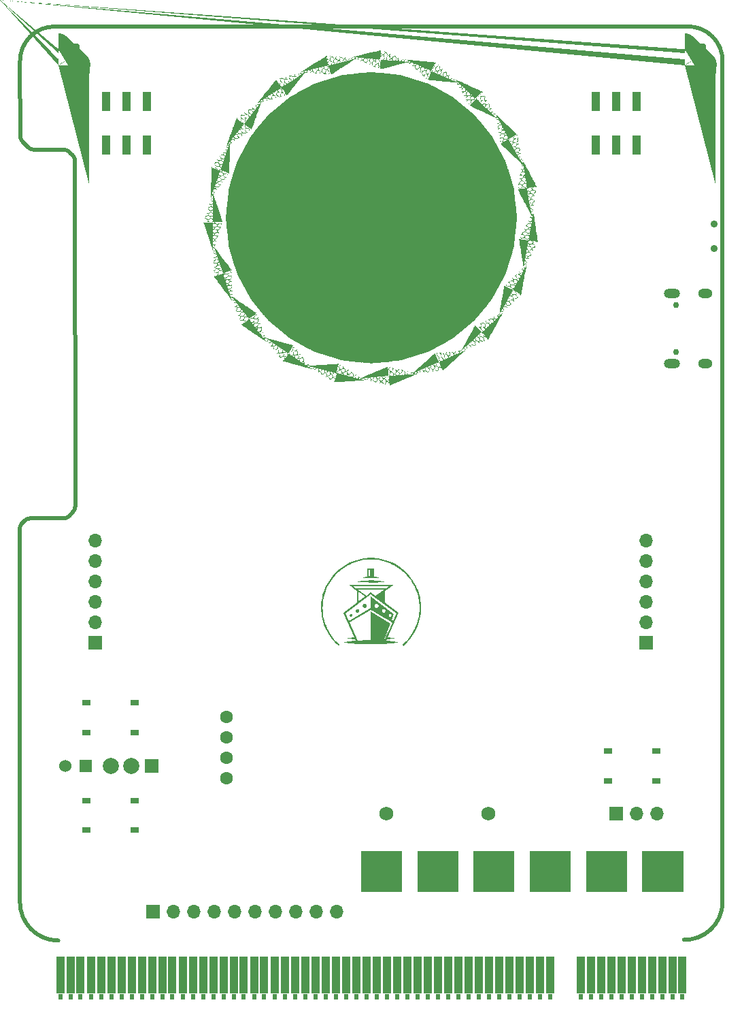
<source format=gbr>
%TF.GenerationSoftware,KiCad,Pcbnew,8.0.8*%
%TF.CreationDate,2025-03-20T15:34:03-03:00*%
%TF.ProjectId,nsec-badge-2025,6e736563-2d62-4616-9467-652d32303235,rev?*%
%TF.SameCoordinates,Original*%
%TF.FileFunction,Soldermask,Top*%
%TF.FilePolarity,Negative*%
%FSLAX46Y46*%
G04 Gerber Fmt 4.6, Leading zero omitted, Abs format (unit mm)*
G04 Created by KiCad (PCBNEW 8.0.8) date 2025-03-20 15:34:03*
%MOMM*%
%LPD*%
G01*
G04 APERTURE LIST*
G04 Aperture macros list*
%AMFreePoly0*
4,1,418,0.000638,4.003128,0.081090,3.995908,0.161213,3.984824,0.240856,3.969872,0.319871,3.951047,0.398110,3.928344,0.475425,3.901760,0.551665,3.871289,0.626684,3.836928,0.700331,3.798672,0.772460,3.756516,0.842920,3.710457,0.911563,3.660488,0.978241,3.606607,1.042804,3.548808,1.957836,2.687106,2.372543,2.710799,2.388076,2.695651,2.388992,2.696586,2.485855,2.602145,
2.583641,2.506812,2.582725,2.505878,2.598266,2.490733,2.585204,2.096303,3.430347,1.300418,3.491911,1.239440,3.549686,1.176122,3.603668,1.110612,3.653852,1.043059,3.700235,0.973610,3.742813,0.902415,3.781581,0.829622,3.816535,0.755378,3.847671,0.679833,3.874985,0.603134,3.898473,0.525430,3.918132,0.446868,3.933956,0.367598,3.945942,0.287767,3.954085,0.207525,
3.958382,0.127018,3.958829,0.046396,3.955421,-0.034194,3.948154,-0.114602,3.937024,-0.194681,3.922028,-0.274283,3.903161,-0.353259,3.880418,-0.431460,3.853797,-0.508739,3.823292,-0.584948,3.788900,-0.659937,3.750617,-0.733559,3.708438,-0.805666,3.662360,-0.876109,3.612378,-0.944739,3.558488,-1.011409,3.500686,-1.075971,2.594105,-2.038657,2.616310,-2.418008,2.601165,-2.433541,
2.601635,-2.433996,2.602104,-2.434453,2.506771,-2.532235,2.412330,-2.629104,2.411861,-2.628646,2.411392,-2.628192,2.396247,-2.643725,2.035551,-2.631779,1.252292,-3.463513,1.191314,-3.525083,1.127997,-3.582875,1.062488,-3.636883,0.994936,-3.687104,0.925490,-3.733532,0.854296,-3.776162,0.781505,-3.814990,0.707263,-3.850010,0.631720,-3.881219,0.555023,-3.908611,0.477321,-3.932181,
0.398762,-3.951924,0.319494,-3.967837,0.239666,-3.979913,0.159426,-3.988149,0.078922,-3.992538,-0.001697,-3.993078,-0.082284,-3.989762,-0.162690,-3.982585,-0.242767,-3.971544,-0.322366,-3.956633,-0.401340,-3.937848,-0.479539,-3.915183,-0.556816,-3.888634,-0.633023,-3.858196,-0.708011,-3.823864,-0.781632,-3.785633,-0.853737,-3.743499,-0.924179,-3.697457,-0.992808,-3.647501,-1.059478,-3.593628,
-1.124039,-3.535832,-2.079460,-2.636094,-2.513401,-2.660889,-2.528023,-2.646634,-2.528480,-2.647101,-2.528708,-2.647335,-2.528935,-2.647569,-2.572545,-2.605051,-1.834639,-2.605051,-0.993473,-3.397191,-0.936005,-3.448661,-0.876702,-3.496644,-0.815695,-3.541145,-0.753113,-3.582166,-0.689084,-3.619711,-0.623737,-3.653785,-0.557203,-3.684392,-0.489609,-3.711534,-0.421086,-3.735217,-0.351761,-3.755444,
-0.281765,-3.772219,-0.211226,-3.785546,-0.140274,-3.795428,-0.069037,-3.801870,0.002355,-3.804875,0.073773,-3.804447,0.145088,-3.800591,0.216171,-3.793309,0.286893,-3.782606,0.357125,-3.768487,0.426738,-3.750953,0.495602,-3.730011,0.563588,-3.705662,0.630568,-3.677912,0.696411,-3.646764,0.760990,-3.612222,0.824175,-3.574290,0.885837,-3.532971,0.945846,-3.488271,1.004074,-3.440191,
1.060391,-3.388737,1.114669,-3.333913,1.783733,-2.623439,1.726276,-2.621537,1.658844,-2.493602,1.500000,-2.598076,1.188239,-2.754648,0.860410,-2.873969,0.520945,-2.954423,0.174434,-2.994924,-0.174434,-2.994924,-0.258403,-2.985109,-0.382624,-2.974006,-0.525697,-2.954284,-0.667904,-2.927673,-0.808977,-2.894167,-0.948646,-2.853756,-1.086645,-2.806434,-1.222706,-2.752191,-1.356559,-2.691020,
-1.487937,-2.622913,-1.616572,-2.547862,-1.742196,-2.465858,-1.759718,-2.453116,-1.834639,-2.605051,-2.572545,-2.605051,-2.626717,-2.552235,-2.723587,-2.457795,-2.722676,-2.456860,-2.738209,-2.441712,-2.736332,-2.382504,-2.730256,-2.190926,-2.725092,-2.028092,-3.511582,-1.287442,-3.573149,-1.226461,-3.630933,-1.163135,-3.684928,-1.097612,-3.735131,-1.030041,-3.781537,-0.960571,-3.824142,-0.889351,
-3.862941,-0.816528,-3.897929,-0.742252,-3.929103,-0.666672,-3.956457,-0.589935,-3.979988,-0.512191,-3.999690,-0.433588,-4.015560,-0.354275,-4.027592,-0.274401,-4.035783,-0.194113,-4.040128,-0.113562,-4.040604,-0.035960,-3.852539,-0.035960,-3.852064,-0.107423,-3.848160,-0.178783,-3.840831,-0.249911,-3.830082,-0.320677,-3.815917,-0.390952,-3.798339,-0.460606,-3.777355,-0.529509,-3.752966,-0.597533,
-3.725179,-0.664548,-3.693997,-0.730424,-3.659424,-0.795033,-3.621464,-0.858243,-3.580123,-0.919927,-3.535403,-0.979954,-3.487310,-1.038195,-3.435848,-1.094520,-3.381020,-1.148801,-2.717037,-1.774083,-2.716935,-1.770848,-2.528130,-1.671712,-2.578991,-1.595449,-2.654856,-1.468392,-2.723945,-1.338449,-2.786251,-1.205887,-2.841765,-1.070975,-2.890480,-0.933980,-2.932387,-0.795171,-2.967479,-0.654816,
-2.995747,-0.513183,-3.017183,-0.370540,-3.031780,-0.227155,-3.039529,-0.083296,-3.040384,0.054586,-3.040423,0.060769,-3.034452,0.204772,-3.021609,0.348444,-3.001887,0.491517,-2.975277,0.633725,-2.941770,0.774797,-2.901360,0.914467,-2.854037,1.052466,-2.799794,1.188526,-2.738623,1.322380,-2.670516,1.453758,-2.595465,1.582394,-2.518840,1.699777,-2.612443,1.746073,2.433842,1.746073,
2.506463,1.648527,2.680898,1.346398,2.819078,1.026060,2.919135,0.691848,2.979715,0.348279,3.000000,0.000000,2.979715,-0.348279,2.919135,-0.691848,2.819078,-1.026060,2.680898,-1.346398,2.506463,-1.648527,2.470946,-1.696234,2.577140,-1.748809,2.578910,-1.779050,3.363060,-0.946370,3.414530,-0.888901,3.462513,-0.829599,3.507013,-0.768592,3.548034,-0.706009,3.585580,-0.641980,
3.619654,-0.576633,3.650260,-0.510099,3.677403,-0.442505,3.701086,-0.373981,3.721313,-0.304657,3.738088,-0.234661,3.751414,-0.164122,3.761297,-0.093169,3.767738,-0.021932,3.770743,0.049460,3.770316,0.120878,3.766459,0.192194,3.759178,0.263277,3.748475,0.333999,3.734355,0.404231,3.716822,0.473844,3.695879,0.542708,3.671531,0.610695,3.643781,0.677674,3.612633,0.743518,
3.578091,0.808097,3.540158,0.871282,3.498840,0.932944,3.454139,0.992953,3.406060,1.051181,3.354606,1.107499,3.299781,1.161777,2.576803,1.842617,2.576080,1.820758,2.433842,1.746073,-2.612443,1.746073,-2.675824,1.777421,-3.445317,0.960307,-3.445309,0.960300,-3.496777,0.902829,-3.544753,0.843519,-3.589240,0.782499,-3.630244,0.719900,-3.667767,0.655849,-3.701814,0.590478,
-3.732391,0.523915,-3.759500,0.456289,-3.783146,0.387730,-3.803333,0.318369,-3.820066,0.248333,-3.833349,0.177753,-3.843186,0.106758,-3.849581,0.035477,-3.852539,-0.035960,-4.040604,-0.035960,-4.040623,-0.032894,-4.037262,0.047740,-4.030042,0.128192,-4.018958,0.208314,-4.004006,0.287957,-3.985181,0.366973,-3.962479,0.445212,-3.935894,0.522527,-3.905424,0.598767,-3.871063,0.673786,
-3.832807,0.747434,-3.790651,0.819562,-3.744592,0.890022,-3.694623,0.958666,-3.640742,1.025344,-3.582943,1.089908,-2.728986,1.996712,-2.742542,2.223270,-2.754298,2.419747,-2.757180,2.467914,-2.742032,2.483451,-2.580520,2.649114,-1.854935,2.649114,-1.759215,2.467342,-1.643052,2.544814,-1.515995,2.620679,-1.386051,2.689768,-1.253490,2.752074,-1.118577,2.807588,-0.981582,2.856303,
-0.842773,2.898210,-0.702418,2.933302,-0.560785,2.961570,-0.418142,2.983006,-0.274757,2.997603,-0.130897,3.005352,0.013167,3.006245,0.157170,3.000275,0.300842,2.987432,0.443916,2.967710,0.504883,2.956300,0.520945,2.954423,0.543568,2.949061,0.586123,2.941099,0.727196,2.907593,0.766397,2.896250,0.860410,2.873969,1.188239,2.754648,1.500000,2.598076,1.625138,2.515771,
1.700246,2.668086,0.912239,3.410167,0.854767,3.461640,0.795457,3.509631,0.734436,3.554144,0.671835,3.595183,0.607783,3.632750,0.542410,3.666850,0.475845,3.697486,0.408217,3.724661,0.339657,3.748379,0.270293,3.768643,0.200254,3.785458,0.129672,3.798826,0.058674,3.808751,-0.012609,3.815237,-0.084048,3.818286,-0.155514,3.817904,-0.226877,3.814092,-0.298008,3.806855,
-0.368776,3.796197,-0.439054,3.782120,-0.508710,3.764628,-0.577616,3.743725,-0.645643,3.719414,-0.712660,3.691699,-0.778538,3.660583,-0.843148,3.626071,-0.906360,3.588164,-0.968045,3.546867,-1.028073,3.502184,-1.086315,3.454118,-1.142642,3.402672,-1.196923,3.347850,-1.854935,2.649114,-2.580520,2.649114,-2.552258,2.678102,-2.537114,2.693635,-2.087252,2.678160,-1.334546,3.477450,
-1.273565,3.539018,-1.210238,3.596801,-1.144715,3.650797,-1.077145,3.701000,-1.007675,3.747406,-0.936454,3.790010,-0.863631,3.828809,-0.789355,3.863797,-0.713775,3.894971,-0.637038,3.922325,-0.559294,3.945855,-0.480691,3.965557,-0.401377,3.981427,-0.321503,3.993459,-0.241215,4.001650,-0.160664,4.005995,-0.079996,4.006489,0.000638,4.003128,0.000638,4.003128,$1*%
G04 Aperture macros list end*
%ADD10C,0.100000*%
%ADD11C,0.500000*%
%ADD12C,0.000000*%
%ADD13C,18.100000*%
%ADD14C,1.600000*%
%ADD15R,1.700000X1.700000*%
%ADD16O,1.700000X1.700000*%
%ADD17FreePoly0,0.000000*%
%ADD18R,1.000000X0.750013*%
%ADD19R,1.020000X4.570000*%
%ADD20R,0.510000X0.760000*%
%ADD21R,1.019990X2.400000*%
%ADD22C,0.900025*%
%ADD23C,1.734000*%
%ADD24R,1.803404X1.803404*%
%ADD25C,2.006604*%
%ADD26R,1.524003X1.524003*%
%ADD27C,1.524003*%
%ADD28C,0.750013*%
%ADD29O,2.000000X1.200000*%
%ADD30O,1.800000X1.200000*%
G04 APERTURE END LIST*
D10*
X143237465Y-123262535D02*
X148237465Y-123262535D01*
X148237465Y-128262535D01*
X143237465Y-128262535D01*
X143237465Y-123262535D01*
G36*
X143237465Y-123262535D02*
G01*
X148237465Y-123262535D01*
X148237465Y-128262535D01*
X143237465Y-128262535D01*
X143237465Y-123262535D01*
G37*
X171237465Y-123262535D02*
X176237465Y-123262535D01*
X176237465Y-128262535D01*
X171237465Y-128262535D01*
X171237465Y-123262535D01*
G36*
X171237465Y-123262535D02*
G01*
X176237465Y-123262535D01*
X176237465Y-128262535D01*
X171237465Y-128262535D01*
X171237465Y-123262535D01*
G37*
X150237465Y-123262535D02*
X155237465Y-123262535D01*
X155237465Y-128262535D01*
X150237465Y-128262535D01*
X150237465Y-123262535D01*
G36*
X150237465Y-123262535D02*
G01*
X155237465Y-123262535D01*
X155237465Y-128262535D01*
X150237465Y-128262535D01*
X150237465Y-123262535D01*
G37*
X178237465Y-123262535D02*
X183237465Y-123262535D01*
X183237465Y-128262535D01*
X178237465Y-128262535D01*
X178237465Y-123262535D01*
G36*
X178237465Y-123262535D02*
G01*
X183237465Y-123262535D01*
X183237465Y-128262535D01*
X178237465Y-128262535D01*
X178237465Y-123262535D01*
G37*
X164237465Y-123262535D02*
X169237465Y-123262535D01*
X169237465Y-128262535D01*
X164237465Y-128262535D01*
X164237465Y-123262535D01*
G36*
X164237465Y-123262535D02*
G01*
X169237465Y-123262535D01*
X169237465Y-128262535D01*
X164237465Y-128262535D01*
X164237465Y-123262535D01*
G37*
X157237465Y-123262535D02*
X162237465Y-123262535D01*
X162237465Y-128262535D01*
X157237465Y-128262535D01*
X157237465Y-123262535D01*
G36*
X157237465Y-123262535D02*
G01*
X162237465Y-123262535D01*
X162237465Y-128262535D01*
X157237465Y-128262535D01*
X157237465Y-123262535D01*
G37*
D11*
%TO.C,REF\u002A\u002A*%
X100725242Y-83179556D02*
X100752288Y-129679606D01*
X100760534Y-25000535D02*
X100774336Y-34301519D01*
X101332107Y-82157893D02*
X101018135Y-82471865D01*
X101782234Y-35721520D02*
X101067479Y-35007272D01*
X101782237Y-35721523D02*
X101067479Y-35007272D01*
X102488884Y-36014166D02*
X106125000Y-36015000D01*
X105060534Y-20700535D02*
X183975000Y-20700535D01*
X106185631Y-81865000D02*
X102039214Y-81865000D01*
X107025000Y-36415000D02*
X107332512Y-36723130D01*
X107371602Y-81051983D02*
X106922182Y-81541382D01*
X107625096Y-37429696D02*
X107635052Y-80375369D01*
X188225000Y-25110874D02*
X188225000Y-129673954D01*
X100723384Y-83179557D02*
G75*
G02*
X100975001Y-82515001I1001841J591D01*
G01*
X100760534Y-25000535D02*
G75*
G02*
X105060534Y-20700535I4300001J-1D01*
G01*
X101067479Y-35007272D02*
G75*
G02*
X100774336Y-34301519I706859J707359D01*
G01*
X101067479Y-35007272D02*
G75*
G02*
X100774336Y-34301519I706859J707359D01*
G01*
X101375001Y-82115001D02*
G75*
G02*
X102039214Y-81863163I664213J-749998D01*
G01*
X102488884Y-36014166D02*
G75*
G02*
X101782237Y-35721523I211J1000003D01*
G01*
X102488888Y-36014163D02*
G75*
G02*
X101782234Y-35721520I200J999995D01*
G01*
X105525000Y-134365000D02*
G75*
G02*
X100752288Y-129571133I10579J4783291D01*
G01*
X106210649Y-36014916D02*
G75*
G02*
X106917862Y-36308118I-204J-1000003D01*
G01*
X106922182Y-81541382D02*
G75*
G02*
X106185631Y-81865000I-736550J676379D01*
G01*
X106922182Y-81541382D02*
G75*
G02*
X106185631Y-81865000I-736550J676379D01*
G01*
X107332512Y-36723130D02*
G75*
G02*
X107625096Y-37429696I-707415J-706797D01*
G01*
X107332512Y-36723130D02*
G75*
G02*
X107625096Y-37429696I-707404J-706792D01*
G01*
X107635052Y-80375369D02*
G75*
G02*
X107371602Y-81051983I-999994J-233D01*
G01*
X107635052Y-80375369D02*
G75*
G02*
X107371602Y-81051983I-999994J-233D01*
G01*
X183775000Y-20700537D02*
G75*
G02*
X188225004Y-25110874I173360J-4275263D01*
G01*
X188225000Y-129673954D02*
G75*
G02*
X183425000Y-134267820I-4696930J103064D01*
G01*
D12*
G36*
X144673644Y-89579962D02*
G01*
X145031343Y-89597318D01*
X145388639Y-89625789D01*
X145507177Y-89638963D01*
X145625668Y-89653911D01*
X145744129Y-89670984D01*
X145862574Y-89690529D01*
X145981019Y-89712896D01*
X146099479Y-89738433D01*
X146217971Y-89767490D01*
X146336509Y-89800414D01*
X146336509Y-89826872D01*
X145646721Y-89834355D01*
X144916440Y-89838117D01*
X143492899Y-89835471D01*
X143018964Y-89833156D01*
X142545029Y-89826872D01*
X142545029Y-89800414D01*
X142719877Y-89755941D01*
X142895380Y-89716892D01*
X143071480Y-89683064D01*
X143248118Y-89654253D01*
X143425238Y-89630255D01*
X143602779Y-89610868D01*
X143780685Y-89595887D01*
X143958897Y-89585109D01*
X144316007Y-89575350D01*
X144673644Y-89579962D01*
G37*
G36*
X141995084Y-93743153D02*
G01*
X142003436Y-93743706D01*
X142011746Y-93744660D01*
X142019996Y-93746012D01*
X142028174Y-93747759D01*
X142036262Y-93749899D01*
X142044246Y-93752429D01*
X142052111Y-93755345D01*
X142059841Y-93758645D01*
X142067421Y-93762325D01*
X142074836Y-93766383D01*
X142082070Y-93770817D01*
X142089109Y-93775622D01*
X142095937Y-93780797D01*
X142102538Y-93786338D01*
X142108898Y-93792242D01*
X142115001Y-93798507D01*
X142120833Y-93805129D01*
X142126376Y-93812106D01*
X142131618Y-93819434D01*
X142136486Y-93827022D01*
X142140923Y-93834769D01*
X142144931Y-93842659D01*
X142148514Y-93850678D01*
X142151672Y-93858808D01*
X142154410Y-93867036D01*
X142156730Y-93875345D01*
X142158635Y-93883719D01*
X142160126Y-93892145D01*
X142161208Y-93900605D01*
X142161882Y-93909084D01*
X142162151Y-93917567D01*
X142162018Y-93926039D01*
X142161486Y-93934484D01*
X142160557Y-93942886D01*
X142159234Y-93951230D01*
X142157520Y-93959500D01*
X142155416Y-93967681D01*
X142152927Y-93975757D01*
X142150054Y-93983713D01*
X142146800Y-93991534D01*
X142143168Y-93999203D01*
X142139161Y-94006706D01*
X142134781Y-94014027D01*
X142130031Y-94021150D01*
X142124913Y-94028060D01*
X142119430Y-94034741D01*
X142113586Y-94041178D01*
X142107382Y-94047355D01*
X142100821Y-94053257D01*
X142093906Y-94058869D01*
X142086639Y-94064174D01*
X142079115Y-94069100D01*
X142071436Y-94073588D01*
X142063616Y-94077640D01*
X142055672Y-94081258D01*
X142047619Y-94084446D01*
X142039471Y-94087207D01*
X142031244Y-94089544D01*
X142022953Y-94091459D01*
X142014614Y-94092956D01*
X142006242Y-94094036D01*
X141997852Y-94094705D01*
X141989459Y-94094963D01*
X141981079Y-94094814D01*
X141972727Y-94094261D01*
X141964418Y-94093307D01*
X141956167Y-94091955D01*
X141947990Y-94090208D01*
X141939901Y-94088068D01*
X141931917Y-94085538D01*
X141924052Y-94082622D01*
X141916322Y-94079323D01*
X141908742Y-94075642D01*
X141901327Y-94071584D01*
X141894093Y-94067150D01*
X141887054Y-94062345D01*
X141880226Y-94057170D01*
X141873625Y-94051629D01*
X141867265Y-94045725D01*
X141861162Y-94039461D01*
X141855331Y-94032838D01*
X141849787Y-94025861D01*
X141844545Y-94018533D01*
X141839677Y-94010945D01*
X141835240Y-94003198D01*
X141831232Y-93995308D01*
X141827649Y-93987290D01*
X141824491Y-93979159D01*
X141821753Y-93970931D01*
X141819433Y-93962623D01*
X141817529Y-93954248D01*
X141816037Y-93945823D01*
X141814955Y-93937363D01*
X141814281Y-93928883D01*
X141814012Y-93920400D01*
X141814145Y-93911928D01*
X141814677Y-93903483D01*
X141815606Y-93895081D01*
X141816929Y-93886738D01*
X141818644Y-93878467D01*
X141820747Y-93870286D01*
X141823236Y-93862210D01*
X141826109Y-93854254D01*
X141829363Y-93846433D01*
X141832995Y-93838764D01*
X141837002Y-93831261D01*
X141841382Y-93823940D01*
X141846132Y-93816817D01*
X141851250Y-93809908D01*
X141856733Y-93803226D01*
X141862577Y-93796789D01*
X141868781Y-93790612D01*
X141875342Y-93784710D01*
X141882257Y-93779099D01*
X141889524Y-93773793D01*
X141897048Y-93768867D01*
X141904727Y-93764379D01*
X141912547Y-93760328D01*
X141920491Y-93756709D01*
X141928545Y-93753521D01*
X141936692Y-93750760D01*
X141944919Y-93748423D01*
X141953210Y-93746508D01*
X141961549Y-93745012D01*
X141969921Y-93743931D01*
X141978311Y-93743263D01*
X141986704Y-93743004D01*
X141995084Y-93743153D01*
G37*
G36*
X142790350Y-93148743D02*
G01*
X142800827Y-93149445D01*
X142811250Y-93150650D01*
X142821602Y-93152354D01*
X142831863Y-93154555D01*
X142842013Y-93157248D01*
X142852034Y-93160431D01*
X142861906Y-93164098D01*
X142871609Y-93168247D01*
X142881126Y-93172874D01*
X142890436Y-93177975D01*
X142899520Y-93183546D01*
X142908358Y-93189585D01*
X142916933Y-93196087D01*
X142925223Y-93203049D01*
X142933211Y-93210467D01*
X142940877Y-93218338D01*
X142948201Y-93226657D01*
X142955165Y-93235422D01*
X142961748Y-93244628D01*
X142967863Y-93254219D01*
X142973434Y-93264004D01*
X142978466Y-93273964D01*
X142982961Y-93284079D01*
X142986924Y-93294330D01*
X142990357Y-93304698D01*
X142993264Y-93315164D01*
X142995648Y-93325708D01*
X142997513Y-93336312D01*
X142998862Y-93346955D01*
X142999698Y-93357618D01*
X143000025Y-93368283D01*
X142999846Y-93378930D01*
X142999165Y-93389540D01*
X142997985Y-93400094D01*
X142996309Y-93410571D01*
X142994141Y-93420954D01*
X142991485Y-93431223D01*
X142988342Y-93441358D01*
X142984718Y-93451340D01*
X142980615Y-93461150D01*
X142976037Y-93470770D01*
X142970987Y-93480178D01*
X142965469Y-93489357D01*
X142959485Y-93498287D01*
X142953040Y-93506948D01*
X142946136Y-93515322D01*
X142938778Y-93523390D01*
X142930968Y-93531131D01*
X142922710Y-93538527D01*
X142914007Y-93545558D01*
X142904863Y-93552206D01*
X142895456Y-93558378D01*
X142885851Y-93564001D01*
X142876067Y-93569076D01*
X142866125Y-93573608D01*
X142856042Y-93577600D01*
X142845839Y-93581056D01*
X142835534Y-93583980D01*
X142825147Y-93586375D01*
X142814697Y-93588244D01*
X142804203Y-93589592D01*
X142793685Y-93590423D01*
X142783161Y-93590739D01*
X142772652Y-93590544D01*
X142762175Y-93589842D01*
X142751752Y-93588638D01*
X142741400Y-93586933D01*
X142731139Y-93584732D01*
X142720989Y-93582039D01*
X142710968Y-93578857D01*
X142701096Y-93575189D01*
X142691393Y-93571040D01*
X142681876Y-93566414D01*
X142672566Y-93561313D01*
X142663482Y-93555741D01*
X142654644Y-93549702D01*
X142646069Y-93543200D01*
X142637778Y-93536238D01*
X142629791Y-93528820D01*
X142622125Y-93520949D01*
X142614801Y-93512630D01*
X142607837Y-93503865D01*
X142601254Y-93494659D01*
X142595139Y-93485068D01*
X142589568Y-93475283D01*
X142584536Y-93465323D01*
X142580041Y-93455208D01*
X142576078Y-93444957D01*
X142572645Y-93434589D01*
X142569738Y-93424123D01*
X142567354Y-93413579D01*
X142565489Y-93402976D01*
X142564140Y-93392333D01*
X142563304Y-93381669D01*
X142562977Y-93371004D01*
X142563156Y-93360357D01*
X142563837Y-93349747D01*
X142565017Y-93339194D01*
X142566693Y-93328716D01*
X142568861Y-93318333D01*
X142571517Y-93308064D01*
X142574660Y-93297929D01*
X142578284Y-93287947D01*
X142582387Y-93278137D01*
X142586965Y-93268517D01*
X142592015Y-93259109D01*
X142597533Y-93249930D01*
X142603517Y-93241000D01*
X142609962Y-93232339D01*
X142616866Y-93223965D01*
X142624224Y-93215897D01*
X142632034Y-93208156D01*
X142640292Y-93200760D01*
X142648995Y-93193729D01*
X142658139Y-93187081D01*
X142667546Y-93180909D01*
X142677151Y-93175287D01*
X142686934Y-93170211D01*
X142696877Y-93165679D01*
X142706960Y-93161687D01*
X142717163Y-93158231D01*
X142727468Y-93155308D01*
X142737855Y-93152913D01*
X142748305Y-93151043D01*
X142758799Y-93149695D01*
X142769317Y-93148864D01*
X142779841Y-93148548D01*
X142790350Y-93148743D01*
G37*
G36*
X143691767Y-92485552D02*
G01*
X143704152Y-92486381D01*
X143716474Y-92487805D01*
X143728710Y-92489821D01*
X143740837Y-92492423D01*
X143752833Y-92495609D01*
X143764676Y-92499374D01*
X143776342Y-92503712D01*
X143787810Y-92508622D01*
X143799057Y-92514097D01*
X143810060Y-92520134D01*
X143820797Y-92526728D01*
X143831245Y-92533875D01*
X143841382Y-92541572D01*
X143851185Y-92549813D01*
X143860632Y-92558595D01*
X143869700Y-92567914D01*
X143878366Y-92577764D01*
X143886609Y-92588142D01*
X143894405Y-92599044D01*
X143901587Y-92610330D01*
X143908130Y-92621849D01*
X143914038Y-92633579D01*
X143919314Y-92645495D01*
X143923963Y-92657575D01*
X143927988Y-92669797D01*
X143931394Y-92682137D01*
X143934185Y-92694573D01*
X143936364Y-92707082D01*
X143937936Y-92719640D01*
X143938905Y-92732225D01*
X143939274Y-92744814D01*
X143939047Y-92757385D01*
X143938230Y-92769913D01*
X143936825Y-92782377D01*
X143934836Y-92794753D01*
X143932268Y-92807019D01*
X143929125Y-92819152D01*
X143925410Y-92831128D01*
X143921128Y-92842925D01*
X143916282Y-92854520D01*
X143910877Y-92865890D01*
X143904916Y-92877012D01*
X143898404Y-92887864D01*
X143891345Y-92898422D01*
X143883742Y-92908664D01*
X143875600Y-92918566D01*
X143866922Y-92928106D01*
X143857712Y-92937261D01*
X143847976Y-92946007D01*
X143837716Y-92954323D01*
X143826936Y-92962185D01*
X143815776Y-92969486D01*
X143804386Y-92976136D01*
X143792789Y-92982139D01*
X143781008Y-92987500D01*
X143769066Y-92992223D01*
X143756984Y-92996312D01*
X143744785Y-92999772D01*
X143732492Y-93002606D01*
X143720127Y-93004819D01*
X143707714Y-93006416D01*
X143695273Y-93007400D01*
X143682829Y-93007775D01*
X143670402Y-93007546D01*
X143658017Y-93006718D01*
X143645695Y-93005294D01*
X143633460Y-93003278D01*
X143621332Y-93000675D01*
X143609336Y-92997490D01*
X143597493Y-92993725D01*
X143585827Y-92989386D01*
X143574359Y-92984477D01*
X143563112Y-92979002D01*
X143552109Y-92972965D01*
X143541372Y-92966371D01*
X143530924Y-92959223D01*
X143520787Y-92951527D01*
X143510984Y-92943285D01*
X143501538Y-92934503D01*
X143492470Y-92925185D01*
X143483803Y-92915335D01*
X143475561Y-92904957D01*
X143467764Y-92894055D01*
X143460582Y-92882769D01*
X143454039Y-92871250D01*
X143448132Y-92859521D01*
X143442855Y-92847604D01*
X143438206Y-92835524D01*
X143434181Y-92823302D01*
X143430775Y-92810962D01*
X143427984Y-92798526D01*
X143425805Y-92786017D01*
X143424233Y-92773459D01*
X143423265Y-92760874D01*
X143422895Y-92748284D01*
X143423122Y-92735714D01*
X143423939Y-92723186D01*
X143425345Y-92710722D01*
X143427333Y-92698346D01*
X143429901Y-92686080D01*
X143433045Y-92673947D01*
X143436759Y-92661971D01*
X143441042Y-92650174D01*
X143445887Y-92638579D01*
X143451292Y-92627209D01*
X143457253Y-92616086D01*
X143463765Y-92605235D01*
X143470825Y-92594677D01*
X143478427Y-92584435D01*
X143486570Y-92574533D01*
X143495248Y-92564993D01*
X143504457Y-92555838D01*
X143514194Y-92547092D01*
X143524454Y-92538776D01*
X143535234Y-92530914D01*
X143546394Y-92523613D01*
X143557784Y-92516963D01*
X143569380Y-92510960D01*
X143581161Y-92505599D01*
X143593104Y-92500876D01*
X143605186Y-92496787D01*
X143617384Y-92493327D01*
X143629677Y-92490493D01*
X143642042Y-92488279D01*
X143654456Y-92486683D01*
X143666896Y-92485699D01*
X143679341Y-92485324D01*
X143691767Y-92485552D01*
G37*
G36*
X144688090Y-88077499D02*
G01*
X144695207Y-88078041D01*
X144702221Y-88078933D01*
X144709124Y-88080167D01*
X144715905Y-88081734D01*
X144722558Y-88083625D01*
X144729072Y-88085831D01*
X144735439Y-88088344D01*
X144741649Y-88091154D01*
X144747695Y-88094252D01*
X144753568Y-88097630D01*
X144759258Y-88101280D01*
X144764756Y-88105191D01*
X144770054Y-88109355D01*
X144775143Y-88113764D01*
X144780015Y-88118409D01*
X144784659Y-88123280D01*
X144789068Y-88128369D01*
X144793233Y-88133668D01*
X144797144Y-88139166D01*
X144800793Y-88144856D01*
X144804172Y-88150728D01*
X144807270Y-88156774D01*
X144810080Y-88162985D01*
X144812592Y-88169352D01*
X144814798Y-88175866D01*
X144816689Y-88182518D01*
X144818256Y-88189300D01*
X144819491Y-88196202D01*
X144820383Y-88203216D01*
X144820925Y-88210334D01*
X144821108Y-88217545D01*
X144821108Y-89083393D01*
X144867637Y-89088613D01*
X144914042Y-89094390D01*
X144960448Y-89100788D01*
X145006977Y-89107867D01*
X145077671Y-89121478D01*
X145148364Y-89136754D01*
X145219057Y-89154062D01*
X145289751Y-89173765D01*
X145360444Y-89196228D01*
X145395791Y-89208607D01*
X145431137Y-89221814D01*
X145466484Y-89235892D01*
X145501831Y-89250888D01*
X145537177Y-89266847D01*
X145572524Y-89283815D01*
X145572524Y-89310273D01*
X145572525Y-89310934D01*
X145161005Y-89318417D01*
X144725114Y-89322179D01*
X144288604Y-89322469D01*
X143875223Y-89319534D01*
X143733836Y-89318934D01*
X143592449Y-89317218D01*
X143451063Y-89314510D01*
X143309676Y-89310934D01*
X143309676Y-89284476D01*
X143389632Y-89249454D01*
X143470224Y-89217742D01*
X143551405Y-89189238D01*
X143633129Y-89163843D01*
X143715349Y-89141455D01*
X143798018Y-89121975D01*
X143881090Y-89105300D01*
X143964519Y-89091331D01*
X143964519Y-89068840D01*
X144149728Y-89068840D01*
X144197859Y-89065244D01*
X144246053Y-89062392D01*
X144294370Y-89060283D01*
X144342873Y-89058919D01*
X144342873Y-88264508D01*
X144211905Y-88264508D01*
X144208700Y-88264589D01*
X144205538Y-88264828D01*
X144202423Y-88265223D01*
X144199358Y-88265769D01*
X144196347Y-88266462D01*
X144193394Y-88267298D01*
X144190504Y-88268274D01*
X144187679Y-88269386D01*
X144184924Y-88270630D01*
X144182243Y-88272001D01*
X144179639Y-88273496D01*
X144177116Y-88275112D01*
X144174679Y-88276844D01*
X144172331Y-88278688D01*
X144170076Y-88280641D01*
X144167918Y-88282698D01*
X144165861Y-88284856D01*
X144163908Y-88287111D01*
X144162064Y-88289459D01*
X144160332Y-88291896D01*
X144158716Y-88294419D01*
X144157221Y-88297023D01*
X144155850Y-88299704D01*
X144154606Y-88302459D01*
X144153494Y-88305284D01*
X144152518Y-88308174D01*
X144151682Y-88311127D01*
X144150989Y-88314138D01*
X144150443Y-88317203D01*
X144150048Y-88320318D01*
X144149809Y-88323480D01*
X144149728Y-88326685D01*
X144149728Y-89068840D01*
X143964519Y-89068840D01*
X143964519Y-88326685D01*
X143964519Y-88217545D01*
X143964702Y-88210334D01*
X143965244Y-88203216D01*
X143966136Y-88196202D01*
X143967371Y-88189300D01*
X143968938Y-88182518D01*
X143970829Y-88175866D01*
X143973035Y-88169352D01*
X143975547Y-88162985D01*
X143978357Y-88156774D01*
X143981455Y-88150728D01*
X143984834Y-88144856D01*
X143988483Y-88139166D01*
X143992394Y-88133668D01*
X143996559Y-88128369D01*
X144000968Y-88123280D01*
X144005612Y-88118409D01*
X144010484Y-88113764D01*
X144015573Y-88109355D01*
X144020871Y-88105191D01*
X144026369Y-88101280D01*
X144032059Y-88097630D01*
X144037931Y-88094252D01*
X144043977Y-88091154D01*
X144050188Y-88088344D01*
X144056555Y-88085831D01*
X144063069Y-88083625D01*
X144069721Y-88081734D01*
X144076503Y-88080167D01*
X144083406Y-88078933D01*
X144090420Y-88078041D01*
X144097537Y-88077499D01*
X144104748Y-88077316D01*
X144680879Y-88077316D01*
X144688090Y-88077499D01*
G37*
G36*
X144786197Y-86771707D02*
G01*
X145101770Y-86795781D01*
X145412808Y-86835422D01*
X145718915Y-86890237D01*
X146019699Y-86959832D01*
X146314765Y-87043812D01*
X146603720Y-87141784D01*
X146886168Y-87253353D01*
X147161717Y-87378126D01*
X147429972Y-87515709D01*
X147690539Y-87665708D01*
X147943025Y-87827728D01*
X148187035Y-88001376D01*
X148422175Y-88186257D01*
X148648051Y-88381978D01*
X148864270Y-88588145D01*
X149070437Y-88804364D01*
X149266158Y-89030240D01*
X149451040Y-89265380D01*
X149624687Y-89509390D01*
X149786708Y-89761876D01*
X149936706Y-90022443D01*
X150074289Y-90290698D01*
X150199062Y-90566247D01*
X150310632Y-90848695D01*
X150408603Y-91137650D01*
X150492584Y-91432716D01*
X150562178Y-91733500D01*
X150616993Y-92039608D01*
X150656635Y-92350645D01*
X150680708Y-92666219D01*
X150688820Y-92985934D01*
X150678879Y-93339731D01*
X150649415Y-93688376D01*
X150600962Y-94031337D01*
X150534060Y-94368083D01*
X150449244Y-94698081D01*
X150347050Y-95020799D01*
X150228017Y-95335706D01*
X150092681Y-95642269D01*
X149941578Y-95939957D01*
X149775246Y-96228237D01*
X149594220Y-96506578D01*
X149399039Y-96774448D01*
X149190238Y-97031314D01*
X148968354Y-97276646D01*
X148733925Y-97509910D01*
X148487487Y-97730575D01*
X148360487Y-97578440D01*
X148599037Y-97364810D01*
X148825940Y-97138998D01*
X149040679Y-96901518D01*
X149242737Y-96652884D01*
X149431599Y-96393612D01*
X149606748Y-96124215D01*
X149767666Y-95845208D01*
X149913839Y-95557106D01*
X150044749Y-95260423D01*
X150159879Y-94955674D01*
X150258715Y-94643372D01*
X150340738Y-94324034D01*
X150405433Y-93998172D01*
X150452283Y-93666302D01*
X150480772Y-93328939D01*
X150490383Y-92986596D01*
X150482530Y-92677052D01*
X150459226Y-92371521D01*
X150420853Y-92070385D01*
X150367791Y-91774024D01*
X150300421Y-91482819D01*
X150219126Y-91197153D01*
X150124286Y-90917405D01*
X150016282Y-90643958D01*
X149895497Y-90377193D01*
X149762310Y-90117491D01*
X149617104Y-89865233D01*
X149460259Y-89620801D01*
X149292158Y-89384576D01*
X149113180Y-89156939D01*
X148923709Y-88938271D01*
X148724123Y-88728954D01*
X148514806Y-88529369D01*
X148296139Y-88339897D01*
X148068501Y-88160919D01*
X147832276Y-87992818D01*
X147587844Y-87835973D01*
X147335586Y-87690767D01*
X147075884Y-87557581D01*
X146809119Y-87436795D01*
X146535672Y-87328791D01*
X146255925Y-87233951D01*
X145970258Y-87152656D01*
X145679054Y-87085287D01*
X145382692Y-87032225D01*
X145081556Y-86993851D01*
X144776025Y-86970547D01*
X144466482Y-86962695D01*
X144156938Y-86970549D01*
X143851408Y-86993858D01*
X143550271Y-87032240D01*
X143253910Y-87085314D01*
X142962705Y-87152697D01*
X142677039Y-87234008D01*
X142397291Y-87328866D01*
X142123844Y-87436888D01*
X141857079Y-87557693D01*
X141597377Y-87690900D01*
X141345119Y-87836127D01*
X141100687Y-87992992D01*
X140864462Y-88161114D01*
X140636825Y-88340111D01*
X140418157Y-88529601D01*
X140208840Y-88729202D01*
X140009255Y-88938534D01*
X139819783Y-89157214D01*
X139640805Y-89384860D01*
X139472704Y-89621092D01*
X139315859Y-89865527D01*
X139170653Y-90117785D01*
X139037466Y-90377482D01*
X138916681Y-90644238D01*
X138808677Y-90917670D01*
X138713837Y-91197398D01*
X138632542Y-91483040D01*
X138565172Y-91774214D01*
X138512110Y-92070538D01*
X138473737Y-92371631D01*
X138450433Y-92677110D01*
X138442580Y-92986596D01*
X138452077Y-93326870D01*
X138480227Y-93662248D01*
X138526523Y-93992222D01*
X138590458Y-94316282D01*
X138671523Y-94633920D01*
X138769212Y-94944627D01*
X138883015Y-95247895D01*
X139012427Y-95543215D01*
X139156938Y-95830078D01*
X139316041Y-96107975D01*
X139489229Y-96376398D01*
X139675993Y-96634838D01*
X139875827Y-96882786D01*
X140088221Y-97119735D01*
X140312669Y-97345174D01*
X140548663Y-97558595D01*
X140421002Y-97710070D01*
X140421002Y-97709407D01*
X140177128Y-97488958D01*
X139945175Y-97256089D01*
X139725668Y-97011325D01*
X139519135Y-96755192D01*
X139326101Y-96488214D01*
X139147092Y-96210918D01*
X138982634Y-95923827D01*
X138833254Y-95627467D01*
X138699478Y-95322364D01*
X138581832Y-95009043D01*
X138480841Y-94688028D01*
X138397033Y-94359845D01*
X138330933Y-94025019D01*
X138283067Y-93684075D01*
X138253962Y-93337538D01*
X138244143Y-92985934D01*
X138252255Y-92666218D01*
X138276329Y-92350645D01*
X138315970Y-92039607D01*
X138370785Y-91733500D01*
X138440380Y-91432716D01*
X138524360Y-91137649D01*
X138622332Y-90848695D01*
X138733901Y-90566247D01*
X138858674Y-90290698D01*
X138996257Y-90022443D01*
X139146256Y-89761875D01*
X139308276Y-89509390D01*
X139481924Y-89265380D01*
X139666805Y-89030240D01*
X139862526Y-88804364D01*
X140068693Y-88588145D01*
X140284912Y-88381978D01*
X140510788Y-88186257D01*
X140745928Y-88001375D01*
X140989938Y-87827728D01*
X141242424Y-87665707D01*
X141502991Y-87515709D01*
X141771246Y-87378126D01*
X142046795Y-87253353D01*
X142329243Y-87141784D01*
X142618198Y-87043812D01*
X142913264Y-86959832D01*
X143214048Y-86890237D01*
X143520156Y-86835422D01*
X143831193Y-86795781D01*
X144146767Y-86771707D01*
X144466482Y-86763595D01*
X144786197Y-86771707D01*
G37*
G36*
X146162543Y-90926214D02*
G01*
X146162543Y-92349011D01*
X147859845Y-93641501D01*
X146533622Y-96645183D01*
X146755252Y-96671291D01*
X146976634Y-96701243D01*
X147197767Y-96735412D01*
X147308241Y-96754193D01*
X147418654Y-96774169D01*
X147293331Y-96796719D01*
X147167899Y-96817773D01*
X147042375Y-96837386D01*
X146916773Y-96855611D01*
X146665398Y-96888115D01*
X146413899Y-96915722D01*
X146345109Y-97071823D01*
X146551445Y-97087814D01*
X146757709Y-97106115D01*
X146963880Y-97126866D01*
X147169943Y-97150205D01*
X147375881Y-97176273D01*
X147581680Y-97205209D01*
X147787324Y-97237153D01*
X147992797Y-97272244D01*
X147550718Y-97343760D01*
X147108035Y-97401487D01*
X146664762Y-97446826D01*
X146220916Y-97481182D01*
X145776512Y-97505957D01*
X145331565Y-97522555D01*
X144886091Y-97532377D01*
X144440105Y-97536828D01*
X143994120Y-97532160D01*
X143548646Y-97522183D01*
X143103699Y-97505493D01*
X142659294Y-97480687D01*
X142215448Y-97446362D01*
X141772175Y-97401115D01*
X141329492Y-97343544D01*
X140887413Y-97272244D01*
X141096827Y-97236717D01*
X141306364Y-97204445D01*
X141516026Y-97175274D01*
X141725812Y-97149048D01*
X141935721Y-97125613D01*
X142145755Y-97104813D01*
X142355913Y-97086494D01*
X142548804Y-97071823D01*
X142566194Y-97070500D01*
X142496080Y-96915058D01*
X142245077Y-96887555D01*
X141994198Y-96855278D01*
X141868844Y-96837174D01*
X141743568Y-96817668D01*
X141618384Y-96796688D01*
X141493309Y-96774167D01*
X141603443Y-96754219D01*
X141713585Y-96735512D01*
X141933923Y-96701571D01*
X142154385Y-96671846D01*
X142375033Y-96645843D01*
X141541524Y-94796407D01*
X141758556Y-94796407D01*
X142777202Y-97056611D01*
X143192184Y-97035475D01*
X143607663Y-97020974D01*
X144023637Y-97012055D01*
X144440108Y-97007663D01*
X144440108Y-93456956D01*
X146866998Y-94918117D01*
X146012394Y-97049997D01*
X146012397Y-97050660D01*
X146042762Y-97052261D01*
X146073251Y-97054049D01*
X146134105Y-97057934D01*
X147115708Y-94834772D01*
X146941745Y-94730261D01*
X146941745Y-94731585D01*
X145589941Y-93917569D01*
X146657874Y-93917569D01*
X146658006Y-93926040D01*
X146658538Y-93934485D01*
X146659467Y-93942887D01*
X146660791Y-93951231D01*
X146662505Y-93959501D01*
X146664608Y-93967682D01*
X146667098Y-93975758D01*
X146669971Y-93983714D01*
X146673224Y-93991535D01*
X146676856Y-93999205D01*
X146680864Y-94006707D01*
X146685244Y-94014028D01*
X146689994Y-94021151D01*
X146695112Y-94028061D01*
X146700594Y-94034742D01*
X146706439Y-94041179D01*
X146712643Y-94047356D01*
X146719204Y-94053258D01*
X146726119Y-94058870D01*
X146733386Y-94064175D01*
X146740910Y-94069101D01*
X146748589Y-94073589D01*
X146756409Y-94077641D01*
X146764353Y-94081259D01*
X146772407Y-94084447D01*
X146780555Y-94087208D01*
X146788781Y-94089545D01*
X146797072Y-94091460D01*
X146805411Y-94092957D01*
X146813783Y-94094037D01*
X146822173Y-94094705D01*
X146830566Y-94094964D01*
X146838946Y-94094815D01*
X146847299Y-94094262D01*
X146855608Y-94093308D01*
X146863859Y-94091956D01*
X146872036Y-94090209D01*
X146880124Y-94088069D01*
X146888108Y-94085539D01*
X146895973Y-94082623D01*
X146903703Y-94079324D01*
X146911283Y-94075643D01*
X146918698Y-94071585D01*
X146925932Y-94067151D01*
X146932971Y-94062346D01*
X146939799Y-94057171D01*
X146946400Y-94051630D01*
X146952760Y-94045726D01*
X146958863Y-94039462D01*
X146964694Y-94032839D01*
X146970238Y-94025862D01*
X146975480Y-94018534D01*
X146980348Y-94010946D01*
X146984785Y-94003199D01*
X146988793Y-93995309D01*
X146992376Y-93987291D01*
X146995534Y-93979160D01*
X146998272Y-93970932D01*
X147000592Y-93962624D01*
X147002497Y-93954249D01*
X147003988Y-93945824D01*
X147005070Y-93937364D01*
X147005744Y-93928884D01*
X147006013Y-93920401D01*
X147005881Y-93911929D01*
X147005348Y-93903485D01*
X147004419Y-93895083D01*
X147003096Y-93886739D01*
X147001382Y-93878469D01*
X146999278Y-93870288D01*
X146996789Y-93862211D01*
X146993916Y-93854255D01*
X146990662Y-93846434D01*
X146987031Y-93838765D01*
X146983023Y-93831262D01*
X146978643Y-93823941D01*
X146973893Y-93816818D01*
X146968775Y-93809909D01*
X146963293Y-93803228D01*
X146957448Y-93796791D01*
X146951244Y-93790613D01*
X146944683Y-93784711D01*
X146937768Y-93779100D01*
X146930501Y-93773794D01*
X146922977Y-93768868D01*
X146915297Y-93764380D01*
X146907478Y-93760329D01*
X146899534Y-93756710D01*
X146891480Y-93753522D01*
X146883332Y-93750761D01*
X146875105Y-93748424D01*
X146866815Y-93746509D01*
X146858476Y-93745013D01*
X146850104Y-93743932D01*
X146841713Y-93743264D01*
X146833321Y-93743006D01*
X146824941Y-93743154D01*
X146816588Y-93743707D01*
X146808279Y-93744661D01*
X146800028Y-93746013D01*
X146791851Y-93747761D01*
X146783763Y-93749901D01*
X146775779Y-93752430D01*
X146767914Y-93755346D01*
X146760184Y-93758646D01*
X146752604Y-93762326D01*
X146745189Y-93766385D01*
X146737955Y-93770818D01*
X146730916Y-93775623D01*
X146724088Y-93780798D01*
X146717487Y-93786339D01*
X146711127Y-93792243D01*
X146705024Y-93798508D01*
X146699192Y-93805130D01*
X146693648Y-93812107D01*
X146688407Y-93819435D01*
X146683539Y-93827023D01*
X146679102Y-93834770D01*
X146675093Y-93842661D01*
X146671511Y-93850679D01*
X146668353Y-93858809D01*
X146665615Y-93867037D01*
X146663295Y-93875346D01*
X146661390Y-93883721D01*
X146659899Y-93892146D01*
X146658817Y-93900606D01*
X146658143Y-93909085D01*
X146657874Y-93917569D01*
X145589941Y-93917569D01*
X144677764Y-93368283D01*
X145820661Y-93368283D01*
X145820840Y-93378930D01*
X145821521Y-93389540D01*
X145822701Y-93400094D01*
X145824377Y-93410571D01*
X145826545Y-93420954D01*
X145829201Y-93431223D01*
X145832344Y-93441358D01*
X145835968Y-93451340D01*
X145840071Y-93461150D01*
X145844649Y-93470770D01*
X145849699Y-93480178D01*
X145855217Y-93489357D01*
X145861201Y-93498287D01*
X145867646Y-93506948D01*
X145874550Y-93515322D01*
X145881908Y-93523390D01*
X145889718Y-93531131D01*
X145897976Y-93538527D01*
X145906679Y-93545558D01*
X145915823Y-93552206D01*
X145925230Y-93558378D01*
X145934835Y-93564001D01*
X145944618Y-93569076D01*
X145954561Y-93573608D01*
X145964644Y-93577600D01*
X145974847Y-93581056D01*
X145985152Y-93583980D01*
X145995539Y-93586375D01*
X146005989Y-93588244D01*
X146016483Y-93589592D01*
X146027001Y-93590423D01*
X146037525Y-93590739D01*
X146048034Y-93590544D01*
X146058511Y-93589842D01*
X146068934Y-93588638D01*
X146079286Y-93586933D01*
X146089547Y-93584732D01*
X146099697Y-93582039D01*
X146109718Y-93578857D01*
X146119590Y-93575189D01*
X146129294Y-93571040D01*
X146138810Y-93566414D01*
X146148120Y-93561313D01*
X146157204Y-93555741D01*
X146166043Y-93549702D01*
X146174617Y-93543200D01*
X146182908Y-93536238D01*
X146190895Y-93528820D01*
X146198561Y-93520949D01*
X146205885Y-93512630D01*
X146212849Y-93503865D01*
X146219432Y-93494659D01*
X146225547Y-93485068D01*
X146231118Y-93475283D01*
X146236150Y-93465323D01*
X146240646Y-93455208D01*
X146244608Y-93444957D01*
X146248041Y-93434589D01*
X146250948Y-93424123D01*
X146253332Y-93413579D01*
X146255197Y-93402976D01*
X146256546Y-93392333D01*
X146257382Y-93381669D01*
X146257709Y-93371004D01*
X146257530Y-93360357D01*
X146256849Y-93349747D01*
X146255669Y-93339194D01*
X146253993Y-93328716D01*
X146251826Y-93318333D01*
X146249169Y-93308064D01*
X146246027Y-93297929D01*
X146242402Y-93287947D01*
X146238300Y-93278137D01*
X146233721Y-93268517D01*
X146228672Y-93259109D01*
X146223153Y-93249930D01*
X146217170Y-93241000D01*
X146210724Y-93232339D01*
X146203821Y-93223965D01*
X146196462Y-93215897D01*
X146188652Y-93208156D01*
X146180394Y-93200760D01*
X146171691Y-93193729D01*
X146162547Y-93187081D01*
X146153140Y-93180909D01*
X146143535Y-93175287D01*
X146133752Y-93170211D01*
X146123809Y-93165679D01*
X146113727Y-93161687D01*
X146103523Y-93158231D01*
X146093218Y-93155308D01*
X146082831Y-93152913D01*
X146072381Y-93151043D01*
X146061887Y-93149695D01*
X146051369Y-93148864D01*
X146040845Y-93148548D01*
X146030336Y-93148743D01*
X146019860Y-93149445D01*
X146009436Y-93150650D01*
X145999084Y-93152354D01*
X145988823Y-93154555D01*
X145978673Y-93157248D01*
X145968652Y-93160431D01*
X145958780Y-93164098D01*
X145949077Y-93168247D01*
X145939560Y-93172874D01*
X145930250Y-93177975D01*
X145921166Y-93183546D01*
X145912328Y-93189585D01*
X145903753Y-93196087D01*
X145895463Y-93203049D01*
X145887475Y-93210467D01*
X145879809Y-93218338D01*
X145872485Y-93226657D01*
X145865521Y-93235422D01*
X145858938Y-93244628D01*
X145852823Y-93254219D01*
X145847252Y-93264004D01*
X145842220Y-93273964D01*
X145837725Y-93284079D01*
X145833762Y-93294330D01*
X145830329Y-93304698D01*
X145827422Y-93315164D01*
X145825038Y-93325708D01*
X145823173Y-93336312D01*
X145821825Y-93346955D01*
X145820988Y-93357618D01*
X145820661Y-93368283D01*
X144677764Y-93368283D01*
X144442754Y-93226767D01*
X141758556Y-94796407D01*
X141541524Y-94796407D01*
X141049349Y-93704341D01*
X141267096Y-93704341D01*
X141677200Y-94614507D01*
X144440773Y-92998564D01*
X144440773Y-92744816D01*
X144881412Y-92744816D01*
X144881639Y-92757386D01*
X144882456Y-92769914D01*
X144883861Y-92782378D01*
X144885850Y-92794754D01*
X144888418Y-92807020D01*
X144891561Y-92819153D01*
X144895276Y-92831129D01*
X144899558Y-92842926D01*
X144904404Y-92854521D01*
X144909809Y-92865891D01*
X144915770Y-92877014D01*
X144922282Y-92887865D01*
X144929341Y-92898423D01*
X144936944Y-92908665D01*
X144945086Y-92918567D01*
X144953764Y-92928107D01*
X144962974Y-92937262D01*
X144972710Y-92946008D01*
X144982970Y-92954324D01*
X144993750Y-92962186D01*
X145004910Y-92969487D01*
X145016300Y-92976136D01*
X145027897Y-92982140D01*
X145039678Y-92987501D01*
X145051620Y-92992224D01*
X145063702Y-92996313D01*
X145075901Y-92999773D01*
X145088194Y-93002607D01*
X145100559Y-93004820D01*
X145112972Y-93006417D01*
X145125413Y-93007401D01*
X145137858Y-93007776D01*
X145150284Y-93007547D01*
X145162669Y-93006719D01*
X145174991Y-93005295D01*
X145187226Y-93003279D01*
X145199354Y-93000676D01*
X145211350Y-92997490D01*
X145223193Y-92993726D01*
X145234859Y-92989387D01*
X145246327Y-92984478D01*
X145257574Y-92979003D01*
X145268577Y-92972966D01*
X145279314Y-92966372D01*
X145289762Y-92959224D01*
X145299899Y-92951528D01*
X145309702Y-92943286D01*
X145319148Y-92934504D01*
X145328216Y-92925186D01*
X145336883Y-92915336D01*
X145345125Y-92904958D01*
X145352922Y-92894056D01*
X145360104Y-92882770D01*
X145366647Y-92871251D01*
X145372555Y-92859521D01*
X145377831Y-92847605D01*
X145382480Y-92835525D01*
X145386505Y-92823303D01*
X145389911Y-92810963D01*
X145392702Y-92798527D01*
X145394881Y-92786018D01*
X145396453Y-92773460D01*
X145397422Y-92760875D01*
X145397791Y-92748285D01*
X145397564Y-92735715D01*
X145396747Y-92723187D01*
X145395341Y-92710723D01*
X145393353Y-92698346D01*
X145390785Y-92686081D01*
X145387642Y-92673948D01*
X145383927Y-92661972D01*
X145379644Y-92650175D01*
X145374799Y-92638580D01*
X145369394Y-92627210D01*
X145363433Y-92616087D01*
X145356921Y-92605236D01*
X145349862Y-92594678D01*
X145342259Y-92584436D01*
X145334116Y-92574534D01*
X145325438Y-92564994D01*
X145316229Y-92555839D01*
X145306492Y-92547093D01*
X145296232Y-92538777D01*
X145285452Y-92530915D01*
X145274292Y-92523614D01*
X145262903Y-92516964D01*
X145251306Y-92510961D01*
X145239525Y-92505600D01*
X145227582Y-92500877D01*
X145215501Y-92496788D01*
X145203302Y-92493328D01*
X145191009Y-92490494D01*
X145178644Y-92488280D01*
X145166230Y-92486684D01*
X145153790Y-92485700D01*
X145141345Y-92485325D01*
X145128919Y-92485553D01*
X145116534Y-92486382D01*
X145104212Y-92487806D01*
X145091976Y-92489822D01*
X145079849Y-92492424D01*
X145067853Y-92495610D01*
X145056010Y-92499375D01*
X145044344Y-92503713D01*
X145032876Y-92508623D01*
X145021629Y-92514098D01*
X145010626Y-92520134D01*
X144999889Y-92526729D01*
X144989441Y-92533876D01*
X144979304Y-92541573D01*
X144969501Y-92549814D01*
X144960054Y-92558596D01*
X144950986Y-92567915D01*
X144942320Y-92577765D01*
X144934077Y-92588143D01*
X144926281Y-92599045D01*
X144919099Y-92610331D01*
X144912556Y-92621850D01*
X144906648Y-92633579D01*
X144901372Y-92645496D01*
X144896723Y-92657576D01*
X144892698Y-92669798D01*
X144889292Y-92682138D01*
X144886501Y-92694574D01*
X144884322Y-92707083D01*
X144882750Y-92719641D01*
X144881781Y-92732226D01*
X144881412Y-92744816D01*
X144440773Y-92744816D01*
X144440773Y-91610163D01*
X147328038Y-93768502D01*
X147017152Y-94543731D01*
X147196406Y-94651549D01*
X147615109Y-93704341D01*
X144449369Y-91293326D01*
X144450033Y-91293987D01*
X141267096Y-93704341D01*
X141049349Y-93704341D01*
X141021028Y-93641501D01*
X142718991Y-92355626D01*
X142718991Y-92204816D01*
X142718991Y-91017498D01*
X142916771Y-91017498D01*
X142916771Y-92204816D01*
X143711182Y-91602889D01*
X142916771Y-91017498D01*
X142718991Y-91017498D01*
X142718991Y-90871975D01*
X142500953Y-90711242D01*
X142836733Y-90711242D01*
X143876545Y-91477872D01*
X144450029Y-91043956D01*
X145026160Y-91483164D01*
X145026821Y-91482503D01*
X146121535Y-90711242D01*
X142836733Y-90711242D01*
X142500953Y-90711242D01*
X141955405Y-90309076D01*
X142291031Y-90309076D01*
X142568182Y-90513466D01*
X146403317Y-90513466D01*
X146693036Y-90309076D01*
X142291031Y-90309076D01*
X141955405Y-90309076D01*
X141687116Y-90111298D01*
X147319433Y-90111298D01*
X146162543Y-90926214D01*
G37*
D13*
X153554688Y-44477799D02*
G75*
G02*
X135454688Y-44477799I-9050000J0D01*
G01*
X135454688Y-44477799D02*
G75*
G02*
X153554688Y-44477799I9050000J0D01*
G01*
D12*
G36*
X157640148Y-29578064D02*
G01*
X157622310Y-29621491D01*
X157620250Y-29670044D01*
X157619775Y-29679936D01*
X157619132Y-29689436D01*
X157618344Y-29698306D01*
X157617437Y-29706309D01*
X157616945Y-29709910D01*
X157616433Y-29713204D01*
X157615902Y-29716163D01*
X157615356Y-29718755D01*
X157614797Y-29720952D01*
X157614230Y-29722723D01*
X157613656Y-29724039D01*
X157613367Y-29724516D01*
X157613078Y-29724869D01*
X157607936Y-29731018D01*
X157562007Y-29688507D01*
X157556880Y-29662430D01*
X157549083Y-29634018D01*
X157586299Y-29590485D01*
X157623531Y-29546967D01*
X157640758Y-29540802D01*
X157657985Y-29534653D01*
X157640148Y-29578064D01*
G37*
G36*
X128555600Y-32675598D02*
G01*
X128600308Y-32689880D01*
X128648915Y-32687820D01*
X128653894Y-32687664D01*
X128658813Y-32687575D01*
X128663642Y-32687550D01*
X128668349Y-32687583D01*
X128677275Y-32687807D01*
X128685343Y-32688211D01*
X128692305Y-32688759D01*
X128695295Y-32689076D01*
X128697915Y-32689415D01*
X128700135Y-32689771D01*
X128701923Y-32690141D01*
X128703250Y-32690520D01*
X128704083Y-32690903D01*
X128710233Y-32696045D01*
X128691060Y-32720779D01*
X128671880Y-32745514D01*
X128646352Y-32752701D01*
X128620213Y-32761734D01*
X128573758Y-32728180D01*
X128527303Y-32694610D01*
X128519101Y-32677963D01*
X128510892Y-32661331D01*
X128555600Y-32675598D01*
G37*
G36*
X152080989Y-26124131D02*
G01*
X152077907Y-26170945D01*
X152091762Y-26217545D01*
X152094446Y-26227079D01*
X152096854Y-26236281D01*
X152098928Y-26244924D01*
X152100612Y-26252783D01*
X152101290Y-26256348D01*
X152101850Y-26259632D01*
X152102284Y-26262606D01*
X152102585Y-26265243D01*
X152102747Y-26267515D01*
X152102761Y-26269392D01*
X152102622Y-26270847D01*
X152102492Y-26271407D01*
X152102321Y-26271851D01*
X152099239Y-26279038D01*
X152070644Y-26266511D01*
X152042034Y-26253876D01*
X152028713Y-26230881D01*
X152013545Y-26207505D01*
X152034664Y-26154221D01*
X152055797Y-26100953D01*
X152069927Y-26089142D01*
X152084072Y-26077332D01*
X152080989Y-26124131D01*
G37*
G36*
X124754682Y-41663543D02*
G01*
X124784620Y-41673995D01*
X124784620Y-41714965D01*
X124785444Y-41755629D01*
X124766675Y-41755629D01*
X124764652Y-41755573D01*
X124762476Y-41755408D01*
X124760166Y-41755136D01*
X124757742Y-41754761D01*
X124755225Y-41754288D01*
X124752635Y-41753720D01*
X124749992Y-41753060D01*
X124747315Y-41752313D01*
X124744625Y-41751481D01*
X124741941Y-41750568D01*
X124739284Y-41749579D01*
X124736674Y-41748516D01*
X124734131Y-41747384D01*
X124731674Y-41746186D01*
X124729325Y-41744925D01*
X124727102Y-41743605D01*
X124706281Y-41731597D01*
X124707311Y-41701003D01*
X124708333Y-41670409D01*
X124716543Y-41661177D01*
X124724744Y-41651931D01*
X124754682Y-41663543D01*
G37*
G36*
X124896200Y-48244780D02*
G01*
X124927877Y-48244948D01*
X124941213Y-48283660D01*
X124954961Y-48321959D01*
X124937223Y-48328109D01*
X124935282Y-48328665D01*
X124933164Y-48329169D01*
X124930889Y-48329619D01*
X124928475Y-48330011D01*
X124925943Y-48330343D01*
X124923312Y-48330611D01*
X124920602Y-48330813D01*
X124917833Y-48330945D01*
X124915024Y-48331005D01*
X124912195Y-48330989D01*
X124909366Y-48330895D01*
X124906556Y-48330720D01*
X124903785Y-48330461D01*
X124901072Y-48330114D01*
X124898438Y-48329677D01*
X124895902Y-48329146D01*
X124872312Y-48325042D01*
X124863080Y-48295775D01*
X124853849Y-48266524D01*
X124858976Y-48255141D01*
X124864095Y-48243743D01*
X124896200Y-48244780D01*
G37*
G36*
X126755071Y-35392654D02*
G01*
X126779988Y-35412262D01*
X126766660Y-35450973D01*
X126754369Y-35490051D01*
X126736623Y-35483887D01*
X126734731Y-35483172D01*
X126732722Y-35482307D01*
X126730614Y-35481299D01*
X126728428Y-35480158D01*
X126726182Y-35478895D01*
X126723897Y-35477519D01*
X126721590Y-35476040D01*
X126719282Y-35474466D01*
X126716992Y-35472808D01*
X126714740Y-35471076D01*
X126712544Y-35469279D01*
X126710424Y-35467426D01*
X126708400Y-35465528D01*
X126706490Y-35463594D01*
X126704714Y-35461633D01*
X126703092Y-35459656D01*
X126687299Y-35441498D01*
X126698163Y-35412857D01*
X126709035Y-35384231D01*
X126719792Y-35378067D01*
X126730558Y-35371918D01*
X126755071Y-35392654D01*
G37*
G36*
X127219556Y-54445571D02*
G01*
X127245023Y-54477370D01*
X127230260Y-54488860D01*
X127228641Y-54490117D01*
X127226831Y-54491376D01*
X127224848Y-54492627D01*
X127222711Y-54493861D01*
X127220438Y-54495067D01*
X127218047Y-54496236D01*
X127215558Y-54497358D01*
X127212987Y-54498423D01*
X127210354Y-54499423D01*
X127207676Y-54500347D01*
X127204973Y-54501185D01*
X127202262Y-54501928D01*
X127199562Y-54502566D01*
X127196891Y-54503089D01*
X127194267Y-54503488D01*
X127191709Y-54503753D01*
X127167920Y-54506835D01*
X127149976Y-54482100D01*
X127132024Y-54457366D01*
X127132840Y-54445052D01*
X127133634Y-54432738D01*
X127164395Y-54423507D01*
X127194440Y-54413237D01*
X127219556Y-54445571D01*
G37*
G36*
X130681165Y-30112122D02*
G01*
X130698392Y-30138810D01*
X130673268Y-30171143D01*
X130649075Y-30203293D01*
X130634313Y-30191788D01*
X130632748Y-30190500D01*
X130631139Y-30189033D01*
X130629498Y-30187401D01*
X130627837Y-30185619D01*
X130626165Y-30183703D01*
X130624496Y-30181667D01*
X130622840Y-30179526D01*
X130621209Y-30177296D01*
X130619614Y-30174991D01*
X130618066Y-30172626D01*
X130616578Y-30170216D01*
X130615159Y-30167777D01*
X130613823Y-30165323D01*
X130612579Y-30162868D01*
X130611440Y-30160429D01*
X130610417Y-30158020D01*
X130601186Y-30135743D01*
X130620770Y-30112229D01*
X130640355Y-30088730D01*
X130652455Y-30086670D01*
X130664655Y-30084626D01*
X130681165Y-30112122D01*
G37*
G36*
X131373097Y-59532956D02*
G01*
X131407239Y-59554517D01*
X131396985Y-59570233D01*
X131395835Y-59571882D01*
X131394509Y-59573593D01*
X131393022Y-59575354D01*
X131391386Y-59577150D01*
X131389616Y-59578970D01*
X131387727Y-59580800D01*
X131385731Y-59582627D01*
X131383643Y-59584439D01*
X131381477Y-59586222D01*
X131379247Y-59587964D01*
X131376966Y-59589651D01*
X131374650Y-59591270D01*
X131372311Y-59592809D01*
X131369964Y-59594255D01*
X131367622Y-59595594D01*
X131365300Y-59596814D01*
X131343877Y-59607694D01*
X131318852Y-59590131D01*
X131293836Y-59572583D01*
X131290761Y-59560666D01*
X131287686Y-59548764D01*
X131313733Y-59529981D01*
X131338849Y-59510587D01*
X131373097Y-59532956D01*
G37*
G36*
X136088231Y-26360642D02*
G01*
X136100438Y-26362702D01*
X136107617Y-26394105D01*
X136114796Y-26424897D01*
X136080548Y-26447281D01*
X136046605Y-26469880D01*
X136036351Y-26454178D01*
X136035327Y-26452460D01*
X136034302Y-26450552D01*
X136033285Y-26448471D01*
X136032284Y-26446238D01*
X136031308Y-26443872D01*
X136030366Y-26441390D01*
X136029467Y-26438813D01*
X136028619Y-26436160D01*
X136027832Y-26433448D01*
X136027115Y-26430698D01*
X136026476Y-26427928D01*
X136025923Y-26425157D01*
X136025467Y-26422404D01*
X136025115Y-26419689D01*
X136024877Y-26417029D01*
X136024762Y-26414445D01*
X136023739Y-26390427D01*
X136049885Y-26374512D01*
X136076023Y-26358597D01*
X136088231Y-26360642D01*
G37*
G36*
X136951657Y-62994473D02*
G01*
X136991047Y-63002988D01*
X136986950Y-63021146D01*
X136986401Y-63023102D01*
X136985719Y-63025180D01*
X136984909Y-63027363D01*
X136983979Y-63029630D01*
X136982934Y-63031963D01*
X136981780Y-63034343D01*
X136980524Y-63036751D01*
X136979171Y-63039168D01*
X136977728Y-63041576D01*
X136976202Y-63043954D01*
X136974597Y-63046285D01*
X136972920Y-63048549D01*
X136971178Y-63050728D01*
X136969376Y-63052802D01*
X136967521Y-63054753D01*
X136965618Y-63056561D01*
X136948910Y-63073819D01*
X136919583Y-63065610D01*
X136890255Y-63057401D01*
X136883068Y-63047147D01*
X136875889Y-63036877D01*
X136894444Y-63010709D01*
X136911976Y-62984219D01*
X136951657Y-62994473D01*
G37*
G36*
X142438587Y-24602860D02*
G01*
X142449558Y-24609010D01*
X142445461Y-24640931D01*
X142442386Y-24672562D01*
X142402706Y-24682816D01*
X142363849Y-24691651D01*
X142359744Y-24673493D01*
X142359386Y-24671513D01*
X142359078Y-24669359D01*
X142358823Y-24667049D01*
X142358626Y-24664605D01*
X142358489Y-24662046D01*
X142358415Y-24659393D01*
X142358407Y-24656665D01*
X142358467Y-24653884D01*
X142358600Y-24651068D01*
X142358808Y-24648240D01*
X142359093Y-24645417D01*
X142359460Y-24642622D01*
X142359911Y-24639873D01*
X142360448Y-24637192D01*
X142361076Y-24634598D01*
X142361797Y-24632111D01*
X142367946Y-24609010D01*
X142397785Y-24602860D01*
X142427623Y-24596696D01*
X142438587Y-24602860D01*
G37*
G36*
X143392360Y-64469708D02*
G01*
X143392504Y-64471720D01*
X143392553Y-64473897D01*
X143392509Y-64476219D01*
X143392373Y-64478664D01*
X143392148Y-64481212D01*
X143391833Y-64483842D01*
X143391432Y-64486535D01*
X143390945Y-64489268D01*
X143390374Y-64492022D01*
X143389720Y-64494776D01*
X143388986Y-64497510D01*
X143388172Y-64500202D01*
X143387280Y-64502832D01*
X143386311Y-64505379D01*
X143385268Y-64507824D01*
X143384151Y-64510144D01*
X143373897Y-64531903D01*
X143343334Y-64532941D01*
X143312778Y-64533978D01*
X143302524Y-64526776D01*
X143292270Y-64519589D01*
X143301502Y-64488797D01*
X143309703Y-64458096D01*
X143350520Y-64455014D01*
X143390300Y-64451016D01*
X143392360Y-64469708D01*
G37*
G36*
X148975505Y-24992631D02*
G01*
X149005870Y-24995728D01*
X149014064Y-25004960D01*
X149022258Y-25014207D01*
X149008220Y-25043153D01*
X148995296Y-25072205D01*
X148954479Y-25069123D01*
X148914287Y-25066560D01*
X148916332Y-25047868D01*
X148916548Y-25045845D01*
X148916885Y-25043680D01*
X148917337Y-25041394D01*
X148917899Y-25039005D01*
X148918568Y-25036532D01*
X148919337Y-25033995D01*
X148920202Y-25031414D01*
X148921159Y-25028807D01*
X148922202Y-25026195D01*
X148923327Y-25023596D01*
X148924528Y-25021030D01*
X148925801Y-25018516D01*
X148927141Y-25016073D01*
X148928543Y-25013722D01*
X148930002Y-25011481D01*
X148931514Y-25009370D01*
X148945155Y-24989548D01*
X148975505Y-24992631D01*
G37*
G36*
X149920558Y-63757001D02*
G01*
X149921360Y-63758887D01*
X149922120Y-63760956D01*
X149922834Y-63763188D01*
X149923497Y-63765564D01*
X149924103Y-63768064D01*
X149924648Y-63770669D01*
X149925128Y-63773359D01*
X149925537Y-63776114D01*
X149925870Y-63778916D01*
X149926123Y-63781743D01*
X149926291Y-63784578D01*
X149926369Y-63787400D01*
X149926352Y-63790189D01*
X149926236Y-63792927D01*
X149926015Y-63795594D01*
X149925685Y-63798169D01*
X149922603Y-63822080D01*
X149894206Y-63833478D01*
X149865810Y-63844861D01*
X149854015Y-63840756D01*
X149842220Y-63836652D01*
X149841182Y-63804532D01*
X149839137Y-63772900D01*
X149876552Y-63756467D01*
X149913371Y-63739758D01*
X149920558Y-63757001D01*
G37*
G36*
X155069881Y-27499085D02*
G01*
X155097469Y-27512314D01*
X155102596Y-27523499D01*
X155107738Y-27534684D01*
X155085079Y-27557480D01*
X155063442Y-27580674D01*
X155026012Y-27564240D01*
X154988872Y-27548874D01*
X154996044Y-27531632D01*
X154996899Y-27529783D01*
X154997919Y-27527830D01*
X154999090Y-27525793D01*
X155000403Y-27523690D01*
X155001845Y-27521539D01*
X155003404Y-27519360D01*
X155005070Y-27517171D01*
X155006830Y-27514990D01*
X155008672Y-27512838D01*
X155010586Y-27510732D01*
X155012559Y-27508691D01*
X155014581Y-27506735D01*
X155016639Y-27504881D01*
X155018721Y-27503148D01*
X155020817Y-27501556D01*
X155022914Y-27500123D01*
X155042293Y-27485856D01*
X155069881Y-27499085D01*
G37*
G36*
X155864528Y-60959897D02*
G01*
X155865856Y-60961421D01*
X155867217Y-60963133D01*
X155868597Y-60965015D01*
X155869984Y-60967049D01*
X155871365Y-60969220D01*
X155872727Y-60971510D01*
X155874057Y-60973901D01*
X155875343Y-60976376D01*
X155876571Y-60978919D01*
X155877728Y-60981512D01*
X155878802Y-60984138D01*
X155879780Y-60986779D01*
X155880649Y-60989419D01*
X155881396Y-60992040D01*
X155882008Y-60994626D01*
X155882472Y-60997159D01*
X155887599Y-61020673D01*
X155864421Y-61040692D01*
X155841258Y-61060712D01*
X155828960Y-61060925D01*
X155816661Y-61061154D01*
X155804866Y-61031278D01*
X155792247Y-61002133D01*
X155822399Y-60974423D01*
X155851802Y-60946042D01*
X155864528Y-60959897D01*
G37*
G36*
X160022365Y-31850296D02*
G01*
X160044216Y-31871765D01*
X160045238Y-31884064D01*
X160046275Y-31896377D01*
X160017452Y-31910538D01*
X159989467Y-31925537D01*
X159959316Y-31897827D01*
X159929256Y-31870926D01*
X159941982Y-31857071D01*
X159943406Y-31855612D01*
X159945014Y-31854127D01*
X159946788Y-31852625D01*
X159948713Y-31851116D01*
X159950772Y-31849609D01*
X159952950Y-31848116D01*
X159955230Y-31846644D01*
X159957595Y-31845205D01*
X159960031Y-31843808D01*
X159962520Y-31842463D01*
X159965046Y-31841179D01*
X159967594Y-31839967D01*
X159970146Y-31838836D01*
X159972688Y-31837796D01*
X159975202Y-31836857D01*
X159977672Y-31836029D01*
X160000636Y-31828842D01*
X160022365Y-31850296D01*
G37*
G36*
X160578822Y-56383405D02*
G01*
X160580574Y-56384420D01*
X160582399Y-56385606D01*
X160584283Y-56386948D01*
X160586213Y-56388433D01*
X160588174Y-56390050D01*
X160590153Y-56391786D01*
X160592137Y-56393627D01*
X160594112Y-56395562D01*
X160596064Y-56397577D01*
X160597979Y-56399660D01*
X160599844Y-56401798D01*
X160601645Y-56403978D01*
X160603368Y-56406188D01*
X160605000Y-56408415D01*
X160606528Y-56410646D01*
X160607936Y-56412869D01*
X160620555Y-56433301D01*
X160605068Y-56459668D01*
X160589565Y-56486050D01*
X160577983Y-56490155D01*
X160566387Y-56494260D01*
X160545574Y-56469830D01*
X160524242Y-56446317D01*
X160543727Y-56410291D01*
X160562312Y-56374173D01*
X160578822Y-56383405D01*
G37*
G36*
X162194850Y-53542815D02*
G01*
X162246120Y-53568282D01*
X162256801Y-53583358D01*
X162267360Y-53598449D01*
X162220897Y-53591262D01*
X162174556Y-53584060D01*
X162126979Y-53594329D01*
X162117281Y-53596259D01*
X162107942Y-53597903D01*
X162099185Y-53599238D01*
X162091236Y-53600242D01*
X162087634Y-53600612D01*
X162084319Y-53600890D01*
X162081319Y-53601074D01*
X162078661Y-53601161D01*
X162076374Y-53601147D01*
X162074485Y-53601031D01*
X162073024Y-53600809D01*
X162072462Y-53600657D01*
X162072017Y-53600478D01*
X162068424Y-53598431D01*
X162064830Y-53596373D01*
X162079692Y-53568877D01*
X162094554Y-53541365D01*
X162118556Y-53529982D01*
X162143581Y-53517363D01*
X162194850Y-53542815D01*
G37*
G36*
X163257259Y-37547577D02*
G01*
X163281261Y-37548218D01*
X163294902Y-37575622D01*
X163308544Y-37603042D01*
X163305461Y-37615051D01*
X163302379Y-37627075D01*
X163270595Y-37631180D01*
X163239314Y-37636307D01*
X163219829Y-37600281D01*
X163200252Y-37565033D01*
X163216747Y-37555786D01*
X163218559Y-37554840D01*
X163220557Y-37553927D01*
X163222720Y-37553053D01*
X163225029Y-37552222D01*
X163227467Y-37551441D01*
X163230013Y-37550714D01*
X163232649Y-37550047D01*
X163235355Y-37549444D01*
X163238112Y-37548911D01*
X163240903Y-37548454D01*
X163243706Y-37548076D01*
X163246504Y-37547784D01*
X163249277Y-37547583D01*
X163252007Y-37547478D01*
X163254674Y-37547474D01*
X163257259Y-37547577D01*
G37*
G36*
X163552303Y-50520903D02*
G01*
X163554278Y-50521295D01*
X163556386Y-50521814D01*
X163558608Y-50522454D01*
X163560926Y-50523210D01*
X163563319Y-50524076D01*
X163565771Y-50525047D01*
X163568261Y-50526118D01*
X163570772Y-50527282D01*
X163573283Y-50528533D01*
X163575777Y-50529868D01*
X163578235Y-50531279D01*
X163580638Y-50532761D01*
X163582966Y-50534309D01*
X163585202Y-50535917D01*
X163587327Y-50537579D01*
X163589321Y-50539290D01*
X163607875Y-50554580D01*
X163601726Y-50584548D01*
X163595577Y-50614531D01*
X163586345Y-50622741D01*
X163577114Y-50630950D01*
X163549526Y-50614516D01*
X163521739Y-50599227D01*
X163528926Y-50558791D01*
X163533840Y-50517821D01*
X163552303Y-50520903D01*
G37*
G36*
X164160198Y-47308333D02*
G01*
X164217006Y-47315535D01*
X164231990Y-47326308D01*
X164246959Y-47337081D01*
X164200908Y-47346328D01*
X164154872Y-47355574D01*
X164113140Y-47380416D01*
X164104594Y-47385287D01*
X164096262Y-47389825D01*
X164088364Y-47393922D01*
X164081125Y-47397471D01*
X164077821Y-47399006D01*
X164074766Y-47400364D01*
X164071986Y-47401530D01*
X164069510Y-47402491D01*
X164067365Y-47403235D01*
X164065579Y-47403747D01*
X164064181Y-47404013D01*
X164063636Y-47404050D01*
X164063197Y-47404021D01*
X164059093Y-47403497D01*
X164054988Y-47402984D01*
X164060130Y-47372069D01*
X164065257Y-47341170D01*
X164084224Y-47322600D01*
X164103389Y-47301146D01*
X164160198Y-47308333D01*
G37*
G36*
X164476472Y-44009809D02*
G01*
X164479119Y-44009931D01*
X164481833Y-44010139D01*
X164484594Y-44010434D01*
X164487381Y-44010813D01*
X164490175Y-44011274D01*
X164492955Y-44011817D01*
X164495701Y-44012440D01*
X164498394Y-44013141D01*
X164501012Y-44013919D01*
X164503537Y-44014773D01*
X164505947Y-44015700D01*
X164528514Y-44023909D01*
X164532604Y-44054290D01*
X164536708Y-44084685D01*
X164530559Y-44095137D01*
X164524410Y-44105605D01*
X164492931Y-44099456D01*
X164461650Y-44094313D01*
X164454479Y-44053862D01*
X164446391Y-44013640D01*
X164464946Y-44010558D01*
X164466956Y-44010222D01*
X164469134Y-44009981D01*
X164471460Y-44009833D01*
X164473912Y-44009776D01*
X164476472Y-44009809D01*
G37*
G36*
X134074940Y-61300015D02*
G01*
X134101086Y-61317151D01*
X134110318Y-61342007D01*
X134121914Y-61368588D01*
X134092282Y-61417661D01*
X134062748Y-61466733D01*
X134046849Y-61475980D01*
X134030957Y-61485211D01*
X134041417Y-61439435D01*
X134051876Y-61393643D01*
X134045727Y-61345395D01*
X134045186Y-61340427D01*
X134044716Y-61335513D01*
X134044315Y-61330684D01*
X134043982Y-61325972D01*
X134043511Y-61317025D01*
X134043292Y-61308926D01*
X134043274Y-61305274D01*
X134043314Y-61301929D01*
X134043411Y-61298923D01*
X134043563Y-61296287D01*
X134043769Y-61294053D01*
X134044028Y-61292253D01*
X134044338Y-61290919D01*
X134044511Y-61290436D01*
X134044697Y-61290082D01*
X134048802Y-61282880D01*
X134074940Y-61300015D01*
G37*
G36*
X124784665Y-44977034D02*
G01*
X124768979Y-44998488D01*
X124753385Y-45022063D01*
X124696164Y-45024108D01*
X124638952Y-45026168D01*
X124622442Y-45017958D01*
X124605939Y-45009749D01*
X124649923Y-44993544D01*
X124693914Y-44977324D01*
X124731038Y-44945922D01*
X124734865Y-44942726D01*
X124738679Y-44939617D01*
X124742454Y-44936610D01*
X124746166Y-44933722D01*
X124749787Y-44930970D01*
X124753294Y-44928370D01*
X124756660Y-44925939D01*
X124759861Y-44923694D01*
X124762871Y-44921650D01*
X124765665Y-44919825D01*
X124768216Y-44918236D01*
X124770500Y-44916898D01*
X124772492Y-44915829D01*
X124774165Y-44915044D01*
X124775495Y-44914562D01*
X124776023Y-44914439D01*
X124776456Y-44914397D01*
X124784665Y-44914397D01*
X124784665Y-44977034D01*
G37*
G36*
X125720960Y-38473999D02*
G01*
X125729169Y-38477081D01*
X125718907Y-38506744D01*
X125708654Y-38536301D01*
X125686917Y-38551498D01*
X125664052Y-38568344D01*
X125609304Y-38551712D01*
X125554548Y-38535080D01*
X125541623Y-38521942D01*
X125528699Y-38508804D01*
X125575559Y-38507767D01*
X125622419Y-38506729D01*
X125667737Y-38489075D01*
X125672396Y-38487254D01*
X125677010Y-38485528D01*
X125681551Y-38483900D01*
X125685989Y-38482376D01*
X125690297Y-38480961D01*
X125694447Y-38479659D01*
X125698409Y-38478476D01*
X125702156Y-38477417D01*
X125705659Y-38476486D01*
X125708889Y-38475690D01*
X125711819Y-38475032D01*
X125714419Y-38474518D01*
X125716662Y-38474152D01*
X125718519Y-38473941D01*
X125719961Y-38473888D01*
X125720960Y-38473999D01*
G37*
G36*
X145701976Y-24665009D02*
G01*
X145714488Y-24710191D01*
X145742671Y-24749818D01*
X145745537Y-24753899D01*
X145748317Y-24757961D01*
X145750997Y-24761976D01*
X145753563Y-24765918D01*
X145756000Y-24769759D01*
X145758295Y-24773474D01*
X145760433Y-24777035D01*
X145762399Y-24780415D01*
X145764180Y-24783589D01*
X145765761Y-24786529D01*
X145767129Y-24789208D01*
X145768268Y-24791600D01*
X145769165Y-24793678D01*
X145769805Y-24795415D01*
X145770175Y-24796785D01*
X145770254Y-24797324D01*
X145770259Y-24797761D01*
X145769573Y-24805970D01*
X145707225Y-24799805D01*
X145687129Y-24782349D01*
X145664852Y-24765916D01*
X145667934Y-24708634D01*
X145671001Y-24651353D01*
X145680232Y-24635545D01*
X145689464Y-24619752D01*
X145701976Y-24665009D01*
G37*
G36*
X146620464Y-64199490D02*
G01*
X146645244Y-64214169D01*
X146652431Y-64271039D01*
X146659618Y-64327924D01*
X146652431Y-64345059D01*
X146645244Y-64362195D01*
X146605663Y-64277203D01*
X146571315Y-64242703D01*
X146567813Y-64239156D01*
X146564398Y-64235614D01*
X146561089Y-64232100D01*
X146557904Y-64228640D01*
X146554861Y-64225257D01*
X146551980Y-64221975D01*
X146549279Y-64218819D01*
X146546777Y-64215812D01*
X146544492Y-64212978D01*
X146542443Y-64210341D01*
X146540648Y-64207925D01*
X146539127Y-64205755D01*
X146537897Y-64203855D01*
X146536977Y-64202247D01*
X146536387Y-64200958D01*
X146536221Y-64200439D01*
X146536144Y-64200009D01*
X146535457Y-64191800D01*
X146566631Y-64188718D01*
X146597804Y-64185620D01*
X146620464Y-64199490D01*
G37*
G36*
X129201772Y-56995038D02*
G01*
X129220944Y-57019757D01*
X129221730Y-57046338D01*
X129224027Y-57073697D01*
X129180142Y-57110547D01*
X129136250Y-57147290D01*
X129118207Y-57151395D01*
X129100156Y-57155499D01*
X129124867Y-57115674D01*
X129149686Y-57075833D01*
X129159940Y-57028211D01*
X129161004Y-57023323D01*
X129162113Y-57018505D01*
X129163257Y-57013787D01*
X129164424Y-57009200D01*
X129166787Y-57000540D01*
X129167962Y-56996528D01*
X129169119Y-56992768D01*
X129170247Y-56989291D01*
X129171335Y-56986128D01*
X129172374Y-56983308D01*
X129173352Y-56980862D01*
X129174259Y-56978821D01*
X129175085Y-56977215D01*
X129175818Y-56976075D01*
X129176148Y-56975689D01*
X129176450Y-56975430D01*
X129179521Y-56972861D01*
X129182599Y-56970303D01*
X129201772Y-56995038D01*
G37*
G36*
X133265614Y-28126847D02*
G01*
X133303242Y-28154862D01*
X133349797Y-28168824D01*
X133354556Y-28170291D01*
X133359241Y-28171800D01*
X133363822Y-28173337D01*
X133368273Y-28174889D01*
X133372563Y-28176441D01*
X133376664Y-28177981D01*
X133380547Y-28179493D01*
X133384184Y-28180966D01*
X133387546Y-28182384D01*
X133390604Y-28183735D01*
X133393329Y-28185004D01*
X133395692Y-28186179D01*
X133397666Y-28187244D01*
X133399221Y-28188187D01*
X133400328Y-28188994D01*
X133400705Y-28189343D01*
X133400959Y-28189652D01*
X133405064Y-28196839D01*
X133378918Y-28213974D01*
X133352772Y-28231110D01*
X133326214Y-28230072D01*
X133298130Y-28229172D01*
X133265103Y-28182373D01*
X133232083Y-28135559D01*
X133230038Y-28117188D01*
X133227986Y-28098816D01*
X133265614Y-28126847D01*
G37*
G36*
X139194882Y-25357941D02*
G01*
X139221440Y-25396653D01*
X139261013Y-25424988D01*
X139265037Y-25427906D01*
X139268976Y-25430832D01*
X139272807Y-25433746D01*
X139276509Y-25436628D01*
X139280059Y-25439458D01*
X139283435Y-25442214D01*
X139286613Y-25444878D01*
X139289572Y-25447428D01*
X139292289Y-25449845D01*
X139294742Y-25452108D01*
X139296907Y-25454197D01*
X139298764Y-25456091D01*
X139300289Y-25457771D01*
X139301459Y-25459216D01*
X139301904Y-25459844D01*
X139302253Y-25460406D01*
X139302501Y-25460898D01*
X139302647Y-25461320D01*
X139304699Y-25469529D01*
X139274350Y-25476716D01*
X139243992Y-25483918D01*
X139219380Y-25473649D01*
X139192219Y-25465409D01*
X139160221Y-25355363D01*
X139164326Y-25337296D01*
X139168423Y-25319245D01*
X139194882Y-25357941D01*
G37*
G36*
X140080005Y-63788007D02*
G01*
X140110362Y-63795194D01*
X140127284Y-63815732D01*
X140146762Y-63838010D01*
X140134654Y-63894055D01*
X140122554Y-63950101D01*
X140110553Y-63964063D01*
X140098552Y-63978024D01*
X140093433Y-63931317D01*
X140088306Y-63884595D01*
X140066982Y-63840863D01*
X140064743Y-63836368D01*
X140062605Y-63831908D01*
X140060578Y-63827511D01*
X140058667Y-63823207D01*
X140056880Y-63819022D01*
X140055226Y-63814985D01*
X140053711Y-63811126D01*
X140052343Y-63807471D01*
X140051130Y-63804050D01*
X140050079Y-63800890D01*
X140049198Y-63798021D01*
X140048494Y-63795469D01*
X140047975Y-63793265D01*
X140047648Y-63791435D01*
X140047522Y-63790009D01*
X140047536Y-63789455D01*
X140047603Y-63789014D01*
X140049655Y-63780820D01*
X140080005Y-63788007D01*
G37*
G36*
X164071361Y-40769851D02*
G01*
X164089000Y-40774993D01*
X164048290Y-40798186D01*
X164007579Y-40821395D01*
X163976085Y-40858458D01*
X163972847Y-40862249D01*
X163969607Y-40865951D01*
X163966387Y-40869543D01*
X163963210Y-40873007D01*
X163960098Y-40876320D01*
X163957073Y-40879463D01*
X163954157Y-40882416D01*
X163951373Y-40885157D01*
X163948743Y-40887668D01*
X163946289Y-40889926D01*
X163944033Y-40891912D01*
X163941997Y-40893606D01*
X163940204Y-40894987D01*
X163938676Y-40896034D01*
X163937435Y-40896728D01*
X163936930Y-40896936D01*
X163936504Y-40897048D01*
X163928310Y-40898085D01*
X163923183Y-40867171D01*
X163918041Y-40836272D01*
X163930049Y-40812560D01*
X163941539Y-40787719D01*
X163997630Y-40776214D01*
X164053722Y-40764724D01*
X164071361Y-40769851D01*
G37*
G36*
X125989194Y-51339339D02*
G01*
X125999448Y-51369002D01*
X125991239Y-51394362D01*
X125983853Y-51421447D01*
X125930432Y-51441985D01*
X125877004Y-51462523D01*
X125858754Y-51460463D01*
X125840505Y-51458419D01*
X125876805Y-51428756D01*
X125913106Y-51399077D01*
X125938016Y-51357314D01*
X125940586Y-51353053D01*
X125943170Y-51348871D01*
X125945749Y-51344792D01*
X125948306Y-51340842D01*
X125950822Y-51337047D01*
X125953280Y-51333432D01*
X125955662Y-51330022D01*
X125957950Y-51326842D01*
X125960126Y-51323919D01*
X125962173Y-51321277D01*
X125964072Y-51318942D01*
X125965806Y-51316939D01*
X125967357Y-51315294D01*
X125968706Y-51314032D01*
X125969300Y-51313552D01*
X125969837Y-51313178D01*
X125970315Y-51312912D01*
X125970731Y-51312758D01*
X125978933Y-51309676D01*
X125989194Y-51339339D01*
G37*
G36*
X152886440Y-62451810D02*
G01*
X152914241Y-62455838D01*
X152939067Y-62507459D01*
X152963878Y-62559094D01*
X152963008Y-62577466D01*
X152962123Y-62595944D01*
X152929622Y-62562177D01*
X152897136Y-62528409D01*
X152853450Y-62506940D01*
X152848991Y-62504731D01*
X152844625Y-62502504D01*
X152840375Y-62500274D01*
X152836265Y-62498057D01*
X152832318Y-62495867D01*
X152828558Y-62493720D01*
X152825008Y-62491632D01*
X152821691Y-62489617D01*
X152818631Y-62487692D01*
X152815852Y-62485870D01*
X152813376Y-62484169D01*
X152811228Y-62482602D01*
X152809430Y-62481186D01*
X152808007Y-62479936D01*
X152806981Y-62478867D01*
X152806625Y-62478405D01*
X152806377Y-62477994D01*
X152804841Y-62474400D01*
X152803295Y-62470807D01*
X152831905Y-62458279D01*
X152860500Y-62445645D01*
X152886440Y-62451810D01*
G37*
G36*
X158313915Y-58798612D02*
G01*
X158354213Y-58839368D01*
X158359355Y-58857129D01*
X158364482Y-58874905D01*
X158322749Y-58853436D01*
X158281032Y-58831982D01*
X158232829Y-58825818D01*
X158227897Y-58825246D01*
X158223042Y-58824605D01*
X158218292Y-58823906D01*
X158213675Y-58823157D01*
X158209219Y-58822368D01*
X158204953Y-58821548D01*
X158200904Y-58820707D01*
X158197101Y-58819854D01*
X158193572Y-58818998D01*
X158190345Y-58818148D01*
X158187448Y-58817315D01*
X158184910Y-58816507D01*
X158182759Y-58815734D01*
X158181022Y-58815006D01*
X158179728Y-58814330D01*
X158179256Y-58814016D01*
X158178905Y-58813718D01*
X158176336Y-58810635D01*
X158173778Y-58807553D01*
X158196742Y-58786420D01*
X158219707Y-58765164D01*
X158246059Y-58762067D01*
X158273616Y-58757855D01*
X158313915Y-58798612D01*
G37*
G36*
X161778957Y-34652466D02*
G01*
X161747997Y-34687668D01*
X161730251Y-34732941D01*
X161728412Y-34737581D01*
X161726553Y-34742136D01*
X161724688Y-34746579D01*
X161722828Y-34750885D01*
X161720984Y-34755026D01*
X161719171Y-34758978D01*
X161717399Y-34762713D01*
X161715680Y-34766207D01*
X161714028Y-34769432D01*
X161712454Y-34772363D01*
X161710970Y-34774975D01*
X161709589Y-34777240D01*
X161708323Y-34779133D01*
X161707183Y-34780627D01*
X161706182Y-34781698D01*
X161705738Y-34782066D01*
X161705333Y-34782318D01*
X161701740Y-34784365D01*
X161698146Y-34786423D01*
X161683284Y-34758911D01*
X161668422Y-34731415D01*
X161672527Y-34705032D01*
X161674373Y-34676651D01*
X161723689Y-34647598D01*
X161773006Y-34618530D01*
X161791469Y-34617889D01*
X161809932Y-34617248D01*
X161778957Y-34652466D01*
G37*
G36*
X124667516Y-38157471D02*
G01*
X124672307Y-38163494D01*
X124678068Y-38170234D01*
X124684578Y-38177467D01*
X124691617Y-38184971D01*
X124698964Y-38192522D01*
X124706397Y-38199897D01*
X124713696Y-38206873D01*
X124720640Y-38213226D01*
X124753042Y-38241958D01*
X124740117Y-38246063D01*
X124727796Y-38248749D01*
X124676633Y-38230987D01*
X124625471Y-38213226D01*
X124603940Y-38186310D01*
X124609067Y-38171020D01*
X124609681Y-38169382D01*
X124610438Y-38167667D01*
X124611329Y-38165889D01*
X124612345Y-38164062D01*
X124613474Y-38162197D01*
X124614709Y-38160310D01*
X124616037Y-38158411D01*
X124617450Y-38156515D01*
X124618938Y-38154635D01*
X124620490Y-38152783D01*
X124622097Y-38150973D01*
X124623749Y-38149217D01*
X124625435Y-38147530D01*
X124627147Y-38145923D01*
X124628873Y-38144411D01*
X124630605Y-38143005D01*
X124646909Y-38130371D01*
X124667516Y-38157471D01*
G37*
G36*
X128448468Y-57672803D02*
G01*
X128444066Y-57683469D01*
X128358342Y-57749783D01*
X128341214Y-57751843D01*
X128324094Y-57753888D01*
X128313832Y-57741071D01*
X128312816Y-57739651D01*
X128311809Y-57738059D01*
X128310817Y-57736312D01*
X128309847Y-57734429D01*
X128308905Y-57732428D01*
X128307998Y-57730325D01*
X128307132Y-57728140D01*
X128306313Y-57725890D01*
X128305549Y-57723593D01*
X128304845Y-57721267D01*
X128304208Y-57718929D01*
X128303644Y-57716598D01*
X128303160Y-57714292D01*
X128302762Y-57712028D01*
X128302457Y-57709825D01*
X128302251Y-57707700D01*
X128300198Y-57687161D01*
X128334134Y-57685117D01*
X128341797Y-57684418D01*
X128350587Y-57683285D01*
X128360196Y-57681784D01*
X128370318Y-57679984D01*
X128380647Y-57677953D01*
X128390877Y-57675759D01*
X128400700Y-57673470D01*
X128409810Y-57671155D01*
X128451543Y-57659665D01*
X128448468Y-57672803D01*
G37*
G36*
X123677000Y-44957000D02*
G01*
X123683474Y-44961152D01*
X123691100Y-44965666D01*
X123699596Y-44970401D01*
X123708682Y-44975219D01*
X123718075Y-44979979D01*
X123727495Y-44984543D01*
X123736660Y-44988770D01*
X123745290Y-44992522D01*
X123785276Y-45009154D01*
X123774412Y-45017363D01*
X123763540Y-45023818D01*
X123709394Y-45023665D01*
X123655248Y-45023497D01*
X123640691Y-45014266D01*
X123626134Y-45005019D01*
X123626134Y-44988814D01*
X123626194Y-44987066D01*
X123626367Y-44985188D01*
X123626649Y-44983198D01*
X123627033Y-44981114D01*
X123627513Y-44978953D01*
X123628083Y-44976735D01*
X123628738Y-44974477D01*
X123629470Y-44972197D01*
X123630275Y-44969914D01*
X123631146Y-44967645D01*
X123632076Y-44965409D01*
X123633061Y-44963224D01*
X123634093Y-44961107D01*
X123635168Y-44959078D01*
X123636278Y-44957153D01*
X123637418Y-44955352D01*
X123648695Y-44938109D01*
X123677000Y-44957000D01*
G37*
G36*
X124944517Y-51709746D02*
G01*
X124951989Y-51711654D01*
X124960661Y-51713445D01*
X124970225Y-51715109D01*
X124980372Y-51716634D01*
X124990792Y-51718009D01*
X125001177Y-51719224D01*
X125011217Y-51720268D01*
X125020604Y-51721129D01*
X125063878Y-51724212D01*
X125056692Y-51735503D01*
X125047872Y-51745452D01*
X124996595Y-51762908D01*
X124945325Y-51780349D01*
X124928502Y-51776244D01*
X124911794Y-51772139D01*
X124906675Y-51756865D01*
X124906101Y-51755199D01*
X124905603Y-51753372D01*
X124905181Y-51751402D01*
X124904835Y-51749310D01*
X124904564Y-51747114D01*
X124904369Y-51744832D01*
X124904248Y-51742486D01*
X124904202Y-51740092D01*
X124904230Y-51737671D01*
X124904332Y-51735242D01*
X124904508Y-51732823D01*
X124904758Y-51730434D01*
X124905080Y-51728094D01*
X124905476Y-51725821D01*
X124905944Y-51723636D01*
X124906484Y-51721557D01*
X124911611Y-51701537D01*
X124944517Y-51709746D01*
G37*
G36*
X127810132Y-32048553D02*
G01*
X127812712Y-32055807D01*
X127815972Y-32064056D01*
X127819777Y-32073018D01*
X127823992Y-32082409D01*
X127828480Y-32091944D01*
X127833106Y-32101339D01*
X127837734Y-32110311D01*
X127842229Y-32118576D01*
X127863553Y-32156250D01*
X127849919Y-32156036D01*
X127837819Y-32155090D01*
X127795155Y-32121628D01*
X127752499Y-32088165D01*
X127746350Y-32071960D01*
X127740201Y-32055740D01*
X127750455Y-32042908D01*
X127751566Y-32041556D01*
X127752848Y-32040164D01*
X127754286Y-32038744D01*
X127755863Y-32037309D01*
X127757564Y-32035871D01*
X127759372Y-32034443D01*
X127761273Y-32033036D01*
X127763249Y-32031664D01*
X127765286Y-32030338D01*
X127767367Y-32029071D01*
X127769476Y-32027876D01*
X127771597Y-32026765D01*
X127773715Y-32025750D01*
X127775814Y-32024844D01*
X127777877Y-32024059D01*
X127779889Y-32023407D01*
X127799367Y-32016220D01*
X127810132Y-32048553D01*
G37*
G36*
X133582135Y-62185864D02*
G01*
X133581517Y-62198804D01*
X133551785Y-62244077D01*
X133522045Y-62289349D01*
X133506359Y-62296536D01*
X133490673Y-62303723D01*
X133477139Y-62294476D01*
X133475705Y-62293483D01*
X133474220Y-62292323D01*
X133472696Y-62291009D01*
X133471146Y-62289557D01*
X133469583Y-62287981D01*
X133468021Y-62286297D01*
X133466473Y-62284520D01*
X133464951Y-62282664D01*
X133463469Y-62280744D01*
X133462039Y-62278775D01*
X133460676Y-62276773D01*
X133459391Y-62274750D01*
X133458199Y-62272724D01*
X133457111Y-62270708D01*
X133456142Y-62268717D01*
X133455304Y-62266766D01*
X133447094Y-62247876D01*
X133478367Y-62234540D01*
X133485383Y-62231405D01*
X133493330Y-62227497D01*
X133501938Y-62222976D01*
X133510937Y-62218001D01*
X133520056Y-62212732D01*
X133529024Y-62207329D01*
X133537573Y-62201952D01*
X133545430Y-62196759D01*
X133581211Y-62172315D01*
X133582135Y-62185864D01*
G37*
G36*
X138960280Y-24359957D02*
G01*
X138962628Y-24360041D01*
X138965018Y-24360198D01*
X138967429Y-24360426D01*
X138969842Y-24360727D01*
X138972238Y-24361099D01*
X138974599Y-24361544D01*
X138976904Y-24362061D01*
X138979135Y-24362650D01*
X138981272Y-24363311D01*
X138983296Y-24364045D01*
X139002774Y-24371232D01*
X138991391Y-24403367D01*
X138988937Y-24410692D01*
X138986390Y-24419212D01*
X138983833Y-24428624D01*
X138981347Y-24438622D01*
X138979015Y-24448904D01*
X138976918Y-24459165D01*
X138975139Y-24469102D01*
X138973759Y-24478410D01*
X138967610Y-24521317D01*
X138956951Y-24513108D01*
X138948445Y-24503037D01*
X138935315Y-24450486D01*
X138922192Y-24397935D01*
X138927311Y-24381501D01*
X138932438Y-24365067D01*
X138948124Y-24360963D01*
X138949824Y-24360615D01*
X138951680Y-24360340D01*
X138953672Y-24360136D01*
X138955783Y-24360004D01*
X138957992Y-24359945D01*
X138960280Y-24359957D01*
G37*
G36*
X139901363Y-64785581D02*
G01*
X139905063Y-64797910D01*
X139891635Y-64850369D01*
X139878200Y-64902921D01*
X139865695Y-64914731D01*
X139853183Y-64926633D01*
X139837497Y-64922528D01*
X139835824Y-64922028D01*
X139834045Y-64921387D01*
X139832179Y-64920614D01*
X139830243Y-64919722D01*
X139828254Y-64918719D01*
X139826229Y-64917615D01*
X139824186Y-64916422D01*
X139822143Y-64915149D01*
X139820116Y-64913806D01*
X139818124Y-64912404D01*
X139816184Y-64910953D01*
X139814312Y-64909463D01*
X139812527Y-64907944D01*
X139810846Y-64906406D01*
X139809286Y-64904861D01*
X139807865Y-64903317D01*
X139793918Y-64888135D01*
X139819141Y-64865338D01*
X139824752Y-64860050D01*
X139830996Y-64853739D01*
X139837669Y-64846645D01*
X139844565Y-64839003D01*
X139851481Y-64831054D01*
X139858212Y-64823034D01*
X139864554Y-64815182D01*
X139870304Y-64807736D01*
X139896243Y-64773053D01*
X139901363Y-64785581D01*
G37*
G36*
X145791072Y-23643037D02*
G01*
X145792815Y-23643233D01*
X145794687Y-23643548D01*
X145796669Y-23643976D01*
X145798741Y-23644510D01*
X145800884Y-23645145D01*
X145803078Y-23645874D01*
X145805302Y-23646692D01*
X145807538Y-23647591D01*
X145809766Y-23648567D01*
X145811966Y-23649612D01*
X145814117Y-23650720D01*
X145816201Y-23651886D01*
X145818198Y-23653103D01*
X145820088Y-23654365D01*
X145821850Y-23655665D01*
X145823467Y-23656998D01*
X145839672Y-23669633D01*
X145818553Y-23696320D01*
X145813885Y-23702433D01*
X145808756Y-23709664D01*
X145803332Y-23717745D01*
X145797777Y-23726407D01*
X145792255Y-23735382D01*
X145786931Y-23744403D01*
X145781971Y-23753200D01*
X145777538Y-23761506D01*
X145757640Y-23800004D01*
X145750453Y-23788499D01*
X145743999Y-23777512D01*
X145749126Y-23723512D01*
X145754253Y-23669526D01*
X145764614Y-23655763D01*
X145774974Y-23642014D01*
X145791072Y-23643037D01*
G37*
G36*
X146721416Y-65190244D02*
G01*
X146729396Y-65200940D01*
X146733501Y-65254926D01*
X146737590Y-65308926D01*
X146729396Y-65324216D01*
X146721202Y-65339490D01*
X146704997Y-65340527D01*
X146703246Y-65340663D01*
X146701346Y-65340683D01*
X146699320Y-65340596D01*
X146697186Y-65340406D01*
X146694967Y-65340119D01*
X146692682Y-65339742D01*
X146690352Y-65339280D01*
X146687997Y-65338740D01*
X146685639Y-65338128D01*
X146683298Y-65337449D01*
X146680994Y-65336710D01*
X146678748Y-65335916D01*
X146676581Y-65335074D01*
X146674513Y-65334190D01*
X146672565Y-65333269D01*
X146670757Y-65332318D01*
X146652706Y-65322064D01*
X146669216Y-65292279D01*
X146672823Y-65285479D01*
X146676710Y-65277505D01*
X146680752Y-65268648D01*
X146684825Y-65259196D01*
X146688807Y-65249441D01*
X146692574Y-65239671D01*
X146696003Y-65230178D01*
X146698970Y-65221249D01*
X146712184Y-65179974D01*
X146721416Y-65190244D01*
G37*
G36*
X152496471Y-25186951D02*
G01*
X152498031Y-25187708D01*
X152499664Y-25188624D01*
X152501356Y-25189687D01*
X152503094Y-25190883D01*
X152504864Y-25192199D01*
X152506651Y-25193621D01*
X152508444Y-25195136D01*
X152510227Y-25196730D01*
X152511987Y-25198391D01*
X152513710Y-25200105D01*
X152515384Y-25201859D01*
X152516993Y-25203639D01*
X152518525Y-25205432D01*
X152519965Y-25207224D01*
X152521301Y-25209003D01*
X152522518Y-25210755D01*
X152533794Y-25227998D01*
X152505199Y-25246369D01*
X152498803Y-25250630D01*
X152491618Y-25255804D01*
X152483884Y-25261690D01*
X152475839Y-25268086D01*
X152467722Y-25274789D01*
X152459771Y-25281598D01*
X152452225Y-25288311D01*
X152445323Y-25294724D01*
X152414043Y-25324708D01*
X152410961Y-25311478D01*
X152409114Y-25298417D01*
X152431041Y-25248841D01*
X152452983Y-25199265D01*
X152467342Y-25190034D01*
X152481593Y-25180787D01*
X152496471Y-25186951D01*
G37*
G36*
X153303188Y-63356046D02*
G01*
X153314083Y-63364056D01*
X153335719Y-63413754D01*
X153357356Y-63463437D01*
X153354274Y-63480481D01*
X153351192Y-63497525D01*
X153336330Y-63503674D01*
X153334704Y-63504320D01*
X153332912Y-63504916D01*
X153330974Y-63505461D01*
X153328907Y-63505952D01*
X153326733Y-63506386D01*
X153324469Y-63506762D01*
X153322135Y-63507076D01*
X153319751Y-63507327D01*
X153317335Y-63507512D01*
X153314907Y-63507628D01*
X153312486Y-63507674D01*
X153310091Y-63507646D01*
X153307742Y-63507543D01*
X153305457Y-63507362D01*
X153303256Y-63507101D01*
X153301158Y-63506757D01*
X153280849Y-63503674D01*
X153286998Y-63470105D01*
X153288120Y-63462507D01*
X153289158Y-63453703D01*
X153290084Y-63444008D01*
X153290874Y-63433738D01*
X153291500Y-63423208D01*
X153291938Y-63412734D01*
X153292160Y-63402631D01*
X153292140Y-63393216D01*
X153291286Y-63349881D01*
X153303188Y-63356046D01*
G37*
G36*
X158338207Y-28826981D02*
G01*
X158339444Y-28828206D01*
X158340691Y-28829606D01*
X158341941Y-28831162D01*
X158343185Y-28832857D01*
X158344418Y-28834676D01*
X158345632Y-28836601D01*
X158346819Y-28838616D01*
X158347972Y-28840702D01*
X158349085Y-28842844D01*
X158350150Y-28845025D01*
X158351160Y-28847227D01*
X158352107Y-28849434D01*
X158352985Y-28851629D01*
X158353786Y-28853795D01*
X158354503Y-28855915D01*
X158355129Y-28857972D01*
X158360256Y-28877991D01*
X158327251Y-28886200D01*
X158319787Y-28888149D01*
X158311288Y-28890686D01*
X158302045Y-28893709D01*
X158292348Y-28897114D01*
X158282489Y-28900798D01*
X158272759Y-28904658D01*
X158263448Y-28908590D01*
X158254848Y-28912491D01*
X158215572Y-28930649D01*
X158216609Y-28917099D01*
X158219463Y-28903656D01*
X158256267Y-28863922D01*
X158293086Y-28824204D01*
X158309703Y-28820099D01*
X158326320Y-28815995D01*
X158338207Y-28826981D01*
G37*
G36*
X158933528Y-59481839D02*
G01*
X158945430Y-59486157D01*
X158981929Y-59526196D01*
X159018428Y-59566129D01*
X159021511Y-59583051D01*
X159024593Y-59600095D01*
X159012706Y-59611081D01*
X159011381Y-59612236D01*
X159009884Y-59613385D01*
X159008232Y-59614521D01*
X159006442Y-59615640D01*
X159004531Y-59616735D01*
X159002518Y-59617799D01*
X159000418Y-59618827D01*
X158998250Y-59619813D01*
X158996031Y-59620750D01*
X158993778Y-59621634D01*
X158991508Y-59622457D01*
X158989238Y-59623213D01*
X158986986Y-59623897D01*
X158984769Y-59624503D01*
X158982605Y-59625024D01*
X158980510Y-59625455D01*
X158960201Y-59628537D01*
X158955058Y-59594861D01*
X158953738Y-59587284D01*
X158951906Y-59578615D01*
X158949647Y-59569154D01*
X158947048Y-59559203D01*
X158944194Y-59549064D01*
X158941171Y-59539039D01*
X158938065Y-59529429D01*
X158934963Y-59520535D01*
X158920101Y-59479779D01*
X158933528Y-59481839D01*
G37*
G36*
X162656383Y-34154556D02*
G01*
X162673610Y-34155594D01*
X162681804Y-34169861D01*
X162682561Y-34171415D01*
X162683289Y-34173140D01*
X162683985Y-34175018D01*
X162684642Y-34177029D01*
X162685258Y-34179154D01*
X162685827Y-34181375D01*
X162686345Y-34183672D01*
X162686807Y-34186027D01*
X162687209Y-34188421D01*
X162687546Y-34190834D01*
X162687814Y-34193248D01*
X162688007Y-34195644D01*
X162688123Y-34198003D01*
X162688155Y-34200305D01*
X162688100Y-34202533D01*
X162687953Y-34204666D01*
X162685909Y-34225204D01*
X162652065Y-34222122D01*
X162644409Y-34221491D01*
X162635566Y-34221125D01*
X162625850Y-34221001D01*
X162615575Y-34221094D01*
X162605055Y-34221379D01*
X162594603Y-34221832D01*
X162584534Y-34222429D01*
X162575160Y-34223144D01*
X162532085Y-34227249D01*
X162538234Y-34214828D01*
X162543804Y-34204834D01*
X162591487Y-34179184D01*
X162639156Y-34153519D01*
X162656383Y-34154556D01*
G37*
G36*
X163063335Y-54012130D02*
G01*
X163110927Y-54038100D01*
X163119121Y-54053176D01*
X163127315Y-54068267D01*
X163119121Y-54082534D01*
X163118249Y-54084035D01*
X163117222Y-54085598D01*
X163116050Y-54087212D01*
X163114747Y-54088862D01*
X163113325Y-54090534D01*
X163111795Y-54092215D01*
X163110170Y-54093892D01*
X163108463Y-54095551D01*
X163106684Y-54097179D01*
X163104847Y-54098762D01*
X163102963Y-54100287D01*
X163101045Y-54101740D01*
X163099105Y-54103108D01*
X163097155Y-54104378D01*
X163095206Y-54105535D01*
X163093273Y-54106566D01*
X163075130Y-54116820D01*
X163059230Y-54086745D01*
X163055518Y-54080024D01*
X163050960Y-54072426D01*
X163045737Y-54064212D01*
X163040033Y-54055642D01*
X163034030Y-54046975D01*
X163027913Y-54038472D01*
X163021863Y-54030391D01*
X163016063Y-54022994D01*
X162988780Y-53989318D01*
X163002223Y-53987258D01*
X163015758Y-53986159D01*
X163063335Y-54012130D01*
G37*
G36*
X165133998Y-47472030D02*
G01*
X165187328Y-47481261D01*
X165200145Y-47492766D01*
X165212947Y-47504256D01*
X165209865Y-47520278D01*
X165209521Y-47521973D01*
X165209034Y-47523779D01*
X165208415Y-47525680D01*
X165207674Y-47527658D01*
X165206823Y-47529698D01*
X165205872Y-47531782D01*
X165204832Y-47533893D01*
X165203714Y-47536015D01*
X165202528Y-47538132D01*
X165201286Y-47540226D01*
X165199998Y-47542280D01*
X165198675Y-47544278D01*
X165197328Y-47546204D01*
X165195967Y-47548039D01*
X165194603Y-47549769D01*
X165193248Y-47551375D01*
X165179317Y-47566573D01*
X165154506Y-47543273D01*
X165148805Y-47538090D01*
X165142022Y-47532370D01*
X165134415Y-47526293D01*
X165126239Y-47520043D01*
X165117752Y-47513803D01*
X165109209Y-47507754D01*
X165100867Y-47502080D01*
X165092983Y-47496962D01*
X165056270Y-47473967D01*
X165068370Y-47467818D01*
X165080593Y-47462783D01*
X165133998Y-47472030D01*
G37*
G36*
X132764225Y-27258622D02*
G01*
X132763905Y-27292695D01*
X132763772Y-27296378D01*
X132763752Y-27300392D01*
X132764019Y-27309257D01*
X132764647Y-27318974D01*
X132765575Y-27329232D01*
X132766743Y-27339715D01*
X132768090Y-27350111D01*
X132769557Y-27360106D01*
X132771084Y-27369385D01*
X132779293Y-27411988D01*
X132766476Y-27406861D01*
X132755368Y-27402512D01*
X132725834Y-27357041D01*
X132696408Y-27311570D01*
X132696164Y-27294327D01*
X132695927Y-27277085D01*
X132709462Y-27267838D01*
X132710957Y-27266886D01*
X132712623Y-27265960D01*
X132714443Y-27265066D01*
X132716397Y-27264209D01*
X132718467Y-27263393D01*
X132720635Y-27262624D01*
X132722881Y-27261907D01*
X132725189Y-27261246D01*
X132727538Y-27260647D01*
X132729911Y-27260114D01*
X132732289Y-27259653D01*
X132734654Y-27259268D01*
X132736987Y-27258964D01*
X132739270Y-27258747D01*
X132741484Y-27258621D01*
X132743611Y-27258591D01*
X132764225Y-27258622D01*
G37*
G36*
X165039424Y-40611388D02*
G01*
X165055324Y-40618575D01*
X165058406Y-40634581D01*
X165058731Y-40636314D01*
X165058941Y-40638193D01*
X165059043Y-40640198D01*
X165059043Y-40642313D01*
X165058946Y-40644518D01*
X165058760Y-40646795D01*
X165058490Y-40649126D01*
X165058141Y-40651492D01*
X165057721Y-40653875D01*
X165057234Y-40656256D01*
X165056687Y-40658617D01*
X165056087Y-40660940D01*
X165055438Y-40663206D01*
X165054747Y-40665397D01*
X165054021Y-40667493D01*
X165053264Y-40669478D01*
X165045070Y-40688369D01*
X165014110Y-40674422D01*
X165007030Y-40671371D01*
X164998761Y-40668134D01*
X164989602Y-40664815D01*
X164979850Y-40661517D01*
X164969806Y-40658343D01*
X164959766Y-40655398D01*
X164950031Y-40652783D01*
X164940898Y-40650603D01*
X164898754Y-40640349D01*
X164907985Y-40630095D01*
X164912336Y-40626382D01*
X164916698Y-40622680D01*
X164970104Y-40613433D01*
X165023525Y-40604201D01*
X165039424Y-40611388D01*
G37*
G36*
X127335217Y-54984729D02*
G01*
X127337476Y-54984926D01*
X127340130Y-54985304D01*
X127343148Y-54985858D01*
X127350165Y-54987458D01*
X127358298Y-54989669D01*
X127367315Y-54992431D01*
X127376986Y-54995685D01*
X127387082Y-54999373D01*
X127436711Y-55018264D01*
X127482549Y-55022368D01*
X127492331Y-55022956D01*
X127502710Y-55023205D01*
X127513379Y-55023166D01*
X127524034Y-55022885D01*
X127534366Y-55022412D01*
X127544070Y-55021795D01*
X127552840Y-55021083D01*
X127560369Y-55020324D01*
X127567433Y-55019055D01*
X127575152Y-55017536D01*
X127591548Y-55014012D01*
X127607558Y-55010279D01*
X127621183Y-55006865D01*
X127649991Y-54998656D01*
X127674191Y-55033034D01*
X127697369Y-55068862D01*
X127692242Y-55075011D01*
X127691464Y-55075777D01*
X127690185Y-55076606D01*
X127688435Y-55077491D01*
X127686243Y-55078425D01*
X127680648Y-55080411D01*
X127673631Y-55082511D01*
X127665421Y-55084667D01*
X127656252Y-55086826D01*
X127646352Y-55088930D01*
X127635953Y-55090926D01*
X127584676Y-55100173D01*
X127519872Y-55088790D01*
X127455068Y-55077391D01*
X127409749Y-55050811D01*
X127400251Y-55045175D01*
X127390620Y-55039240D01*
X127381117Y-55033185D01*
X127372001Y-55027194D01*
X127363534Y-55021447D01*
X127355976Y-55016126D01*
X127349589Y-55011414D01*
X127344632Y-55007491D01*
X127324941Y-54990447D01*
X127331090Y-54985305D01*
X127331995Y-54984911D01*
X127333380Y-54984722D01*
X127335217Y-54984729D01*
G37*
G36*
X129337544Y-33403503D02*
G01*
X129331395Y-33465195D01*
X129344106Y-33513031D01*
X129347067Y-33523416D01*
X129350696Y-33534558D01*
X129354844Y-33546116D01*
X129359362Y-33557751D01*
X129364100Y-33569120D01*
X129368910Y-33579884D01*
X129373642Y-33589703D01*
X129378148Y-33598236D01*
X129382493Y-33605883D01*
X129386610Y-33613377D01*
X129390399Y-33620513D01*
X129393760Y-33627088D01*
X129396591Y-33632899D01*
X129398795Y-33637742D01*
X129399629Y-33639736D01*
X129400269Y-33641412D01*
X129400701Y-33642744D01*
X129400914Y-33643707D01*
X129401944Y-33651916D01*
X129373532Y-33673462D01*
X129343686Y-33694519D01*
X129330151Y-33683746D01*
X129316617Y-33672958D01*
X129301541Y-33631286D01*
X129298473Y-33622195D01*
X129295470Y-33612373D01*
X129292605Y-33602129D01*
X129289955Y-33591774D01*
X129287593Y-33581616D01*
X129285595Y-33571965D01*
X129284034Y-33563129D01*
X129282987Y-33555420D01*
X129282315Y-33547677D01*
X129281848Y-33538749D01*
X129281597Y-33528949D01*
X129281575Y-33518593D01*
X129281793Y-33507997D01*
X129282263Y-33497475D01*
X129282998Y-33487345D01*
X129284009Y-33477920D01*
X129285272Y-33468278D01*
X129287076Y-33457535D01*
X129289329Y-33446054D01*
X129291940Y-33434196D01*
X129294815Y-33422325D01*
X129297862Y-33410801D01*
X129300989Y-33399986D01*
X129304105Y-33390243D01*
X129319486Y-33345901D01*
X129331586Y-33343857D01*
X129343694Y-33341797D01*
X129337544Y-33403503D01*
G37*
G36*
X133783162Y-29012024D02*
G01*
X133795361Y-29014084D01*
X133769215Y-29070328D01*
X133743176Y-29126572D01*
X133740101Y-29175949D01*
X133739520Y-29186735D01*
X133739299Y-29198453D01*
X133739415Y-29210733D01*
X133739844Y-29223204D01*
X133740560Y-29235497D01*
X133741541Y-29247243D01*
X133742762Y-29258070D01*
X133744198Y-29267609D01*
X133746017Y-29276270D01*
X133747612Y-29284700D01*
X133748962Y-29292677D01*
X133750048Y-29299981D01*
X133750852Y-29306388D01*
X133751354Y-29311679D01*
X133751486Y-29313836D01*
X133751536Y-29315631D01*
X133751500Y-29317036D01*
X133751377Y-29318024D01*
X133749333Y-29326233D01*
X133715397Y-29337311D01*
X133680592Y-29347519D01*
X133671360Y-29332932D01*
X133662129Y-29318344D01*
X133661335Y-29274002D01*
X133661476Y-29264398D01*
X133661881Y-29254120D01*
X133662527Y-29243488D01*
X133663390Y-29232821D01*
X133664444Y-29222437D01*
X133665668Y-29212657D01*
X133667035Y-29203799D01*
X133668522Y-29196183D01*
X133670401Y-29188669D01*
X133672893Y-29180105D01*
X133675889Y-29170788D01*
X133679283Y-29161015D01*
X133682964Y-29151083D01*
X133686827Y-29141290D01*
X133690761Y-29131932D01*
X133694661Y-29123307D01*
X133698960Y-29114607D01*
X133704113Y-29105037D01*
X133709924Y-29094911D01*
X133716198Y-29084542D01*
X133722742Y-29074244D01*
X133729360Y-29064332D01*
X133735857Y-29055120D01*
X133742039Y-29046921D01*
X133770954Y-29009980D01*
X133783162Y-29012024D01*
G37*
G36*
X152726039Y-61307446D02*
G01*
X152733226Y-61323361D01*
X152727077Y-61367291D01*
X152725496Y-61376748D01*
X152723497Y-61386820D01*
X152721164Y-61397197D01*
X152718580Y-61407571D01*
X152715827Y-61417631D01*
X152712990Y-61427068D01*
X152710151Y-61435573D01*
X152707393Y-61442838D01*
X152704298Y-61449974D01*
X152700428Y-61458031D01*
X152695939Y-61466737D01*
X152690986Y-61475819D01*
X152685726Y-61485008D01*
X152680313Y-61494031D01*
X152674906Y-61502617D01*
X152669658Y-61510495D01*
X152666949Y-61514329D01*
X152663963Y-61518376D01*
X152657285Y-61526970D01*
X152649867Y-61536000D01*
X152641956Y-61545190D01*
X152633795Y-61554264D01*
X152625631Y-61562946D01*
X152617708Y-61570960D01*
X152610271Y-61578030D01*
X152575710Y-61609662D01*
X152564021Y-61605557D01*
X152552226Y-61601453D01*
X152587200Y-61550229D01*
X152622173Y-61499020D01*
X152633647Y-61450864D01*
X152635972Y-61440314D01*
X152638072Y-61428780D01*
X152639916Y-61416633D01*
X152641473Y-61404244D01*
X152642712Y-61391986D01*
X152643602Y-61380229D01*
X152644110Y-61369346D01*
X152644206Y-61359708D01*
X152644239Y-61342385D01*
X152644315Y-61334335D01*
X152644464Y-61326981D01*
X152644709Y-61320542D01*
X152645075Y-61315235D01*
X152645311Y-61313073D01*
X152645586Y-61311275D01*
X152645904Y-61309869D01*
X152646266Y-61308881D01*
X152649349Y-61300687D01*
X152684612Y-61295545D01*
X152718852Y-61291531D01*
X152726039Y-61307446D01*
G37*
G36*
X126913251Y-51169936D02*
G01*
X126961339Y-51209044D01*
X127008306Y-51224563D01*
X127013330Y-51226196D01*
X127018646Y-51227786D01*
X127029969Y-51230816D01*
X127041913Y-51233611D01*
X127054114Y-51236129D01*
X127066209Y-51238329D01*
X127077836Y-51240171D01*
X127088632Y-51241613D01*
X127098233Y-51242614D01*
X127115446Y-51244156D01*
X127123434Y-51244926D01*
X127130726Y-51245696D01*
X127137109Y-51246466D01*
X127142371Y-51247236D01*
X127144515Y-51247621D01*
X127146298Y-51248006D01*
X127147695Y-51248392D01*
X127148679Y-51248778D01*
X127156888Y-51252883D01*
X127158940Y-51288497D01*
X127159757Y-51324706D01*
X127143354Y-51329848D01*
X127126950Y-51334990D01*
X127083783Y-51324721D01*
X127074504Y-51322356D01*
X127064635Y-51319496D01*
X127054483Y-51316264D01*
X127044354Y-51312785D01*
X127034551Y-51309181D01*
X127025381Y-51305577D01*
X127017149Y-51302094D01*
X127010160Y-51298858D01*
X127003335Y-51295139D01*
X126995646Y-51290580D01*
X126987353Y-51285358D01*
X126978718Y-51279651D01*
X126970001Y-51273636D01*
X126961462Y-51267491D01*
X126953364Y-51261394D01*
X126945966Y-51255523D01*
X126942380Y-51252514D01*
X126938603Y-51249210D01*
X126930603Y-51241850D01*
X126922223Y-51233712D01*
X126913720Y-51225064D01*
X126905352Y-51216175D01*
X126897375Y-51207314D01*
X126890047Y-51198749D01*
X126883626Y-51190749D01*
X126854917Y-51153594D01*
X126860044Y-51142211D01*
X126865163Y-51130828D01*
X126913251Y-51169936D01*
G37*
G36*
X130021741Y-56535062D02*
G01*
X130079984Y-56556409D01*
X130129407Y-56555768D01*
X130140206Y-56555474D01*
X130151897Y-56554703D01*
X130164113Y-56553520D01*
X130176489Y-56551989D01*
X130188657Y-56550174D01*
X130200253Y-56548140D01*
X130210908Y-56545949D01*
X130220258Y-56543668D01*
X130228695Y-56541227D01*
X130236938Y-56539023D01*
X130244763Y-56537092D01*
X130251946Y-56535468D01*
X130258264Y-56534188D01*
X130263493Y-56533289D01*
X130265629Y-56532992D01*
X130267408Y-56532805D01*
X130268804Y-56532730D01*
X130269788Y-56532773D01*
X130277997Y-56533810D01*
X130291829Y-56566663D01*
X130305386Y-56600537D01*
X130291654Y-56611111D01*
X130277913Y-56621686D01*
X130233823Y-56625790D01*
X130224257Y-56626605D01*
X130214001Y-56627180D01*
X130203373Y-56627508D01*
X130192692Y-56627581D01*
X130182275Y-56627394D01*
X130172440Y-56626938D01*
X130163505Y-56626208D01*
X130159475Y-56625737D01*
X130155789Y-56625195D01*
X130148140Y-56623896D01*
X130139394Y-56622072D01*
X130129856Y-56619812D01*
X130119835Y-56617204D01*
X130109635Y-56614337D01*
X130099565Y-56611299D01*
X130089930Y-56608181D01*
X130081036Y-56605069D01*
X130072001Y-56601502D01*
X130062035Y-56597150D01*
X130051465Y-56592185D01*
X130040621Y-56586776D01*
X130029829Y-56581092D01*
X130019420Y-56575305D01*
X130009720Y-56569584D01*
X130001057Y-56564099D01*
X129961888Y-56538342D01*
X129962697Y-56526028D01*
X129963498Y-56513715D01*
X130021741Y-56535062D01*
G37*
G36*
X139398037Y-26361405D02*
G01*
X139409008Y-26367570D01*
X139366040Y-26412324D01*
X139323079Y-26457062D01*
X139303799Y-26502656D01*
X139299711Y-26512674D01*
X139295672Y-26523697D01*
X139291786Y-26535367D01*
X139288161Y-26547324D01*
X139284901Y-26559208D01*
X139282112Y-26570661D01*
X139279900Y-26581324D01*
X139279043Y-26586246D01*
X139278370Y-26590836D01*
X139277131Y-26599532D01*
X139275758Y-26607930D01*
X139274313Y-26615828D01*
X139272856Y-26623023D01*
X139271447Y-26629313D01*
X139270146Y-26634496D01*
X139269013Y-26638370D01*
X139268528Y-26639753D01*
X139268109Y-26640732D01*
X139264012Y-26647919D01*
X139228329Y-26647431D01*
X139192341Y-26645386D01*
X139188244Y-26628541D01*
X139184147Y-26611695D01*
X139197781Y-26569504D01*
X139200910Y-26560436D01*
X139204523Y-26550822D01*
X139208502Y-26540957D01*
X139212725Y-26531134D01*
X139217073Y-26521649D01*
X139221427Y-26512794D01*
X139225667Y-26504864D01*
X139227706Y-26501339D01*
X139229672Y-26498154D01*
X139233922Y-26491638D01*
X139239081Y-26484335D01*
X139244951Y-26476491D01*
X139251335Y-26468350D01*
X139258036Y-26460156D01*
X139264857Y-26452153D01*
X139271602Y-26444586D01*
X139278073Y-26437699D01*
X139284980Y-26430872D01*
X139292975Y-26423493D01*
X139301770Y-26415798D01*
X139311077Y-26408021D01*
X139320611Y-26400398D01*
X139330084Y-26393166D01*
X139339209Y-26386559D01*
X139347699Y-26380814D01*
X139387066Y-26355256D01*
X139398037Y-26361405D01*
G37*
G36*
X157724101Y-57730664D02*
G01*
X157735698Y-57743497D01*
X157743892Y-57787122D01*
X157744815Y-57791744D01*
X157745666Y-57796586D01*
X157747155Y-57806765D01*
X157748358Y-57817340D01*
X157749273Y-57827994D01*
X157749899Y-57838409D01*
X157750237Y-57848265D01*
X157750285Y-57857246D01*
X157750041Y-57865033D01*
X157749375Y-57872751D01*
X157748267Y-57881608D01*
X157746788Y-57891293D01*
X157745004Y-57901494D01*
X157742985Y-57911897D01*
X157740800Y-57922192D01*
X157738516Y-57932065D01*
X157736202Y-57941205D01*
X157733377Y-57950483D01*
X157729849Y-57960773D01*
X157725763Y-57971727D01*
X157721259Y-57982999D01*
X157716483Y-57994242D01*
X157711577Y-58005110D01*
X157706683Y-58015257D01*
X157701946Y-58024335D01*
X157679500Y-58065503D01*
X157667201Y-58065732D01*
X157654903Y-58065945D01*
X157671398Y-58006101D01*
X157687908Y-57946240D01*
X157682781Y-57896970D01*
X157681565Y-57886230D01*
X157679829Y-57874644D01*
X157677656Y-57862568D01*
X157675130Y-57850360D01*
X157672337Y-57838377D01*
X157669359Y-57826977D01*
X157666281Y-57816517D01*
X157663188Y-57807355D01*
X157660300Y-57799097D01*
X157657536Y-57791029D01*
X157654981Y-57783368D01*
X157652717Y-57776332D01*
X157650826Y-57770139D01*
X157649391Y-57765008D01*
X157648870Y-57762909D01*
X157648495Y-57761156D01*
X157648274Y-57759778D01*
X157648219Y-57758801D01*
X157648570Y-57750592D01*
X157680171Y-57734067D01*
X157712505Y-57717725D01*
X157724101Y-57730664D01*
G37*
G36*
X162840053Y-40700652D02*
G01*
X162848853Y-40704519D01*
X162858142Y-40708935D01*
X162867638Y-40713746D01*
X162877063Y-40718797D01*
X162886136Y-40723934D01*
X162894577Y-40729004D01*
X162902106Y-40733853D01*
X162905441Y-40736146D01*
X162908443Y-40738326D01*
X162911402Y-40740569D01*
X162914569Y-40743086D01*
X162921408Y-40748829D01*
X162928731Y-40755336D01*
X162936311Y-40762385D01*
X162943919Y-40769756D01*
X162951326Y-40777229D01*
X162958304Y-40784582D01*
X162964626Y-40791594D01*
X162970854Y-40799040D01*
X162977542Y-40807614D01*
X162984479Y-40817012D01*
X162991453Y-40826930D01*
X162998253Y-40837064D01*
X163004668Y-40847110D01*
X163010487Y-40856764D01*
X163015499Y-40865722D01*
X163037654Y-40907088D01*
X163031505Y-40917556D01*
X163025356Y-40928008D01*
X162984340Y-40881514D01*
X162943340Y-40835006D01*
X162899562Y-40812011D01*
X162889908Y-40807134D01*
X162879248Y-40802218D01*
X162867934Y-40797396D01*
X162856317Y-40792802D01*
X162844748Y-40788569D01*
X162833578Y-40784830D01*
X162823158Y-40781720D01*
X162813838Y-40779372D01*
X162805269Y-40777463D01*
X162796948Y-40775421D01*
X162789103Y-40773334D01*
X162781963Y-40771291D01*
X162775755Y-40769378D01*
X162770708Y-40767684D01*
X162767051Y-40766297D01*
X162765814Y-40765745D01*
X162765010Y-40765303D01*
X162757839Y-40760161D01*
X162760921Y-40724639D01*
X162764903Y-40689696D01*
X162782024Y-40686599D01*
X162799144Y-40683516D01*
X162840053Y-40700652D01*
G37*
G36*
X125713628Y-45086593D02*
G01*
X125746442Y-45139251D01*
X125785817Y-45169127D01*
X125790032Y-45172287D01*
X125794535Y-45175513D01*
X125804243Y-45182079D01*
X125814613Y-45188650D01*
X125825320Y-45195050D01*
X125836037Y-45201103D01*
X125846435Y-45206633D01*
X125856189Y-45211465D01*
X125864972Y-45215422D01*
X125873087Y-45218772D01*
X125880917Y-45222133D01*
X125888264Y-45225412D01*
X125894929Y-45228515D01*
X125900715Y-45231349D01*
X125905422Y-45233820D01*
X125907310Y-45234891D01*
X125908853Y-45235836D01*
X125910028Y-45236644D01*
X125910810Y-45237304D01*
X125916959Y-45243453D01*
X125907727Y-45277938D01*
X125897481Y-45312560D01*
X125880155Y-45312392D01*
X125862821Y-45312240D01*
X125825299Y-45288634D01*
X125817284Y-45283367D01*
X125808869Y-45277481D01*
X125800304Y-45271172D01*
X125791844Y-45264638D01*
X125783739Y-45258074D01*
X125776242Y-45251678D01*
X125769605Y-45245645D01*
X125766688Y-45242826D01*
X125764081Y-45240172D01*
X125758824Y-45234465D01*
X125753026Y-45227673D01*
X125746875Y-45220052D01*
X125740560Y-45211856D01*
X125734269Y-45203337D01*
X125728191Y-45194751D01*
X125722514Y-45186350D01*
X125717427Y-45178389D01*
X125712510Y-45170014D01*
X125707329Y-45160447D01*
X125702039Y-45150026D01*
X125696799Y-45139087D01*
X125691766Y-45127965D01*
X125687097Y-45116999D01*
X125682949Y-45106524D01*
X125679479Y-45096877D01*
X125664411Y-45052413D01*
X125672612Y-45043181D01*
X125680822Y-45033934D01*
X125713628Y-45086593D01*
G37*
G36*
X130178983Y-30411927D02*
G01*
X130179554Y-30412714D01*
X130180049Y-30414016D01*
X130180469Y-30415802D01*
X130180814Y-30418044D01*
X130181277Y-30423775D01*
X130181442Y-30430973D01*
X130181311Y-30439403D01*
X130180885Y-30448830D01*
X130180167Y-30459016D01*
X130179158Y-30469727D01*
X130173009Y-30522492D01*
X130180188Y-30567871D01*
X130181993Y-30577503D01*
X130184192Y-30587644D01*
X130186700Y-30598003D01*
X130189432Y-30608290D01*
X130192303Y-30618216D01*
X130195229Y-30627492D01*
X130198123Y-30635826D01*
X130200902Y-30642929D01*
X130203825Y-30649493D01*
X130207134Y-30656626D01*
X130210718Y-30664101D01*
X130214462Y-30671692D01*
X130218255Y-30679172D01*
X130221983Y-30686313D01*
X130225534Y-30692888D01*
X130228795Y-30698670D01*
X130243352Y-30724747D01*
X130215970Y-30756577D01*
X130189557Y-30787110D01*
X130181348Y-30784027D01*
X130180420Y-30783459D01*
X130179301Y-30782423D01*
X130178006Y-30780945D01*
X130176550Y-30779051D01*
X130173218Y-30774120D01*
X130169426Y-30767836D01*
X130165298Y-30760407D01*
X130160955Y-30752040D01*
X130156522Y-30742943D01*
X130152120Y-30733322D01*
X130131001Y-30685791D01*
X130125874Y-30620102D01*
X130120747Y-30554413D01*
X130135312Y-30503907D01*
X130138439Y-30493314D01*
X130141828Y-30482517D01*
X130145365Y-30471812D01*
X130148934Y-30461499D01*
X130152422Y-30451873D01*
X130155714Y-30443233D01*
X130158695Y-30435876D01*
X130161252Y-30430100D01*
X130172833Y-30406784D01*
X130178983Y-30411927D01*
G37*
G36*
X134966854Y-60540433D02*
G01*
X134989300Y-60568860D01*
X134980069Y-60583325D01*
X134970837Y-60597806D01*
X134930539Y-60616376D01*
X134921731Y-60620234D01*
X134912195Y-60624111D01*
X134902231Y-60627889D01*
X134892140Y-60631451D01*
X134882221Y-60634682D01*
X134872777Y-60637464D01*
X134864106Y-60639682D01*
X134860155Y-60640542D01*
X134856511Y-60641217D01*
X134848847Y-60642348D01*
X134839989Y-60643407D01*
X134830248Y-60644360D01*
X134819939Y-60645173D01*
X134809375Y-60645813D01*
X134798871Y-60646247D01*
X134788739Y-60646440D01*
X134779293Y-60646359D01*
X134769602Y-60645886D01*
X134758770Y-60644964D01*
X134747163Y-60643656D01*
X134735151Y-60642026D01*
X134723100Y-60640135D01*
X134711379Y-60638047D01*
X134700355Y-60635823D01*
X134690396Y-60633527D01*
X134644970Y-60621823D01*
X134638821Y-60598019D01*
X134700863Y-60599057D01*
X134762898Y-60600095D01*
X134809452Y-60583447D01*
X134814399Y-60581646D01*
X134819560Y-60579637D01*
X134830360Y-60575090D01*
X134841528Y-60569985D01*
X134852737Y-60564504D01*
X134863662Y-60558824D01*
X134873979Y-60553128D01*
X134883361Y-60547593D01*
X134891484Y-60542401D01*
X134898743Y-60537409D01*
X134905860Y-60532670D01*
X134912643Y-60528299D01*
X134918901Y-60524407D01*
X134924442Y-60521109D01*
X134929076Y-60518519D01*
X134930993Y-60517524D01*
X134932612Y-60516748D01*
X134933907Y-60516206D01*
X134934857Y-60515912D01*
X134938961Y-60514888D01*
X134943066Y-60513852D01*
X134966854Y-60540433D01*
G37*
G36*
X146804683Y-63040311D02*
G01*
X146841670Y-63046872D01*
X146842708Y-63064221D01*
X146843730Y-63081586D01*
X146823329Y-63121014D01*
X146818751Y-63129447D01*
X146813589Y-63138326D01*
X146808019Y-63147387D01*
X146802215Y-63156363D01*
X146796353Y-63164988D01*
X146790606Y-63172996D01*
X146785151Y-63180119D01*
X146782588Y-63183267D01*
X146780162Y-63186093D01*
X146774915Y-63191792D01*
X146768636Y-63198126D01*
X146761562Y-63204887D01*
X146753929Y-63211863D01*
X146745974Y-63218845D01*
X146737934Y-63225620D01*
X146730045Y-63231980D01*
X146722545Y-63237714D01*
X146714621Y-63243308D01*
X146705531Y-63249259D01*
X146695595Y-63255384D01*
X146685136Y-63261502D01*
X146674476Y-63267431D01*
X146663938Y-63272990D01*
X146653842Y-63277997D01*
X146644512Y-63282269D01*
X146601543Y-63300961D01*
X146591304Y-63293759D01*
X146581050Y-63286572D01*
X146630779Y-63249509D01*
X146680507Y-63212460D01*
X146706951Y-63170682D01*
X146712598Y-63161446D01*
X146718358Y-63151213D01*
X146724075Y-63140319D01*
X146729593Y-63129105D01*
X146734755Y-63117910D01*
X146739405Y-63107073D01*
X146743388Y-63096932D01*
X146746547Y-63087827D01*
X146749194Y-63079458D01*
X146751859Y-63071354D01*
X146754477Y-63063728D01*
X146756978Y-63056796D01*
X146759298Y-63050773D01*
X146760368Y-63048170D01*
X146761368Y-63045875D01*
X146762288Y-63043914D01*
X146763121Y-63042315D01*
X146763859Y-63041105D01*
X146764491Y-63040311D01*
X146769618Y-63034161D01*
X146804683Y-63040311D01*
G37*
G36*
X156721914Y-30231523D02*
G01*
X156731676Y-30232153D01*
X156741973Y-30233082D01*
X156752492Y-30234250D01*
X156762920Y-30235597D01*
X156772944Y-30237063D01*
X156782253Y-30238587D01*
X156791736Y-30240658D01*
X156802271Y-30243333D01*
X156813507Y-30246501D01*
X156825090Y-30250052D01*
X156836669Y-30253877D01*
X156847894Y-30257866D01*
X156858411Y-30261911D01*
X156867870Y-30265900D01*
X156910716Y-30284882D01*
X156911754Y-30297196D01*
X156912776Y-30309510D01*
X156851879Y-30298004D01*
X156790965Y-30286515D01*
X156742366Y-30295746D01*
X156731741Y-30297844D01*
X156720322Y-30300520D01*
X156708458Y-30303667D01*
X156696498Y-30307179D01*
X156684793Y-30310950D01*
X156673693Y-30314874D01*
X156663547Y-30318844D01*
X156658941Y-30320813D01*
X156654704Y-30322754D01*
X156646721Y-30326362D01*
X156638910Y-30329808D01*
X156631484Y-30332997D01*
X156624654Y-30335833D01*
X156618632Y-30338221D01*
X156613628Y-30340064D01*
X156611575Y-30340752D01*
X156609855Y-30341268D01*
X156608496Y-30341600D01*
X156607524Y-30341736D01*
X156599330Y-30342102D01*
X156580257Y-30311921D01*
X156561595Y-30280579D01*
X156573482Y-30267945D01*
X156585369Y-30255326D01*
X156628139Y-30243714D01*
X156637446Y-30241433D01*
X156647478Y-30239245D01*
X156657918Y-30237208D01*
X156668453Y-30235382D01*
X156678767Y-30233829D01*
X156688547Y-30232607D01*
X156697476Y-30231778D01*
X156705242Y-30231400D01*
X156708955Y-30231270D01*
X156712998Y-30231252D01*
X156721914Y-30231523D01*
G37*
G36*
X160606059Y-34952362D02*
G01*
X160615637Y-34953161D01*
X160625852Y-34954293D01*
X160636390Y-34955719D01*
X160646938Y-34957397D01*
X160657182Y-34959287D01*
X160666810Y-34961348D01*
X160675509Y-34963540D01*
X160679411Y-34964671D01*
X160682964Y-34965820D01*
X160690315Y-34968329D01*
X160698653Y-34971541D01*
X160707692Y-34975319D01*
X160717145Y-34979528D01*
X160726728Y-34984031D01*
X160736155Y-34988692D01*
X160745140Y-34993374D01*
X160753398Y-34997940D01*
X160761702Y-35002944D01*
X160770805Y-35008880D01*
X160780407Y-35015523D01*
X160790212Y-35022652D01*
X160799920Y-35030040D01*
X160809233Y-35037465D01*
X160817853Y-35044702D01*
X160825481Y-35051529D01*
X160859828Y-35083450D01*
X160856746Y-35095459D01*
X160853664Y-35107483D01*
X160799724Y-35076782D01*
X160745799Y-35046081D01*
X160696987Y-35038894D01*
X160686269Y-35037495D01*
X160674596Y-35036385D01*
X160662341Y-35035565D01*
X160649873Y-35035034D01*
X160637565Y-35034792D01*
X160625788Y-35034839D01*
X160614913Y-35035174D01*
X160605312Y-35035797D01*
X160596557Y-35036870D01*
X160588050Y-35037744D01*
X160580012Y-35038421D01*
X160572664Y-35038902D01*
X160566224Y-35039188D01*
X160560914Y-35039282D01*
X160558751Y-35039256D01*
X160556953Y-35039183D01*
X160555547Y-35039063D01*
X160554561Y-35038894D01*
X160550456Y-35037859D01*
X160546352Y-35036835D01*
X160538158Y-35002136D01*
X160531322Y-34965698D01*
X160546596Y-34957489D01*
X160561855Y-34949280D01*
X160606059Y-34952362D01*
G37*
G36*
X163039577Y-46829100D02*
G01*
X163056590Y-46832183D01*
X163089717Y-46861647D01*
X163096749Y-46868178D01*
X163104080Y-46875379D01*
X163111492Y-46883017D01*
X163118766Y-46890857D01*
X163125684Y-46898663D01*
X163132028Y-46906202D01*
X163137578Y-46913239D01*
X163139987Y-46916496D01*
X163142116Y-46919539D01*
X163146372Y-46926058D01*
X163150970Y-46933729D01*
X163155771Y-46942272D01*
X163160638Y-46951405D01*
X163165433Y-46960847D01*
X163170017Y-46970315D01*
X163174254Y-46979528D01*
X163178005Y-46988204D01*
X163181462Y-46997252D01*
X163184991Y-47007528D01*
X163188490Y-47018673D01*
X163191860Y-47030328D01*
X163194997Y-47042131D01*
X163197801Y-47053725D01*
X163200172Y-47064749D01*
X163202007Y-47074843D01*
X163209194Y-47121138D01*
X163190730Y-47137557D01*
X163167049Y-47080184D01*
X163143352Y-47022811D01*
X163109416Y-46986876D01*
X163105787Y-46983058D01*
X163101883Y-46979128D01*
X163093394Y-46971046D01*
X163084247Y-46962855D01*
X163074737Y-46954781D01*
X163065160Y-46947049D01*
X163055811Y-46939882D01*
X163046986Y-46933506D01*
X163038982Y-46928145D01*
X163031503Y-46923484D01*
X163024281Y-46918830D01*
X163017512Y-46914325D01*
X163011392Y-46910111D01*
X163006119Y-46906330D01*
X163003861Y-46904646D01*
X163001888Y-46903123D01*
X163000225Y-46901780D01*
X162998896Y-46900633D01*
X162997927Y-46899701D01*
X162997341Y-46899001D01*
X162992214Y-46891814D01*
X163006984Y-46859282D01*
X163022548Y-46826003D01*
X163039577Y-46829100D01*
G37*
G36*
X164342957Y-43275526D02*
G01*
X164345331Y-43275735D01*
X164351206Y-43276617D01*
X164358390Y-43278075D01*
X164366646Y-43280063D01*
X164375736Y-43282532D01*
X164385424Y-43285436D01*
X164395473Y-43288726D01*
X164444698Y-43305358D01*
X164496257Y-43346328D01*
X164547832Y-43387282D01*
X164575099Y-43432235D01*
X164580795Y-43441732D01*
X164586475Y-43451551D01*
X164591989Y-43461409D01*
X164597186Y-43471021D01*
X164601918Y-43480102D01*
X164606033Y-43488370D01*
X164609381Y-43495539D01*
X164611812Y-43501326D01*
X164621044Y-43525664D01*
X164612850Y-43526687D01*
X164612402Y-43526702D01*
X164611870Y-43526612D01*
X164610563Y-43526127D01*
X164608953Y-43525251D01*
X164607061Y-43524006D01*
X164604907Y-43522412D01*
X164602516Y-43520490D01*
X164599908Y-43518259D01*
X164597104Y-43515740D01*
X164591001Y-43509921D01*
X164584382Y-43503197D01*
X164577420Y-43495730D01*
X164570293Y-43487685D01*
X164535625Y-43447448D01*
X164497173Y-43422286D01*
X164488863Y-43417087D01*
X164479893Y-43411825D01*
X164470543Y-43406637D01*
X164461095Y-43401664D01*
X164451831Y-43397042D01*
X164443033Y-43392910D01*
X164434981Y-43389408D01*
X164427959Y-43386672D01*
X164421148Y-43384426D01*
X164413653Y-43382106D01*
X164397590Y-43377452D01*
X164381739Y-43373124D01*
X164368068Y-43369536D01*
X164339046Y-43362349D01*
X164333919Y-43320571D01*
X164330257Y-43278991D01*
X164338451Y-43275893D01*
X164339488Y-43275599D01*
X164341000Y-43275478D01*
X164342957Y-43275526D01*
G37*
G36*
X144135402Y-64402783D02*
G01*
X144135602Y-64403851D01*
X144135589Y-64405375D01*
X144135371Y-64407327D01*
X144134959Y-64409679D01*
X144133580Y-64415466D01*
X144131523Y-64422507D01*
X144128854Y-64430573D01*
X144125643Y-64439435D01*
X144121959Y-64448864D01*
X144117870Y-64458630D01*
X144097255Y-64506360D01*
X144052242Y-64554395D01*
X144007228Y-64602551D01*
X143960170Y-64626065D01*
X143950259Y-64630939D01*
X143940026Y-64635775D01*
X143929768Y-64640446D01*
X143919778Y-64644828D01*
X143910351Y-64648796D01*
X143901782Y-64652224D01*
X143894364Y-64654989D01*
X143888393Y-64656964D01*
X143863368Y-64664151D01*
X143862697Y-64655942D01*
X143862723Y-64655500D01*
X143862861Y-64654982D01*
X143863457Y-64653729D01*
X143864464Y-64652204D01*
X143865861Y-64650426D01*
X143867624Y-64648416D01*
X143869734Y-64646194D01*
X143872167Y-64643780D01*
X143874902Y-64641194D01*
X143881191Y-64635588D01*
X143888427Y-64629536D01*
X143896435Y-64623200D01*
X143905040Y-64616742D01*
X143947902Y-64585431D01*
X143976100Y-64549085D01*
X143981916Y-64541200D01*
X143987815Y-64532671D01*
X143993659Y-64523765D01*
X143999311Y-64514750D01*
X144004631Y-64505895D01*
X144009482Y-64497468D01*
X144013725Y-64489736D01*
X144017223Y-64482968D01*
X144020050Y-64476355D01*
X144023017Y-64469069D01*
X144026045Y-64461350D01*
X144029052Y-64453439D01*
X144034681Y-64437997D01*
X144039256Y-64424664D01*
X144048488Y-64396329D01*
X144090434Y-64395306D01*
X144132335Y-64394574D01*
X144135402Y-64402783D01*
G37*
G36*
X145567867Y-25680329D02*
G01*
X145576061Y-25689576D01*
X145520900Y-25718003D01*
X145465724Y-25746338D01*
X145432704Y-25783204D01*
X145429212Y-25787148D01*
X145425628Y-25791374D01*
X145418291Y-25800514D01*
X145410895Y-25810313D01*
X145403642Y-25820462D01*
X145396735Y-25830649D01*
X145390375Y-25840564D01*
X145384765Y-25849897D01*
X145380107Y-25858338D01*
X145376105Y-25866145D01*
X145372095Y-25873652D01*
X145368199Y-25880679D01*
X145364534Y-25887044D01*
X145361220Y-25892566D01*
X145358377Y-25897065D01*
X145357169Y-25898874D01*
X145356124Y-25900359D01*
X145355255Y-25901498D01*
X145354579Y-25902268D01*
X145348430Y-25907410D01*
X145314891Y-25895402D01*
X145280544Y-25882157D01*
X145282588Y-25864915D01*
X145284648Y-25847672D01*
X145311199Y-25812150D01*
X145317129Y-25804586D01*
X145323701Y-25796677D01*
X145330697Y-25788657D01*
X145337903Y-25780758D01*
X145345105Y-25773216D01*
X145352086Y-25766265D01*
X145355427Y-25763083D01*
X145358632Y-25760137D01*
X145361675Y-25757455D01*
X145364528Y-25755066D01*
X145370639Y-25750283D01*
X145377876Y-25745050D01*
X145385968Y-25739535D01*
X145394647Y-25733906D01*
X145403643Y-25728330D01*
X145412686Y-25722974D01*
X145421506Y-25718006D01*
X145429836Y-25713593D01*
X145438586Y-25709381D01*
X145448540Y-25705002D01*
X145459350Y-25700587D01*
X145470670Y-25696263D01*
X145482154Y-25692161D01*
X145493456Y-25688410D01*
X145504228Y-25685140D01*
X145514125Y-25682480D01*
X145559657Y-25671097D01*
X145567867Y-25680329D01*
G37*
G36*
X156410137Y-60450955D02*
G01*
X156410943Y-60451656D01*
X156411862Y-60452854D01*
X156412882Y-60454518D01*
X156413994Y-60456623D01*
X156416447Y-60462035D01*
X156419135Y-60468863D01*
X156421974Y-60476880D01*
X156424878Y-60485856D01*
X156427761Y-60495566D01*
X156430538Y-60505780D01*
X156443553Y-60556180D01*
X156437404Y-60621777D01*
X156431255Y-60687482D01*
X156408489Y-60734906D01*
X156403642Y-60744855D01*
X156398511Y-60754961D01*
X156393258Y-60764949D01*
X156388042Y-60774543D01*
X156383023Y-60783468D01*
X156378362Y-60791449D01*
X156374219Y-60798211D01*
X156370754Y-60803479D01*
X156355480Y-60824521D01*
X156350353Y-60818356D01*
X156349861Y-60817501D01*
X156349533Y-60816147D01*
X156349364Y-60814322D01*
X156349349Y-60812057D01*
X156349484Y-60809382D01*
X156349765Y-60806326D01*
X156350746Y-60799191D01*
X156352254Y-60790893D01*
X156354254Y-60781668D01*
X156356709Y-60771756D01*
X156359584Y-60761395D01*
X156374248Y-60710370D01*
X156374187Y-60664380D01*
X156374003Y-60654562D01*
X156373481Y-60644173D01*
X156372672Y-60633515D01*
X156371622Y-60622895D01*
X156370379Y-60612617D01*
X156368992Y-60602985D01*
X156367509Y-60594305D01*
X156365978Y-60586881D01*
X156364206Y-60579942D01*
X156362159Y-60572370D01*
X156359900Y-60564409D01*
X156357492Y-60556304D01*
X156354997Y-60548300D01*
X156352479Y-60540641D01*
X156349999Y-60533573D01*
X156347621Y-60527341D01*
X156337383Y-60499219D01*
X156369670Y-60472318D01*
X156402950Y-60445813D01*
X156410137Y-60450955D01*
G37*
G36*
X161290737Y-52724761D02*
G01*
X161305919Y-52732970D01*
X161327648Y-52771575D01*
X161332172Y-52780016D01*
X161336748Y-52789199D01*
X161341253Y-52798829D01*
X161345563Y-52808610D01*
X161349557Y-52818245D01*
X161353111Y-52827440D01*
X161356103Y-52835897D01*
X161358409Y-52843322D01*
X161360459Y-52850844D01*
X161362426Y-52859575D01*
X161364268Y-52869203D01*
X161365941Y-52879416D01*
X161367404Y-52889904D01*
X161368612Y-52900356D01*
X161369525Y-52910460D01*
X161370098Y-52919906D01*
X161370422Y-52924579D01*
X161370632Y-52929594D01*
X161370734Y-52940467D01*
X161370452Y-52952150D01*
X161369834Y-52964269D01*
X161368929Y-52976450D01*
X161367784Y-52988319D01*
X161366449Y-52999503D01*
X161364971Y-53009627D01*
X161356761Y-53055938D01*
X161345165Y-53060027D01*
X161333583Y-53064132D01*
X161329479Y-53002242D01*
X161325374Y-52940337D01*
X161304973Y-52895263D01*
X161302776Y-52890475D01*
X161300358Y-52885492D01*
X161294956Y-52875096D01*
X161288970Y-52864384D01*
X161282604Y-52853661D01*
X161276060Y-52843237D01*
X161269542Y-52833419D01*
X161263253Y-52824515D01*
X161257396Y-52816832D01*
X161251823Y-52810024D01*
X161246502Y-52803336D01*
X161241567Y-52796948D01*
X161237155Y-52791039D01*
X161233401Y-52785790D01*
X161231814Y-52783468D01*
X161230441Y-52781378D01*
X161229301Y-52779542D01*
X161228410Y-52777984D01*
X161227785Y-52776724D01*
X161227443Y-52775786D01*
X161225398Y-52767577D01*
X161249904Y-52741607D01*
X161275569Y-52716567D01*
X161290737Y-52724761D01*
G37*
G36*
X126376821Y-35839599D02*
G01*
X126377643Y-35840138D01*
X126378560Y-35841192D01*
X126379563Y-35842732D01*
X126380640Y-35844732D01*
X126381782Y-35847161D01*
X126382979Y-35849993D01*
X126385494Y-35856750D01*
X126388106Y-35864778D01*
X126390731Y-35873850D01*
X126393288Y-35883741D01*
X126395696Y-35894226D01*
X126407079Y-35946075D01*
X126429021Y-35986511D01*
X126433897Y-35995039D01*
X126439327Y-36003911D01*
X126445121Y-36012886D01*
X126451094Y-36021719D01*
X126457057Y-36030168D01*
X126462822Y-36037990D01*
X126468203Y-36044942D01*
X126473012Y-36050781D01*
X126477891Y-36056051D01*
X126483334Y-36061728D01*
X126489155Y-36067635D01*
X126495167Y-36073595D01*
X126501185Y-36079429D01*
X126507021Y-36084961D01*
X126512491Y-36090012D01*
X126517408Y-36094406D01*
X126539655Y-36114319D01*
X126524068Y-36153320D01*
X126507474Y-36191620D01*
X126499272Y-36190887D01*
X126498214Y-36190651D01*
X126496823Y-36190035D01*
X126495122Y-36189058D01*
X126493133Y-36187741D01*
X126490880Y-36186102D01*
X126488386Y-36184161D01*
X126482763Y-36179449D01*
X126476449Y-36173761D01*
X126469625Y-36167252D01*
X126462476Y-36160076D01*
X126455182Y-36152389D01*
X126419805Y-36114319D01*
X126393964Y-36053741D01*
X126368024Y-35993164D01*
X126364949Y-35940613D01*
X126364472Y-35929553D01*
X126364139Y-35918225D01*
X126363956Y-35906946D01*
X126363931Y-35896034D01*
X126364070Y-35885806D01*
X126364381Y-35876579D01*
X126364870Y-35868670D01*
X126365544Y-35862396D01*
X126368619Y-35836517D01*
X126376821Y-35839599D01*
G37*
G36*
X126551412Y-38941482D02*
G01*
X126565358Y-39001938D01*
X126592946Y-39042999D01*
X126595909Y-39047345D01*
X126599124Y-39051852D01*
X126602560Y-39056484D01*
X126606184Y-39061208D01*
X126613870Y-39070793D01*
X126621929Y-39080330D01*
X126630109Y-39089544D01*
X126638154Y-39098158D01*
X126645812Y-39105898D01*
X126649417Y-39109354D01*
X126652829Y-39112488D01*
X126659428Y-39118301D01*
X126665741Y-39124018D01*
X126671616Y-39129492D01*
X126676902Y-39134577D01*
X126681448Y-39139128D01*
X126683395Y-39141157D01*
X126685102Y-39142998D01*
X126686547Y-39144633D01*
X126687713Y-39146043D01*
X126688580Y-39147211D01*
X126689130Y-39148117D01*
X126693227Y-39156326D01*
X126673337Y-39185989D01*
X126651639Y-39215744D01*
X126635335Y-39209595D01*
X126619039Y-39203430D01*
X126591245Y-39168945D01*
X126585414Y-39161376D01*
X126579412Y-39153083D01*
X126573406Y-39144337D01*
X126567561Y-39135408D01*
X126562043Y-39126566D01*
X126557018Y-39118080D01*
X126552651Y-39110220D01*
X126549108Y-39103256D01*
X126545987Y-39096160D01*
X126542690Y-39087856D01*
X126539320Y-39078648D01*
X126535981Y-39068838D01*
X126532777Y-39058730D01*
X126529811Y-39048627D01*
X126527186Y-39038832D01*
X126525006Y-39029648D01*
X126523132Y-39020138D01*
X126521383Y-39009411D01*
X126519798Y-38997837D01*
X126518419Y-38985788D01*
X126517287Y-38973634D01*
X126516442Y-38961745D01*
X126515924Y-38950492D01*
X126515775Y-38940246D01*
X126515935Y-38893326D01*
X126526700Y-38887176D01*
X126537465Y-38881012D01*
X126551412Y-38941482D01*
G37*
G36*
X131993634Y-59940823D02*
G01*
X132027775Y-59966306D01*
X132024701Y-59974515D01*
X132024218Y-59975461D01*
X132023283Y-59976641D01*
X132021922Y-59978037D01*
X132020159Y-59979631D01*
X132018018Y-59981405D01*
X132015524Y-59983341D01*
X132009577Y-59987632D01*
X132002515Y-59992361D01*
X131994535Y-59997387D01*
X131985835Y-60002568D01*
X131976612Y-60007764D01*
X131930981Y-60032712D01*
X131865971Y-60042981D01*
X131800961Y-60053235D01*
X131749485Y-60042859D01*
X131738660Y-60040598D01*
X131727612Y-60038106D01*
X131716648Y-60035467D01*
X131706074Y-60032767D01*
X131696197Y-60030091D01*
X131687322Y-60027523D01*
X131679758Y-60025149D01*
X131673809Y-60023053D01*
X131649617Y-60013806D01*
X131653714Y-60006619D01*
X131654445Y-60005875D01*
X131655696Y-60005182D01*
X131657439Y-60004542D01*
X131659643Y-60003955D01*
X131662279Y-60003423D01*
X131665316Y-60002947D01*
X131672477Y-60002166D01*
X131680888Y-60001620D01*
X131690311Y-60001317D01*
X131700507Y-60001267D01*
X131711239Y-60001477D01*
X131764248Y-60003537D01*
X131808750Y-59992246D01*
X131818191Y-59989626D01*
X131828102Y-59986551D01*
X131838203Y-59983142D01*
X131848214Y-59979522D01*
X131857855Y-59975810D01*
X131866846Y-59972129D01*
X131874906Y-59968600D01*
X131881756Y-59965344D01*
X131888022Y-59961885D01*
X131894830Y-59957984D01*
X131901962Y-59953776D01*
X131909202Y-59949399D01*
X131916331Y-59944987D01*
X131923132Y-59940677D01*
X131929387Y-59936604D01*
X131934880Y-59932904D01*
X131959591Y-59916180D01*
X131993634Y-59940823D01*
G37*
G36*
X135534787Y-26514100D02*
G01*
X135535122Y-26515033D01*
X135535210Y-26516429D01*
X135535061Y-26518260D01*
X135534686Y-26520497D01*
X135534094Y-26523113D01*
X135533296Y-26526079D01*
X135531123Y-26532950D01*
X135528248Y-26540884D01*
X135524753Y-26549657D01*
X135520720Y-26559043D01*
X135516232Y-26568818D01*
X135493367Y-26616761D01*
X135486180Y-26662140D01*
X135484658Y-26671867D01*
X135483394Y-26682209D01*
X135482384Y-26692860D01*
X135481626Y-26703511D01*
X135481117Y-26713854D01*
X135480855Y-26723582D01*
X135480837Y-26732387D01*
X135481060Y-26739960D01*
X135481580Y-26747115D01*
X135482341Y-26754940D01*
X135483294Y-26763181D01*
X135484392Y-26771584D01*
X135485585Y-26779896D01*
X135486827Y-26787862D01*
X135488069Y-26795229D01*
X135489262Y-26801743D01*
X135494389Y-26831101D01*
X135458187Y-26852357D01*
X135421383Y-26872468D01*
X135415234Y-26866318D01*
X135414472Y-26865478D01*
X135413690Y-26864134D01*
X135412893Y-26862314D01*
X135412089Y-26860049D01*
X135410480Y-26854300D01*
X135408913Y-26847121D01*
X135407438Y-26838748D01*
X135406104Y-26829418D01*
X135404960Y-26819364D01*
X135404057Y-26808823D01*
X135399952Y-26756989D01*
X135416668Y-26693345D01*
X135433377Y-26629593D01*
X135463627Y-26586579D01*
X135470033Y-26577554D01*
X135476732Y-26568426D01*
X135483528Y-26559439D01*
X135490226Y-26550839D01*
X135496631Y-26542870D01*
X135502546Y-26535776D01*
X135507777Y-26529802D01*
X135510074Y-26527312D01*
X135512127Y-26525193D01*
X135530690Y-26506913D01*
X135534787Y-26514100D01*
G37*
G36*
X151551656Y-27024530D02*
G01*
X151562902Y-27024883D01*
X151573116Y-27025513D01*
X151619869Y-27029618D01*
X151625011Y-27040787D01*
X151627569Y-27046385D01*
X151630138Y-27051972D01*
X151568813Y-27061219D01*
X151507503Y-27070466D01*
X151464336Y-27094590D01*
X151459755Y-27097182D01*
X151454996Y-27100012D01*
X151445093Y-27106272D01*
X151434919Y-27113140D01*
X151424766Y-27120387D01*
X151414926Y-27127783D01*
X151405692Y-27135100D01*
X151397355Y-27142107D01*
X151393615Y-27145423D01*
X151390209Y-27148575D01*
X151383861Y-27154665D01*
X151377630Y-27160455D01*
X151371676Y-27165819D01*
X151366163Y-27170630D01*
X151361250Y-27174763D01*
X151357102Y-27178090D01*
X151355364Y-27179413D01*
X151353878Y-27180486D01*
X151352664Y-27181296D01*
X151351741Y-27181824D01*
X151343547Y-27184922D01*
X151315654Y-27162644D01*
X151288066Y-27138733D01*
X151295238Y-27122941D01*
X151302425Y-27107133D01*
X151339137Y-27082184D01*
X151347166Y-27076936D01*
X151355925Y-27071554D01*
X151365132Y-27066200D01*
X151374505Y-27061036D01*
X151383764Y-27056223D01*
X151392625Y-27051925D01*
X151400808Y-27048302D01*
X151404557Y-27046795D01*
X151408031Y-27045518D01*
X151415354Y-27042984D01*
X151423888Y-27040370D01*
X151433327Y-27037758D01*
X151443361Y-27035227D01*
X151453683Y-27032861D01*
X151463986Y-27030740D01*
X151473962Y-27028945D01*
X151483302Y-27027558D01*
X151492940Y-27026501D01*
X151503775Y-27025648D01*
X151515436Y-27025013D01*
X151527551Y-27024607D01*
X151539748Y-27024442D01*
X151551656Y-27024530D01*
G37*
G36*
X160925121Y-55723296D02*
G01*
X160929225Y-55724332D01*
X160930229Y-55724727D01*
X160931499Y-55725555D01*
X160933016Y-55726791D01*
X160934760Y-55728413D01*
X160936712Y-55730397D01*
X160938852Y-55732720D01*
X160943620Y-55738292D01*
X160948908Y-55744941D01*
X160954560Y-55752482D01*
X160960421Y-55760730D01*
X160966335Y-55769498D01*
X160994930Y-55812924D01*
X161010509Y-55876874D01*
X161026210Y-55940930D01*
X161020061Y-55993176D01*
X161018736Y-56004174D01*
X161017192Y-56015401D01*
X161015488Y-56026548D01*
X161013683Y-56037307D01*
X161011834Y-56047368D01*
X161010002Y-56056423D01*
X161008243Y-56064163D01*
X161006618Y-56070279D01*
X160999446Y-56095227D01*
X160992259Y-56091122D01*
X160991659Y-56090448D01*
X160991020Y-56089253D01*
X160990352Y-56087564D01*
X160989663Y-56085413D01*
X160988258Y-56079839D01*
X160986877Y-56072764D01*
X160985592Y-56064425D01*
X160984475Y-56055054D01*
X160983596Y-56044888D01*
X160983028Y-56034161D01*
X160979946Y-55981091D01*
X160964977Y-55937665D01*
X160961557Y-55928466D01*
X160957638Y-55918835D01*
X160953371Y-55909040D01*
X160948909Y-55899350D01*
X160944404Y-55890035D01*
X160940009Y-55881364D01*
X160935875Y-55873607D01*
X160932155Y-55867032D01*
X160928177Y-55861061D01*
X160923726Y-55854590D01*
X160918951Y-55847825D01*
X160914001Y-55840970D01*
X160909027Y-55834229D01*
X160904179Y-55827807D01*
X160899605Y-55821909D01*
X160895458Y-55816739D01*
X160876781Y-55793439D01*
X160898525Y-55757504D01*
X160921016Y-55722272D01*
X160925121Y-55723296D01*
G37*
G36*
X163029064Y-36916717D02*
G01*
X163091197Y-36938583D01*
X163131587Y-36972259D01*
X163140050Y-36979416D01*
X163148599Y-36986879D01*
X163157001Y-36994429D01*
X163165025Y-37001844D01*
X163172439Y-37008904D01*
X163179011Y-37015387D01*
X163184509Y-37021073D01*
X163186783Y-37023548D01*
X163188701Y-37025741D01*
X163205409Y-37045761D01*
X163201816Y-37047808D01*
X163198223Y-37049866D01*
X163197264Y-37050104D01*
X163195866Y-37050061D01*
X163194056Y-37049749D01*
X163191860Y-37049181D01*
X163189305Y-37048367D01*
X163186420Y-37047321D01*
X163179763Y-37044580D01*
X163172107Y-37041056D01*
X163163667Y-37036847D01*
X163154661Y-37032050D01*
X163145305Y-37026764D01*
X163099483Y-36999969D01*
X163054988Y-36988785D01*
X163045419Y-36986594D01*
X163035224Y-36984572D01*
X163024709Y-36982747D01*
X163014177Y-36981150D01*
X163003933Y-36979807D01*
X162994282Y-36978749D01*
X162985529Y-36978004D01*
X162977977Y-36977600D01*
X162962982Y-36977794D01*
X162954707Y-36978036D01*
X162946258Y-36978374D01*
X162937890Y-36978808D01*
X162929860Y-36979338D01*
X162922426Y-36979963D01*
X162915843Y-36980682D01*
X162886104Y-36983780D01*
X162867946Y-36945907D01*
X162850734Y-36907318D01*
X162856883Y-36901169D01*
X162857780Y-36900595D01*
X162859181Y-36900028D01*
X162861056Y-36899471D01*
X162863375Y-36898929D01*
X162869228Y-36897903D01*
X162876500Y-36896982D01*
X162884956Y-36896200D01*
X162894355Y-36895588D01*
X162904461Y-36895178D01*
X162915035Y-36895004D01*
X162967021Y-36894760D01*
X163029064Y-36916717D01*
G37*
G36*
X124542337Y-42209333D02*
G01*
X124542849Y-42209510D01*
X124544061Y-42210204D01*
X124545508Y-42211332D01*
X124547172Y-42212870D01*
X124549036Y-42214795D01*
X124551080Y-42217082D01*
X124555639Y-42222653D01*
X124560702Y-42229393D01*
X124566125Y-42237115D01*
X124571761Y-42245628D01*
X124577466Y-42254744D01*
X124605054Y-42300124D01*
X124638891Y-42331237D01*
X124646253Y-42337723D01*
X124654254Y-42344355D01*
X124662636Y-42350964D01*
X124671146Y-42357381D01*
X124679526Y-42363436D01*
X124687520Y-42368961D01*
X124694873Y-42373788D01*
X124701330Y-42377745D01*
X124707660Y-42381115D01*
X124714653Y-42384696D01*
X124722076Y-42388379D01*
X124729698Y-42392056D01*
X124737285Y-42395618D01*
X124744608Y-42398956D01*
X124751432Y-42401961D01*
X124757528Y-42404525D01*
X124785009Y-42416137D01*
X124782956Y-42458114D01*
X124779569Y-42500213D01*
X124775464Y-42501237D01*
X124771360Y-42502272D01*
X124770286Y-42502392D01*
X124768774Y-42502261D01*
X124766851Y-42501889D01*
X124764545Y-42501288D01*
X124758899Y-42499442D01*
X124752058Y-42496812D01*
X124744247Y-42493484D01*
X124735687Y-42489546D01*
X124726605Y-42485086D01*
X124717222Y-42480193D01*
X124671384Y-42455672D01*
X124627294Y-42406798D01*
X124583097Y-42357924D01*
X124563619Y-42309050D01*
X124559588Y-42298750D01*
X124555633Y-42288135D01*
X124551849Y-42277509D01*
X124548330Y-42267176D01*
X124545171Y-42257440D01*
X124542468Y-42248604D01*
X124540316Y-42240972D01*
X124538808Y-42234847D01*
X124533681Y-42209273D01*
X124541891Y-42209273D01*
X124542337Y-42209333D01*
G37*
G36*
X137670849Y-63178525D02*
G01*
X137710553Y-63191663D01*
X137710530Y-63199872D01*
X137710385Y-63200946D01*
X137709888Y-63202383D01*
X137709057Y-63204159D01*
X137707909Y-63206249D01*
X137706462Y-63208630D01*
X137704734Y-63211276D01*
X137700504Y-63217269D01*
X137695361Y-63224032D01*
X137689446Y-63231370D01*
X137682902Y-63239088D01*
X137675869Y-63246991D01*
X137640904Y-63285489D01*
X137582760Y-63316296D01*
X137524617Y-63347195D01*
X137472531Y-63354382D01*
X137461590Y-63355844D01*
X137450352Y-63357139D01*
X137439138Y-63358253D01*
X137428266Y-63359168D01*
X137418057Y-63359869D01*
X137408830Y-63360341D01*
X137400906Y-63360567D01*
X137394604Y-63360532D01*
X137368565Y-63359509D01*
X137370617Y-63351300D01*
X137371089Y-63350418D01*
X137372064Y-63349396D01*
X137373516Y-63348246D01*
X137375418Y-63346982D01*
X137377743Y-63345618D01*
X137380463Y-63344168D01*
X137386979Y-63341061D01*
X137394751Y-63337772D01*
X137403560Y-63334409D01*
X137413189Y-63331079D01*
X137423420Y-63327893D01*
X137474072Y-63312299D01*
X137512524Y-63287137D01*
X137516525Y-63284445D01*
X137520628Y-63281581D01*
X137529027Y-63275442D01*
X137537492Y-63268928D01*
X137545800Y-63262246D01*
X137553722Y-63255602D01*
X137561033Y-63249204D01*
X137567508Y-63243259D01*
X137572918Y-63237973D01*
X137577783Y-63232645D01*
X137583029Y-63226735D01*
X137588481Y-63220441D01*
X137593965Y-63213956D01*
X137599305Y-63207477D01*
X137604325Y-63201199D01*
X137608850Y-63195318D01*
X137612706Y-63190030D01*
X137630650Y-63166211D01*
X137670849Y-63178525D01*
G37*
G36*
X141864086Y-24568711D02*
G01*
X141864141Y-24569162D01*
X141864098Y-24569704D01*
X141863729Y-24571055D01*
X141862995Y-24572739D01*
X141861916Y-24574733D01*
X141860511Y-24577015D01*
X141858797Y-24579560D01*
X141856794Y-24582346D01*
X141854520Y-24585349D01*
X141849234Y-24591912D01*
X141843087Y-24599063D01*
X141836229Y-24606615D01*
X141828807Y-24614381D01*
X141791591Y-24652268D01*
X141769748Y-24692704D01*
X141765266Y-24701450D01*
X141760804Y-24710855D01*
X141756463Y-24720625D01*
X141752341Y-24730471D01*
X141748535Y-24740101D01*
X141745146Y-24749221D01*
X141742271Y-24757542D01*
X141740009Y-24764771D01*
X141738160Y-24771746D01*
X141736331Y-24779411D01*
X141734559Y-24787516D01*
X141732883Y-24795810D01*
X141731341Y-24804041D01*
X141729973Y-24811959D01*
X141728816Y-24819313D01*
X141727908Y-24825852D01*
X141723812Y-24855408D01*
X141682689Y-24863618D01*
X141640651Y-24870423D01*
X141636547Y-24863236D01*
X141636189Y-24862214D01*
X141635959Y-24860706D01*
X141635853Y-24858743D01*
X141635870Y-24856354D01*
X141636262Y-24850416D01*
X141637115Y-24843129D01*
X141638410Y-24834731D01*
X141640128Y-24825458D01*
X141642249Y-24815548D01*
X141644756Y-24805237D01*
X141657268Y-24754731D01*
X141693767Y-24699906D01*
X141730274Y-24644990D01*
X141772823Y-24614091D01*
X141781804Y-24607633D01*
X141791110Y-24601158D01*
X141800469Y-24594843D01*
X141809609Y-24588862D01*
X141818258Y-24583391D01*
X141826146Y-24578606D01*
X141833000Y-24574682D01*
X141838550Y-24571793D01*
X141862033Y-24560502D01*
X141864086Y-24568711D01*
G37*
G36*
X154571239Y-27123520D02*
G01*
X154582278Y-27123996D01*
X154593578Y-27124641D01*
X154604820Y-27125431D01*
X154615688Y-27126341D01*
X154625863Y-27127348D01*
X154635028Y-27128428D01*
X154642866Y-27129556D01*
X154649059Y-27130707D01*
X154674495Y-27135850D01*
X154672948Y-27139443D01*
X154671413Y-27143036D01*
X154670814Y-27143812D01*
X154669693Y-27144634D01*
X154668081Y-27145496D01*
X154666006Y-27146392D01*
X154663496Y-27147315D01*
X154660581Y-27148259D01*
X154653652Y-27150183D01*
X154645449Y-27152113D01*
X154636205Y-27153995D01*
X154626151Y-27155778D01*
X154615520Y-27157410D01*
X154562923Y-27164597D01*
X154520870Y-27183091D01*
X154511975Y-27187251D01*
X154502687Y-27191931D01*
X154493265Y-27196966D01*
X154483968Y-27202191D01*
X154475055Y-27207440D01*
X154466786Y-27212548D01*
X154459418Y-27217350D01*
X154453212Y-27221680D01*
X154447573Y-27226123D01*
X154441482Y-27231095D01*
X154435130Y-27236427D01*
X154428708Y-27241944D01*
X154422408Y-27247476D01*
X154416419Y-27252850D01*
X154410932Y-27257894D01*
X154406139Y-27262436D01*
X154384502Y-27282975D01*
X154346874Y-27264191D01*
X154309978Y-27244217D01*
X154311015Y-27236008D01*
X154311339Y-27234983D01*
X154312067Y-27233654D01*
X154313178Y-27232043D01*
X154314651Y-27230172D01*
X154316466Y-27228063D01*
X154318601Y-27225736D01*
X154323747Y-27220517D01*
X154329923Y-27214687D01*
X154336960Y-27208418D01*
X154344691Y-27201882D01*
X154352947Y-27195252D01*
X154393855Y-27163132D01*
X154456310Y-27142289D01*
X154518749Y-27121461D01*
X154571239Y-27123520D01*
G37*
G36*
X159556987Y-31312470D02*
G01*
X159622814Y-31313019D01*
X159671916Y-31331803D01*
X159682215Y-31335833D01*
X159692697Y-31340129D01*
X159703075Y-31344554D01*
X159713058Y-31348973D01*
X159722359Y-31353246D01*
X159730689Y-31357239D01*
X159737759Y-31360812D01*
X159743282Y-31363831D01*
X159765529Y-31377381D01*
X159762971Y-31380455D01*
X159760402Y-31383530D01*
X159760056Y-31383897D01*
X159759580Y-31384228D01*
X159758249Y-31384785D01*
X159756439Y-31385204D01*
X159754180Y-31385487D01*
X159751501Y-31385638D01*
X159748433Y-31385660D01*
X159741247Y-31385329D01*
X159732860Y-31384515D01*
X159723510Y-31383245D01*
X159713436Y-31381540D01*
X159702876Y-31379425D01*
X159650874Y-31369065D01*
X159605144Y-31373169D01*
X159595392Y-31374198D01*
X159585092Y-31375616D01*
X159574546Y-31377340D01*
X159564054Y-31379286D01*
X159553918Y-31381372D01*
X159544438Y-31383514D01*
X159535916Y-31385629D01*
X159528652Y-31387635D01*
X159521887Y-31389988D01*
X159514523Y-31392675D01*
X159506794Y-31395607D01*
X159498935Y-31398695D01*
X159491182Y-31401852D01*
X159483771Y-31404987D01*
X159476936Y-31408014D01*
X159470912Y-31410843D01*
X159443736Y-31423264D01*
X159414302Y-31393280D01*
X159385127Y-31361130D01*
X159389232Y-31353943D01*
X159389866Y-31353071D01*
X159390983Y-31352041D01*
X159392555Y-31350869D01*
X159394556Y-31349569D01*
X159399737Y-31346637D01*
X159406307Y-31343357D01*
X159414050Y-31339842D01*
X159422749Y-31336202D01*
X159432188Y-31332549D01*
X159442150Y-31328995D01*
X159491252Y-31311859D01*
X159556987Y-31312470D01*
G37*
G36*
X163672372Y-49784184D02*
G01*
X163673832Y-49784556D01*
X163675659Y-49785234D01*
X163677827Y-49786203D01*
X163680311Y-49787445D01*
X163683084Y-49788948D01*
X163689395Y-49792668D01*
X163696553Y-49797241D01*
X163704351Y-49802541D01*
X163712580Y-49808447D01*
X163721034Y-49814833D01*
X163762248Y-49846557D01*
X163797740Y-49901992D01*
X163833324Y-49957427D01*
X163844493Y-50008849D01*
X163846757Y-50019686D01*
X163848906Y-50030815D01*
X163850894Y-50041923D01*
X163852674Y-50052695D01*
X163854200Y-50062818D01*
X163855426Y-50071977D01*
X163856305Y-50079859D01*
X163856792Y-50086150D01*
X163857631Y-50112227D01*
X163849437Y-50111190D01*
X163848538Y-50110802D01*
X163847462Y-50109921D01*
X163846226Y-50108572D01*
X163844841Y-50106782D01*
X163843323Y-50104577D01*
X163841686Y-50101983D01*
X163838109Y-50095736D01*
X163834225Y-50088252D01*
X163830145Y-50079741D01*
X163825982Y-50070415D01*
X163821849Y-50060485D01*
X163802059Y-50011214D01*
X163773754Y-49974990D01*
X163770752Y-49971221D01*
X163767570Y-49967365D01*
X163760774Y-49959497D01*
X163753593Y-49951593D01*
X163746253Y-49943862D01*
X163738980Y-49936511D01*
X163732001Y-49929748D01*
X163725542Y-49923783D01*
X163719829Y-49918822D01*
X163714106Y-49914408D01*
X163707776Y-49909670D01*
X163701049Y-49904763D01*
X163694133Y-49899840D01*
X163687237Y-49895058D01*
X163680570Y-49890571D01*
X163674341Y-49886534D01*
X163668758Y-49883101D01*
X163643535Y-49867095D01*
X163652767Y-49826033D01*
X163663112Y-49784804D01*
X163671306Y-49784133D01*
X163672372Y-49784184D01*
G37*
G36*
X124874250Y-48830213D02*
G01*
X124875988Y-48830804D01*
X124878063Y-48831713D01*
X124880451Y-48832923D01*
X124883126Y-48834417D01*
X124886065Y-48836180D01*
X124889242Y-48838195D01*
X124896212Y-48842917D01*
X124903842Y-48848453D01*
X124911932Y-48854674D01*
X124920286Y-48861449D01*
X124961095Y-48895415D01*
X125003141Y-48913802D01*
X125012214Y-48917509D01*
X125021934Y-48921127D01*
X125032005Y-48924594D01*
X125042131Y-48927850D01*
X125052016Y-48930831D01*
X125061366Y-48933477D01*
X125069884Y-48935725D01*
X125077276Y-48937514D01*
X125084359Y-48938670D01*
X125092131Y-48939807D01*
X125100341Y-48940897D01*
X125108734Y-48941914D01*
X125117061Y-48942831D01*
X125125067Y-48943619D01*
X125132502Y-48944251D01*
X125139112Y-48944701D01*
X125168844Y-48946746D01*
X125180532Y-48987105D01*
X125190580Y-49028487D01*
X125183401Y-49032592D01*
X125182430Y-49033108D01*
X125180963Y-49033508D01*
X125179030Y-49033798D01*
X125176661Y-49033981D01*
X125170732Y-49034046D01*
X125163415Y-49033740D01*
X125154950Y-49033097D01*
X125145575Y-49032154D01*
X125135529Y-49030946D01*
X125125051Y-49029509D01*
X125073781Y-49021300D01*
X125016256Y-48989379D01*
X124958631Y-48957549D01*
X124924383Y-48917708D01*
X124917216Y-48909298D01*
X124909999Y-48900557D01*
X124902931Y-48891743D01*
X124896211Y-48883115D01*
X124890039Y-48874929D01*
X124884615Y-48867444D01*
X124880137Y-48860916D01*
X124878316Y-48858093D01*
X124876806Y-48855605D01*
X124863675Y-48833129D01*
X124871885Y-48830046D01*
X124872330Y-48829956D01*
X124872874Y-48829955D01*
X124874250Y-48830213D01*
G37*
G36*
X140677394Y-62779202D02*
G01*
X140708568Y-62797070D01*
X140704471Y-62813794D01*
X140700366Y-62830533D01*
X140668270Y-62861111D01*
X140661217Y-62867607D01*
X140653457Y-62874338D01*
X140645246Y-62881109D01*
X140636838Y-62887721D01*
X140628488Y-62893978D01*
X140620451Y-62899682D01*
X140612981Y-62904636D01*
X140609539Y-62906770D01*
X140606334Y-62908643D01*
X140599526Y-62912321D01*
X140591533Y-62916271D01*
X140582646Y-62920367D01*
X140573159Y-62924487D01*
X140563364Y-62928506D01*
X140553556Y-62932300D01*
X140544026Y-62935745D01*
X140535068Y-62938718D01*
X140525726Y-62941539D01*
X140515173Y-62944266D01*
X140503771Y-62946843D01*
X140491886Y-62949216D01*
X140479880Y-62951328D01*
X140468118Y-62953124D01*
X140456963Y-62954550D01*
X140446781Y-62955548D01*
X140400028Y-62959653D01*
X140392841Y-62949399D01*
X140385661Y-62939145D01*
X140444728Y-62920255D01*
X140503787Y-62901364D01*
X140542346Y-62870450D01*
X140546441Y-62867131D01*
X140550671Y-62863548D01*
X140559411Y-62855728D01*
X140568317Y-62847266D01*
X140577141Y-62838437D01*
X140585634Y-62829516D01*
X140593545Y-62820780D01*
X140600628Y-62812502D01*
X140603780Y-62808622D01*
X140606632Y-62804959D01*
X140611832Y-62797913D01*
X140616960Y-62791128D01*
X140621889Y-62784783D01*
X140626489Y-62779054D01*
X140628626Y-62776476D01*
X140630632Y-62774119D01*
X140632492Y-62772004D01*
X140634190Y-62770155D01*
X140635709Y-62768593D01*
X140637033Y-62767340D01*
X140638147Y-62766418D01*
X140638620Y-62766089D01*
X140639034Y-62765851D01*
X140646221Y-62761746D01*
X140677394Y-62779202D01*
G37*
G36*
X148482463Y-24785599D02*
G01*
X148482373Y-24786041D01*
X148482161Y-24786539D01*
X148481378Y-24787694D01*
X148480142Y-24789046D01*
X148478477Y-24790582D01*
X148476408Y-24792283D01*
X148473961Y-24794134D01*
X148468034Y-24798220D01*
X148460899Y-24802711D01*
X148452759Y-24807476D01*
X148443817Y-24812384D01*
X148434276Y-24817307D01*
X148386806Y-24841126D01*
X148353069Y-24872315D01*
X148349567Y-24875637D01*
X148345994Y-24879144D01*
X148338729Y-24886594D01*
X148331461Y-24894424D01*
X148324376Y-24902394D01*
X148317662Y-24910262D01*
X148311503Y-24917788D01*
X148306087Y-24924730D01*
X148301601Y-24930848D01*
X148297726Y-24936898D01*
X148293572Y-24943584D01*
X148289273Y-24950686D01*
X148284965Y-24957984D01*
X148280781Y-24965258D01*
X148276856Y-24972289D01*
X148273324Y-24978857D01*
X148270320Y-24984742D01*
X148256481Y-25011231D01*
X148214839Y-25006089D01*
X148172984Y-24998490D01*
X148171962Y-24990281D01*
X148171935Y-24989197D01*
X148172192Y-24987699D01*
X148172722Y-24985812D01*
X148173511Y-24983563D01*
X148174545Y-24980980D01*
X148175813Y-24978089D01*
X148178995Y-24971490D01*
X148182951Y-24963981D01*
X148187577Y-24955777D01*
X148192768Y-24947092D01*
X148198421Y-24938142D01*
X148226604Y-24894410D01*
X148278896Y-24854478D01*
X148331188Y-24814439D01*
X148381420Y-24799042D01*
X148391990Y-24795941D01*
X148402872Y-24792920D01*
X148413755Y-24790051D01*
X148424329Y-24787406D01*
X148434283Y-24785054D01*
X148443306Y-24783067D01*
X148451087Y-24781516D01*
X148457317Y-24780472D01*
X148483165Y-24777390D01*
X148482463Y-24785599D01*
G37*
G36*
X150601390Y-63452191D02*
G01*
X150601944Y-63453128D01*
X150602447Y-63454569D01*
X150602899Y-63456484D01*
X150603298Y-63458841D01*
X150603931Y-63464765D01*
X150604335Y-63472100D01*
X150604499Y-63480604D01*
X150604411Y-63490034D01*
X150604061Y-63500150D01*
X150603435Y-63510709D01*
X150599330Y-63562558D01*
X150572353Y-63622617D01*
X150545390Y-63682752D01*
X150508479Y-63720227D01*
X150500665Y-63728071D01*
X150492535Y-63735987D01*
X150484327Y-63743756D01*
X150476283Y-63751160D01*
X150468643Y-63757983D01*
X150461646Y-63764005D01*
X150455532Y-63769010D01*
X150452882Y-63771062D01*
X150450542Y-63772778D01*
X150429210Y-63787763D01*
X150427675Y-63784169D01*
X150426128Y-63780576D01*
X150426004Y-63780135D01*
X150425961Y-63779588D01*
X150426110Y-63778186D01*
X150426561Y-63776396D01*
X150427298Y-63774244D01*
X150428309Y-63771756D01*
X150429579Y-63768959D01*
X150432838Y-63762538D01*
X150436962Y-63755189D01*
X150441839Y-63747121D01*
X150447354Y-63738541D01*
X150453395Y-63729657D01*
X150483852Y-63686124D01*
X150498714Y-63642590D01*
X150501731Y-63633233D01*
X150504606Y-63623227D01*
X150507289Y-63612877D01*
X150509733Y-63602488D01*
X150511888Y-63592365D01*
X150513706Y-63582811D01*
X150515140Y-63574132D01*
X150516139Y-63566632D01*
X150516722Y-63559463D01*
X150517221Y-63551608D01*
X150517631Y-63543321D01*
X150517948Y-63534856D01*
X150518167Y-63526468D01*
X150518285Y-63518412D01*
X150518297Y-63510943D01*
X150518199Y-63504315D01*
X150517757Y-63474439D01*
X150557033Y-63459454D01*
X150596248Y-63445004D01*
X150601390Y-63452191D01*
G37*
G36*
X156093568Y-60768250D02*
G01*
X156103034Y-60768896D01*
X156112746Y-60769842D01*
X156122424Y-60771051D01*
X156131786Y-60772488D01*
X156176082Y-60780682D01*
X156224788Y-60805417D01*
X156224605Y-60804929D01*
X156243748Y-60815219D01*
X156252502Y-60820002D01*
X156260400Y-60824387D01*
X156267207Y-60828260D01*
X156272689Y-60831502D01*
X156276613Y-60833997D01*
X156277917Y-60834928D01*
X156278743Y-60835629D01*
X156279062Y-60835955D01*
X156279363Y-60836296D01*
X156279647Y-60836651D01*
X156279915Y-60837020D01*
X156280400Y-60837796D01*
X156280821Y-60838615D01*
X156281182Y-60839471D01*
X156281483Y-60840357D01*
X156281729Y-60841265D01*
X156281921Y-60842189D01*
X156282062Y-60843121D01*
X156282154Y-60844054D01*
X156282200Y-60844982D01*
X156282202Y-60845897D01*
X156282163Y-60846792D01*
X156282086Y-60847660D01*
X156281973Y-60848493D01*
X156281825Y-60849286D01*
X156281317Y-60850072D01*
X156280425Y-60851005D01*
X156279171Y-60852075D01*
X156277578Y-60853272D01*
X156273459Y-60856004D01*
X156268247Y-60859120D01*
X156262117Y-60862540D01*
X156255246Y-60866182D01*
X156247810Y-60869964D01*
X156239986Y-60873807D01*
X156200908Y-60891049D01*
X156148723Y-60866101D01*
X156096523Y-60841153D01*
X156051311Y-60833966D01*
X156046650Y-60833193D01*
X156042067Y-60832376D01*
X156037588Y-60831525D01*
X156033238Y-60830646D01*
X156025030Y-60828835D01*
X156021222Y-60827919D01*
X156017646Y-60827006D01*
X156014327Y-60826104D01*
X156011291Y-60825219D01*
X156008563Y-60824361D01*
X156006168Y-60823536D01*
X156004133Y-60822751D01*
X156002483Y-60822016D01*
X156001242Y-60821337D01*
X156000784Y-60821021D01*
X156000438Y-60820721D01*
X155995311Y-60814572D01*
X156040019Y-60773496D01*
X156063808Y-60769391D01*
X156066449Y-60768875D01*
X156069469Y-60768475D01*
X156072833Y-60768186D01*
X156076504Y-60768004D01*
X156084631Y-60767941D01*
X156093568Y-60768250D01*
G37*
G36*
X159795642Y-31448895D02*
G01*
X159796475Y-31448946D01*
X159797267Y-31449036D01*
X159798113Y-31449461D01*
X159799142Y-31450260D01*
X159800341Y-31451410D01*
X159801696Y-31452891D01*
X159803194Y-31454681D01*
X159804820Y-31456758D01*
X159808404Y-31461691D01*
X159812340Y-31467519D01*
X159816517Y-31474071D01*
X159820827Y-31481176D01*
X159825160Y-31488663D01*
X159845561Y-31526245D01*
X159825054Y-31580445D01*
X159804546Y-31634644D01*
X159800441Y-31680420D01*
X159799584Y-31689802D01*
X159798570Y-31698787D01*
X159797434Y-31707157D01*
X159796833Y-31711045D01*
X159796214Y-31714699D01*
X159795584Y-31718091D01*
X159794946Y-31721196D01*
X159794305Y-31723986D01*
X159793665Y-31726434D01*
X159793031Y-31728513D01*
X159792407Y-31730196D01*
X159791799Y-31731458D01*
X159791501Y-31731921D01*
X159791210Y-31732269D01*
X159788640Y-31735351D01*
X159786083Y-31738434D01*
X159763713Y-31717895D01*
X159741359Y-31697357D01*
X159735210Y-31673950D01*
X159734656Y-31671341D01*
X159734153Y-31668348D01*
X159733302Y-31661352D01*
X159732669Y-31653242D01*
X159732265Y-31644299D01*
X159732101Y-31634802D01*
X159732189Y-31625031D01*
X159732540Y-31615267D01*
X159733165Y-31605790D01*
X159737255Y-31560929D01*
X159757869Y-31510315D01*
X159757793Y-31509705D01*
X159766458Y-31489739D01*
X159770474Y-31480577D01*
X159774164Y-31472302D01*
X159777440Y-31465167D01*
X159780218Y-31459425D01*
X159781393Y-31457157D01*
X159782411Y-31455332D01*
X159783260Y-31453983D01*
X159783931Y-31453141D01*
X159784229Y-31452804D01*
X159784544Y-31452482D01*
X159784875Y-31452176D01*
X159785221Y-31451885D01*
X159785955Y-31451347D01*
X159786738Y-31450866D01*
X159787563Y-31450442D01*
X159788423Y-31450073D01*
X159789310Y-31449757D01*
X159790216Y-31449492D01*
X159791134Y-31449277D01*
X159792057Y-31449110D01*
X159792976Y-31448990D01*
X159793885Y-31448916D01*
X159794777Y-31448884D01*
X159795642Y-31448895D01*
G37*
G36*
X126683011Y-35671112D02*
G01*
X126691220Y-35674194D01*
X126680959Y-35702942D01*
X126670705Y-35731674D01*
X126651837Y-35746765D01*
X126649716Y-35748375D01*
X126647218Y-35750077D01*
X126644374Y-35751859D01*
X126641218Y-35753706D01*
X126634091Y-35757544D01*
X126626090Y-35761484D01*
X126617470Y-35765419D01*
X126608482Y-35769242D01*
X126599382Y-35772846D01*
X126590421Y-35776123D01*
X126547658Y-35790283D01*
X126493108Y-35791305D01*
X126493131Y-35791855D01*
X126471394Y-35791839D01*
X126452357Y-35791727D01*
X126444516Y-35791605D01*
X126438148Y-35791423D01*
X126433517Y-35791170D01*
X126431937Y-35791012D01*
X126430890Y-35790832D01*
X126430415Y-35790683D01*
X126429951Y-35790507D01*
X126429499Y-35790307D01*
X126429058Y-35790084D01*
X126428630Y-35789838D01*
X126428213Y-35789572D01*
X126427808Y-35789288D01*
X126427415Y-35788985D01*
X126427034Y-35788666D01*
X126426664Y-35788333D01*
X126425962Y-35787628D01*
X126425309Y-35786880D01*
X126424704Y-35786102D01*
X126424148Y-35785305D01*
X126423641Y-35784499D01*
X126423185Y-35783697D01*
X126422778Y-35782910D01*
X126422422Y-35782149D01*
X126422116Y-35781425D01*
X126421862Y-35780751D01*
X126421659Y-35780136D01*
X126421719Y-35779199D01*
X126422043Y-35777942D01*
X126422620Y-35776386D01*
X126423434Y-35774553D01*
X126424472Y-35772463D01*
X126425721Y-35770138D01*
X126428795Y-35764870D01*
X126432547Y-35758917D01*
X126436867Y-35752451D01*
X126441646Y-35745643D01*
X126446775Y-35738663D01*
X126472921Y-35704895D01*
X126530751Y-35701813D01*
X126588582Y-35698715D01*
X126631948Y-35683639D01*
X126636414Y-35682099D01*
X126640834Y-35680640D01*
X126645182Y-35679267D01*
X126649431Y-35677983D01*
X126657525Y-35675701D01*
X126664904Y-35673828D01*
X126668258Y-35673056D01*
X126671354Y-35672399D01*
X126674165Y-35671861D01*
X126676664Y-35671447D01*
X126678825Y-35671161D01*
X126680621Y-35671007D01*
X126682025Y-35670989D01*
X126683011Y-35671112D01*
G37*
G36*
X127383161Y-54655349D02*
G01*
X127401830Y-54679381D01*
X127403875Y-54703414D01*
X127404024Y-54706075D01*
X127404054Y-54709107D01*
X127403773Y-54716146D01*
X127403072Y-54724251D01*
X127401989Y-54733142D01*
X127400566Y-54742537D01*
X127398842Y-54752157D01*
X127396857Y-54761721D01*
X127394651Y-54770949D01*
X127383161Y-54814483D01*
X127354550Y-54860991D01*
X127355374Y-54861266D01*
X127343494Y-54879645D01*
X127337970Y-54888089D01*
X127332917Y-54895701D01*
X127328480Y-54902230D01*
X127324802Y-54907426D01*
X127323293Y-54909445D01*
X127322028Y-54911036D01*
X127321025Y-54912168D01*
X127320302Y-54912810D01*
X127319956Y-54913090D01*
X127319591Y-54913352D01*
X127319207Y-54913597D01*
X127318806Y-54913826D01*
X127318390Y-54914037D01*
X127317960Y-54914232D01*
X127317062Y-54914576D01*
X127316126Y-54914859D01*
X127315161Y-54915085D01*
X127314180Y-54915257D01*
X127313193Y-54915377D01*
X127312213Y-54915450D01*
X127311249Y-54915477D01*
X127310314Y-54915461D01*
X127309419Y-54915407D01*
X127308575Y-54915316D01*
X127307793Y-54915191D01*
X127307085Y-54915037D01*
X127306462Y-54914855D01*
X127305708Y-54914283D01*
X127304836Y-54913316D01*
X127303855Y-54911975D01*
X127302775Y-54910286D01*
X127300354Y-54905949D01*
X127297647Y-54900491D01*
X127294728Y-54894094D01*
X127291672Y-54886945D01*
X127288552Y-54879226D01*
X127285443Y-54871123D01*
X127271497Y-54830779D01*
X127300725Y-54780684D01*
X127329839Y-54730590D01*
X127340917Y-54686034D01*
X127342058Y-54681444D01*
X127343246Y-54676922D01*
X127344469Y-54672496D01*
X127345716Y-54668194D01*
X127346974Y-54664045D01*
X127348234Y-54660075D01*
X127349483Y-54656314D01*
X127350709Y-54652789D01*
X127351902Y-54649528D01*
X127353050Y-54646560D01*
X127354141Y-54643912D01*
X127355165Y-54641612D01*
X127356109Y-54639689D01*
X127356962Y-54638170D01*
X127357713Y-54637084D01*
X127358046Y-54636712D01*
X127358350Y-54636458D01*
X127364499Y-54631331D01*
X127383161Y-54655349D01*
G37*
G36*
X131595426Y-59678250D02*
G01*
X131620854Y-59694882D01*
X131631115Y-59716840D01*
X131632086Y-59719295D01*
X131633074Y-59722140D01*
X131635069Y-59728861D01*
X131637041Y-59736730D01*
X131638930Y-59745471D01*
X131640675Y-59754809D01*
X131642215Y-59764469D01*
X131643492Y-59774177D01*
X131644444Y-59783658D01*
X131647519Y-59828610D01*
X131635517Y-59882001D01*
X131636151Y-59882748D01*
X131630850Y-59903964D01*
X131626027Y-59922557D01*
X131623946Y-59930169D01*
X131622165Y-59936283D01*
X131620746Y-59940620D01*
X131620190Y-59942034D01*
X131619748Y-59942899D01*
X131619526Y-59943277D01*
X131619282Y-59943644D01*
X131619017Y-59943998D01*
X131618733Y-59944340D01*
X131618430Y-59944670D01*
X131618109Y-59944988D01*
X131617421Y-59945587D01*
X131616675Y-59946138D01*
X131615882Y-59946640D01*
X131615050Y-59947094D01*
X131614187Y-59947501D01*
X131613303Y-59947860D01*
X131612405Y-59948171D01*
X131611503Y-59948435D01*
X131610606Y-59948651D01*
X131609722Y-59948821D01*
X131608860Y-59948943D01*
X131608028Y-59949019D01*
X131607236Y-59949048D01*
X131606338Y-59948760D01*
X131605196Y-59948136D01*
X131603826Y-59947196D01*
X131602246Y-59945958D01*
X131600473Y-59944440D01*
X131598525Y-59942660D01*
X131594171Y-59938392D01*
X131589323Y-59933300D01*
X131584118Y-59927532D01*
X131578696Y-59921237D01*
X131573193Y-59914563D01*
X131546834Y-59880887D01*
X131558217Y-59824017D01*
X131569600Y-59767133D01*
X131565503Y-59721356D01*
X131565042Y-59716638D01*
X131564665Y-59711974D01*
X131564366Y-59707393D01*
X131564142Y-59702925D01*
X131563990Y-59698599D01*
X131563905Y-59694444D01*
X131563883Y-59690490D01*
X131563921Y-59686767D01*
X131564014Y-59683303D01*
X131564159Y-59680128D01*
X131564352Y-59677273D01*
X131564588Y-59674765D01*
X131564864Y-59672635D01*
X131565176Y-59670912D01*
X131565520Y-59669626D01*
X131565703Y-59669155D01*
X131565892Y-59668805D01*
X131567943Y-59665210D01*
X131569989Y-59661603D01*
X131595426Y-59678250D01*
G37*
G36*
X135740979Y-26499558D02*
G01*
X135788357Y-26532822D01*
X135831829Y-26547608D01*
X135836316Y-26549118D01*
X135840725Y-26550673D01*
X135845029Y-26552259D01*
X135849204Y-26553861D01*
X135853223Y-26555465D01*
X135857060Y-26557057D01*
X135860691Y-26558621D01*
X135864089Y-26560143D01*
X135867229Y-26561609D01*
X135870085Y-26563003D01*
X135872632Y-26564312D01*
X135874842Y-26565521D01*
X135876692Y-26566615D01*
X135878155Y-26567579D01*
X135879206Y-26568400D01*
X135879568Y-26568752D01*
X135879818Y-26569062D01*
X135883915Y-26576249D01*
X135858479Y-26592896D01*
X135833050Y-26609528D01*
X135808850Y-26609864D01*
X135806178Y-26609809D01*
X135803147Y-26609605D01*
X135796143Y-26608776D01*
X135788116Y-26607438D01*
X135779342Y-26605649D01*
X135770097Y-26603469D01*
X135760657Y-26600959D01*
X135751299Y-26598178D01*
X135742298Y-26595185D01*
X135699856Y-26580109D01*
X135655865Y-26547669D01*
X135655865Y-26547303D01*
X135638596Y-26533906D01*
X135630680Y-26527686D01*
X135623548Y-26522009D01*
X135617431Y-26517045D01*
X135612558Y-26512960D01*
X135610660Y-26511300D01*
X135609159Y-26509923D01*
X135608084Y-26508851D01*
X135607464Y-26508103D01*
X135607236Y-26507755D01*
X135607027Y-26507388D01*
X135606839Y-26507002D01*
X135606669Y-26506600D01*
X135606518Y-26506183D01*
X135606384Y-26505751D01*
X135606167Y-26504852D01*
X135606012Y-26503914D01*
X135605915Y-26502949D01*
X135605871Y-26501966D01*
X135605873Y-26500979D01*
X135605918Y-26499998D01*
X135605999Y-26499033D01*
X135606111Y-26498097D01*
X135606250Y-26497200D01*
X135606409Y-26496354D01*
X135606584Y-26495570D01*
X135606770Y-26494859D01*
X135606961Y-26494233D01*
X135607593Y-26493512D01*
X135608629Y-26492706D01*
X135610045Y-26491821D01*
X135611819Y-26490867D01*
X135616340Y-26488782D01*
X135622004Y-26486514D01*
X135628620Y-26484126D01*
X135635997Y-26481682D01*
X135643947Y-26479247D01*
X135652279Y-26476883D01*
X135693600Y-26466309D01*
X135740979Y-26499558D01*
G37*
G36*
X163804607Y-50167952D02*
G01*
X163805022Y-50168061D01*
X163805441Y-50168193D01*
X163805862Y-50168347D01*
X163806285Y-50168521D01*
X163806708Y-50168715D01*
X163807131Y-50168927D01*
X163807973Y-50169402D01*
X163808804Y-50169936D01*
X163809616Y-50170521D01*
X163810403Y-50171149D01*
X163811157Y-50171809D01*
X163811871Y-50172493D01*
X163812538Y-50173193D01*
X163813152Y-50173898D01*
X163813705Y-50174600D01*
X163814190Y-50175290D01*
X163814600Y-50175959D01*
X163814927Y-50176599D01*
X163815058Y-50176904D01*
X163815166Y-50177199D01*
X163815251Y-50178138D01*
X163815130Y-50179433D01*
X163814813Y-50181063D01*
X163814308Y-50183004D01*
X163812778Y-50187729D01*
X163810617Y-50193425D01*
X163807903Y-50199910D01*
X163804714Y-50207002D01*
X163801127Y-50214517D01*
X163797222Y-50222274D01*
X163777019Y-50259932D01*
X163720531Y-50272353D01*
X163664028Y-50284774D01*
X163623729Y-50306746D01*
X163619581Y-50309051D01*
X163615461Y-50311262D01*
X163611395Y-50313370D01*
X163607411Y-50315366D01*
X163603534Y-50317242D01*
X163599790Y-50318990D01*
X163596205Y-50320600D01*
X163592805Y-50322064D01*
X163589617Y-50323374D01*
X163586667Y-50324520D01*
X163583981Y-50325494D01*
X163581584Y-50326288D01*
X163579504Y-50326892D01*
X163577765Y-50327299D01*
X163576395Y-50327498D01*
X163575857Y-50327518D01*
X163575420Y-50327483D01*
X163567226Y-50326445D01*
X163572353Y-50296462D01*
X163577495Y-50266478D01*
X163593593Y-50248519D01*
X163595430Y-50246564D01*
X163597622Y-50244449D01*
X163600138Y-50242194D01*
X163602951Y-50239820D01*
X163609351Y-50234796D01*
X163616592Y-50229537D01*
X163624443Y-50224207D01*
X163632676Y-50218967D01*
X163641059Y-50213981D01*
X163649364Y-50209411D01*
X163689159Y-50188369D01*
X163742793Y-50178008D01*
X163742977Y-50177199D01*
X163764449Y-50173491D01*
X163783296Y-50170396D01*
X163791070Y-50169227D01*
X163797391Y-50168391D01*
X163801992Y-50167946D01*
X163803564Y-50167889D01*
X163804607Y-50167952D01*
G37*
G36*
X125026616Y-48535064D02*
G01*
X125036870Y-48563811D01*
X125031743Y-48587310D01*
X125031046Y-48589901D01*
X125030116Y-48592803D01*
X125028968Y-48595983D01*
X125027620Y-48599410D01*
X125024379Y-48606878D01*
X125020516Y-48614955D01*
X125016153Y-48623388D01*
X125011413Y-48631925D01*
X125006420Y-48640312D01*
X125001295Y-48648299D01*
X124976270Y-48685759D01*
X124934026Y-48720458D01*
X124932699Y-48721496D01*
X124915585Y-48734984D01*
X124907696Y-48741166D01*
X124900517Y-48746720D01*
X124894245Y-48751457D01*
X124889081Y-48755186D01*
X124886975Y-48756614D01*
X124885220Y-48757719D01*
X124883842Y-48758477D01*
X124882863Y-48758864D01*
X124882455Y-48758951D01*
X124882036Y-48759021D01*
X124881173Y-48759109D01*
X124880280Y-48759135D01*
X124879366Y-48759102D01*
X124878437Y-48759014D01*
X124877501Y-48758877D01*
X124876565Y-48758696D01*
X124875635Y-48758473D01*
X124874721Y-48758215D01*
X124873828Y-48757925D01*
X124872964Y-48757609D01*
X124872136Y-48757270D01*
X124871351Y-48756913D01*
X124870617Y-48756543D01*
X124869940Y-48756165D01*
X124869329Y-48755782D01*
X124868758Y-48755008D01*
X124868200Y-48753819D01*
X124867657Y-48752239D01*
X124867132Y-48750294D01*
X124866147Y-48745409D01*
X124865264Y-48739365D01*
X124864506Y-48732364D01*
X124863891Y-48724606D01*
X124863443Y-48716293D01*
X124863180Y-48707625D01*
X124863058Y-48664931D01*
X124906843Y-48627059D01*
X124950628Y-48589187D01*
X124975545Y-48550673D01*
X124978113Y-48546701D01*
X124980693Y-48542809D01*
X124983266Y-48539021D01*
X124985816Y-48535358D01*
X124988324Y-48531843D01*
X124990774Y-48528500D01*
X124993147Y-48525349D01*
X124995426Y-48522414D01*
X124997593Y-48519717D01*
X124999630Y-48517281D01*
X125001521Y-48515128D01*
X125003247Y-48513281D01*
X125004791Y-48511762D01*
X125006135Y-48510594D01*
X125006727Y-48510148D01*
X125007262Y-48509798D01*
X125007738Y-48509547D01*
X125008153Y-48509398D01*
X125012257Y-48507863D01*
X125016355Y-48506316D01*
X125026616Y-48535064D01*
G37*
G36*
X130369168Y-30330429D02*
G01*
X130424748Y-30346436D01*
X130470586Y-30346283D01*
X130475313Y-30346318D01*
X130479979Y-30346420D01*
X130484554Y-30346581D01*
X130489010Y-30346797D01*
X130497452Y-30347367D01*
X130505077Y-30348082D01*
X130511660Y-30348893D01*
X130514489Y-30349320D01*
X130516972Y-30349753D01*
X130519081Y-30350186D01*
X130520787Y-30350613D01*
X130522062Y-30351028D01*
X130522878Y-30351426D01*
X130529027Y-30356552D01*
X130510365Y-30380585D01*
X130491696Y-30404618D01*
X130468930Y-30412827D01*
X130466381Y-30413764D01*
X130463446Y-30414659D01*
X130460159Y-30415506D01*
X130456556Y-30416305D01*
X130448539Y-30417743D01*
X130439671Y-30418951D01*
X130430232Y-30419907D01*
X130420498Y-30420588D01*
X130410747Y-30420972D01*
X130401257Y-30421036D01*
X130356244Y-30420578D01*
X130304150Y-30404145D01*
X130304167Y-30404042D01*
X130304182Y-30403939D01*
X130304211Y-30403735D01*
X130304237Y-30403533D01*
X130304265Y-30403336D01*
X130283627Y-30396258D01*
X130274147Y-30392922D01*
X130265582Y-30389845D01*
X130258200Y-30387119D01*
X130252267Y-30384837D01*
X130248050Y-30383091D01*
X130246668Y-30382448D01*
X130245816Y-30381974D01*
X130245440Y-30381713D01*
X130245081Y-30381433D01*
X130244737Y-30381135D01*
X130244409Y-30380819D01*
X130244097Y-30380487D01*
X130243799Y-30380140D01*
X130243250Y-30379402D01*
X130242760Y-30378616D01*
X130242325Y-30377788D01*
X130241946Y-30376927D01*
X130241620Y-30376042D01*
X130241345Y-30375139D01*
X130241119Y-30374228D01*
X130240941Y-30373316D01*
X130240808Y-30372412D01*
X130240719Y-30371524D01*
X130240672Y-30370659D01*
X130240665Y-30369827D01*
X130240697Y-30369034D01*
X130241070Y-30368170D01*
X130241795Y-30367089D01*
X130242850Y-30365806D01*
X130244218Y-30364336D01*
X130245878Y-30362696D01*
X130247812Y-30360902D01*
X130252421Y-30356913D01*
X130257891Y-30352495D01*
X130264066Y-30347776D01*
X130270792Y-30342881D01*
X130277913Y-30337937D01*
X130313596Y-30314423D01*
X130369168Y-30330429D01*
G37*
G36*
X143666942Y-64441602D02*
G01*
X143669265Y-64442916D01*
X143671832Y-64444532D01*
X143674617Y-64446427D01*
X143677593Y-64448578D01*
X143680733Y-64450964D01*
X143684010Y-64453560D01*
X143690868Y-64459296D01*
X143697952Y-64465605D01*
X143705047Y-64472305D01*
X143711938Y-64479217D01*
X143715240Y-64482695D01*
X143718410Y-64486157D01*
X143748561Y-64519605D01*
X143771739Y-64569089D01*
X143772395Y-64568387D01*
X143781185Y-64588371D01*
X143788749Y-64605925D01*
X143791766Y-64613185D01*
X143794111Y-64619111D01*
X143795660Y-64623459D01*
X143796097Y-64624967D01*
X143796291Y-64625989D01*
X143796282Y-64626389D01*
X143796256Y-64626800D01*
X143796153Y-64627647D01*
X143795987Y-64628522D01*
X143795763Y-64629417D01*
X143795485Y-64630321D01*
X143795158Y-64631226D01*
X143794785Y-64632124D01*
X143794372Y-64633006D01*
X143793923Y-64633862D01*
X143793442Y-64634685D01*
X143792933Y-64635464D01*
X143792403Y-64636192D01*
X143791854Y-64636859D01*
X143791291Y-64637457D01*
X143791005Y-64637727D01*
X143790718Y-64637977D01*
X143790430Y-64638205D01*
X143790141Y-64638409D01*
X143789243Y-64638734D01*
X143787949Y-64638943D01*
X143786284Y-64639041D01*
X143784273Y-64639032D01*
X143779309Y-64638713D01*
X143773254Y-64638022D01*
X143766305Y-64636994D01*
X143758659Y-64635665D01*
X143750512Y-64634070D01*
X143742061Y-64632245D01*
X143700633Y-64621884D01*
X143674693Y-64570035D01*
X143648845Y-64518185D01*
X143617671Y-64484509D01*
X143614444Y-64481043D01*
X143611308Y-64477582D01*
X143608278Y-64474149D01*
X143605370Y-64470769D01*
X143602600Y-64467465D01*
X143599983Y-64464259D01*
X143597535Y-64461175D01*
X143595271Y-64458236D01*
X143593208Y-64455465D01*
X143591361Y-64452885D01*
X143589746Y-64450521D01*
X143588377Y-64448394D01*
X143587272Y-64446528D01*
X143586445Y-64444947D01*
X143585912Y-64443674D01*
X143585761Y-64443159D01*
X143585689Y-64442731D01*
X143585002Y-64434522D01*
X143615260Y-64432477D01*
X143645503Y-64430417D01*
X143666942Y-64441602D01*
G37*
G36*
X160869502Y-56119641D02*
G01*
X160869670Y-56119029D01*
X160869756Y-56118716D01*
X160869838Y-56118405D01*
X160880777Y-56120015D01*
X160891282Y-56121667D01*
X160901101Y-56123313D01*
X160909980Y-56124905D01*
X160917668Y-56126398D01*
X160923911Y-56127744D01*
X160928458Y-56128894D01*
X160930017Y-56129382D01*
X160931056Y-56129804D01*
X160931807Y-56130348D01*
X160932525Y-56130944D01*
X160933208Y-56131586D01*
X160933855Y-56132268D01*
X160934464Y-56132986D01*
X160935034Y-56133735D01*
X160935563Y-56134509D01*
X160936050Y-56135304D01*
X160936492Y-56136115D01*
X160936890Y-56136937D01*
X160937240Y-56137764D01*
X160937541Y-56138593D01*
X160937792Y-56139416D01*
X160937991Y-56140231D01*
X160938137Y-56141031D01*
X160938228Y-56141812D01*
X160938009Y-56142743D01*
X160937477Y-56143944D01*
X160936649Y-56145396D01*
X160935542Y-56147081D01*
X160934172Y-56148980D01*
X160932558Y-56151074D01*
X160928661Y-56155774D01*
X160923985Y-56161032D01*
X160918667Y-56166699D01*
X160912841Y-56172625D01*
X160906642Y-56178662D01*
X160875362Y-56207730D01*
X160817836Y-56201566D01*
X160760295Y-56195416D01*
X160715083Y-56203626D01*
X160710434Y-56204453D01*
X160705846Y-56205209D01*
X160701347Y-56205891D01*
X160696961Y-56206498D01*
X160692716Y-56207031D01*
X160688636Y-56207488D01*
X160684749Y-56207869D01*
X160681079Y-56208173D01*
X160677654Y-56208398D01*
X160674498Y-56208545D01*
X160671638Y-56208612D01*
X160669100Y-56208599D01*
X160666909Y-56208505D01*
X160665093Y-56208330D01*
X160663676Y-56208072D01*
X160663126Y-56207911D01*
X160662685Y-56207730D01*
X160659091Y-56205672D01*
X160655498Y-56203626D01*
X160669963Y-56176923D01*
X160684413Y-56150235D01*
X160705547Y-56138425D01*
X160707904Y-56137193D01*
X160710651Y-56135928D01*
X160717175Y-56133338D01*
X160724850Y-56130721D01*
X160733402Y-56128146D01*
X160742560Y-56125682D01*
X160752054Y-56123398D01*
X160761612Y-56121361D01*
X160770961Y-56119641D01*
X160815456Y-56112454D01*
X160869502Y-56119641D01*
G37*
G36*
X150171367Y-63640988D02*
G01*
X150173984Y-63641463D01*
X150176930Y-63642145D01*
X150180175Y-63643023D01*
X150183684Y-63644084D01*
X150191365Y-63646700D01*
X150199712Y-63649892D01*
X150208464Y-63653555D01*
X150217357Y-63657588D01*
X150226131Y-63661887D01*
X150234523Y-63666348D01*
X150273906Y-63688214D01*
X150311946Y-63727414D01*
X150312648Y-63726712D01*
X150327371Y-63742703D01*
X150334079Y-63750064D01*
X150340112Y-63756766D01*
X150345289Y-63762631D01*
X150349429Y-63767480D01*
X150351054Y-63769468D01*
X150352352Y-63771135D01*
X150353301Y-63772460D01*
X150353877Y-63773419D01*
X150354057Y-63773847D01*
X150354214Y-63774284D01*
X150354348Y-63774729D01*
X150354460Y-63775180D01*
X150354552Y-63775638D01*
X150354623Y-63776101D01*
X150354675Y-63776568D01*
X150354708Y-63777039D01*
X150354721Y-63777988D01*
X150354668Y-63778941D01*
X150354555Y-63779891D01*
X150354389Y-63780831D01*
X150354174Y-63781754D01*
X150353917Y-63782654D01*
X150353625Y-63783523D01*
X150353302Y-63784354D01*
X150352956Y-63785141D01*
X150352591Y-63785877D01*
X150352215Y-63786555D01*
X150351833Y-63787167D01*
X150351098Y-63787759D01*
X150349950Y-63788370D01*
X150348415Y-63788996D01*
X150346516Y-63789631D01*
X150341728Y-63790915D01*
X150335782Y-63792186D01*
X150328876Y-63793407D01*
X150321206Y-63794542D01*
X150312969Y-63795557D01*
X150304363Y-63796414D01*
X150261806Y-63800519D01*
X150220485Y-63759961D01*
X150179149Y-63719312D01*
X150138759Y-63697568D01*
X150134588Y-63695358D01*
X150130513Y-63693127D01*
X150126554Y-63690891D01*
X150122731Y-63688666D01*
X150119065Y-63686467D01*
X150115576Y-63684310D01*
X150112286Y-63682210D01*
X150109214Y-63680184D01*
X150106382Y-63678247D01*
X150103809Y-63676415D01*
X150101517Y-63674703D01*
X150099526Y-63673128D01*
X150097856Y-63671704D01*
X150096528Y-63670447D01*
X150095563Y-63669374D01*
X150095223Y-63668911D01*
X150094982Y-63668500D01*
X150091899Y-63661313D01*
X150119686Y-63649091D01*
X150147472Y-63636884D01*
X150171367Y-63640988D01*
G37*
G36*
X137208981Y-63059842D02*
G01*
X137238415Y-63067029D01*
X137255017Y-63084592D01*
X137256789Y-63086592D01*
X137258703Y-63088958D01*
X137262882Y-63094662D01*
X137267391Y-63101464D01*
X137272070Y-63109124D01*
X137276759Y-63117400D01*
X137281296Y-63126052D01*
X137285521Y-63134839D01*
X137287466Y-63139209D01*
X137289273Y-63143521D01*
X137306904Y-63184995D01*
X137313053Y-63239301D01*
X137313465Y-63239880D01*
X137314566Y-63250928D01*
X137315544Y-63261576D01*
X137316378Y-63271557D01*
X137317045Y-63280602D01*
X137317519Y-63288445D01*
X137317780Y-63294816D01*
X137317802Y-63299449D01*
X137317716Y-63301030D01*
X137317562Y-63302075D01*
X137317452Y-63302553D01*
X137317313Y-63303024D01*
X137317146Y-63303489D01*
X137316954Y-63303946D01*
X137316739Y-63304396D01*
X137316500Y-63304838D01*
X137316240Y-63305272D01*
X137315961Y-63305697D01*
X137315664Y-63306113D01*
X137315350Y-63306520D01*
X137314679Y-63307304D01*
X137313960Y-63308046D01*
X137313205Y-63308743D01*
X137312426Y-63309393D01*
X137311635Y-63309991D01*
X137310843Y-63310536D01*
X137310064Y-63311023D01*
X137309309Y-63311451D01*
X137308590Y-63311816D01*
X137307919Y-63312114D01*
X137307309Y-63312344D01*
X137306364Y-63312374D01*
X137305081Y-63312164D01*
X137303481Y-63311725D01*
X137301587Y-63311070D01*
X137299421Y-63310211D01*
X137297005Y-63309160D01*
X137291510Y-63306531D01*
X137285279Y-63303281D01*
X137278489Y-63299508D01*
X137271315Y-63295310D01*
X137263935Y-63290784D01*
X137228154Y-63267484D01*
X137220974Y-63210111D01*
X137212765Y-63152722D01*
X137194210Y-63110745D01*
X137192272Y-63106423D01*
X137190419Y-63102138D01*
X137188661Y-63097915D01*
X137187002Y-63093783D01*
X137185452Y-63089766D01*
X137184016Y-63085893D01*
X137182702Y-63082189D01*
X137181516Y-63078681D01*
X137180466Y-63075396D01*
X137179559Y-63072359D01*
X137178801Y-63069599D01*
X137178200Y-63067141D01*
X137177762Y-63065012D01*
X137177496Y-63063239D01*
X137177406Y-63061847D01*
X137177431Y-63061303D01*
X137177502Y-63060864D01*
X137179554Y-63052655D01*
X137208981Y-63059842D01*
G37*
G36*
X141970468Y-24571514D02*
G01*
X141978784Y-24571720D01*
X141987445Y-24572053D01*
X142029994Y-24575135D01*
X142064044Y-24621934D01*
X142098087Y-24668748D01*
X142134387Y-24696763D01*
X142138119Y-24699643D01*
X142141764Y-24702533D01*
X142145303Y-24705410D01*
X142148716Y-24708257D01*
X142151984Y-24711052D01*
X142155088Y-24713776D01*
X142158007Y-24716409D01*
X142160721Y-24718930D01*
X142163212Y-24721320D01*
X142165460Y-24723559D01*
X142167444Y-24725627D01*
X142169146Y-24727503D01*
X142170545Y-24729168D01*
X142171622Y-24730602D01*
X142172358Y-24731785D01*
X142172592Y-24732276D01*
X142172733Y-24732697D01*
X142174785Y-24740906D01*
X142145358Y-24748093D01*
X142115924Y-24755280D01*
X142092960Y-24748093D01*
X142090441Y-24747188D01*
X142087635Y-24746025D01*
X142084571Y-24744620D01*
X142081280Y-24742993D01*
X142074130Y-24739143D01*
X142066426Y-24734620D01*
X142058404Y-24729567D01*
X142050303Y-24724129D01*
X142042361Y-24718451D01*
X142034816Y-24712678D01*
X141999538Y-24684647D01*
X141968479Y-24639695D01*
X141968223Y-24640006D01*
X141968097Y-24640156D01*
X141968033Y-24640231D01*
X141967967Y-24640305D01*
X141956027Y-24622105D01*
X141950575Y-24613707D01*
X141945684Y-24606067D01*
X141941514Y-24599403D01*
X141938227Y-24593933D01*
X141936965Y-24591714D01*
X141935984Y-24589876D01*
X141935305Y-24588445D01*
X141934947Y-24587449D01*
X141934863Y-24587058D01*
X141934801Y-24586656D01*
X141934762Y-24586244D01*
X141934744Y-24585823D01*
X141934746Y-24585394D01*
X141934767Y-24584957D01*
X141934864Y-24584065D01*
X141935028Y-24583154D01*
X141935250Y-24582233D01*
X141935523Y-24581309D01*
X141935840Y-24580390D01*
X141936193Y-24579482D01*
X141936575Y-24578594D01*
X141936977Y-24577733D01*
X141937394Y-24576907D01*
X141937816Y-24576122D01*
X141938237Y-24575388D01*
X141938649Y-24574710D01*
X141939044Y-24574097D01*
X141939855Y-24573570D01*
X141941079Y-24573108D01*
X141942689Y-24572709D01*
X141944662Y-24572370D01*
X141949593Y-24571863D01*
X141955672Y-24571564D01*
X141962697Y-24571455D01*
X141970468Y-24571514D01*
G37*
G36*
X163205087Y-37121000D02*
G01*
X163206015Y-37121105D01*
X163206917Y-37121260D01*
X163207789Y-37121460D01*
X163208622Y-37121701D01*
X163209410Y-37121982D01*
X163210146Y-37122296D01*
X163210824Y-37122643D01*
X163211437Y-37123016D01*
X163212084Y-37123709D01*
X163212792Y-37124811D01*
X163213552Y-37126298D01*
X163214358Y-37128145D01*
X163216078Y-37132824D01*
X163217895Y-37138655D01*
X163219750Y-37145443D01*
X163221586Y-37152995D01*
X163223346Y-37161117D01*
X163224971Y-37169617D01*
X163232143Y-37211700D01*
X163195125Y-37256241D01*
X163158107Y-37300796D01*
X163139858Y-37342880D01*
X163137996Y-37347218D01*
X163136111Y-37351471D01*
X163134216Y-37355617D01*
X163132323Y-37359631D01*
X163130445Y-37363491D01*
X163128596Y-37367172D01*
X163126788Y-37370652D01*
X163125034Y-37373905D01*
X163123347Y-37376909D01*
X163121741Y-37379641D01*
X163120228Y-37382076D01*
X163118821Y-37384190D01*
X163117533Y-37385962D01*
X163116377Y-37387365D01*
X163115366Y-37388378D01*
X163114919Y-37388731D01*
X163114513Y-37388977D01*
X163110933Y-37391035D01*
X163107341Y-37393082D01*
X163092876Y-37366394D01*
X163078426Y-37339706D01*
X163080470Y-37315582D01*
X163080737Y-37312934D01*
X163081181Y-37309940D01*
X163082564Y-37303047D01*
X163084539Y-37295172D01*
X163087030Y-37286585D01*
X163089958Y-37277555D01*
X163093244Y-37268352D01*
X163096812Y-37259245D01*
X163100582Y-37250503D01*
X163119045Y-37209442D01*
X163154933Y-37168274D01*
X163154830Y-37168063D01*
X163154725Y-37167847D01*
X163154618Y-37167630D01*
X163154563Y-37167524D01*
X163154506Y-37167419D01*
X163169146Y-37151306D01*
X163175895Y-37143952D01*
X163182052Y-37137337D01*
X163187458Y-37131666D01*
X163191954Y-37127143D01*
X163193811Y-37125376D01*
X163195382Y-37123973D01*
X163196645Y-37122959D01*
X163197582Y-37122360D01*
X163198019Y-37122141D01*
X163198465Y-37121942D01*
X163198918Y-37121763D01*
X163199378Y-37121603D01*
X163199843Y-37121461D01*
X163200313Y-37121338D01*
X163201264Y-37121143D01*
X163202223Y-37121016D01*
X163203185Y-37120952D01*
X163204141Y-37120948D01*
X163205087Y-37121000D01*
G37*
G36*
X154728383Y-27193260D02*
G01*
X154729616Y-27193681D01*
X154731122Y-27194379D01*
X154732882Y-27195339D01*
X154734877Y-27196545D01*
X154737087Y-27197980D01*
X154742072Y-27201480D01*
X154747683Y-27205712D01*
X154753763Y-27210553D01*
X154760155Y-27215876D01*
X154766704Y-27221558D01*
X154798183Y-27250413D01*
X154796138Y-27308304D01*
X154794093Y-27366196D01*
X154805461Y-27410645D01*
X154807663Y-27419753D01*
X154809626Y-27428535D01*
X154811299Y-27436780D01*
X154812637Y-27444277D01*
X154813164Y-27447680D01*
X154813589Y-27450817D01*
X154813906Y-27453662D01*
X154814109Y-27456189D01*
X154814191Y-27458371D01*
X154814147Y-27460182D01*
X154813970Y-27461596D01*
X154813830Y-27462146D01*
X154813655Y-27462586D01*
X154812120Y-27466179D01*
X154810573Y-27469773D01*
X154782787Y-27457566D01*
X154755000Y-27445344D01*
X154741466Y-27425324D01*
X154740027Y-27423062D01*
X154738527Y-27420416D01*
X154736977Y-27417421D01*
X154735389Y-27414108D01*
X154732138Y-27406662D01*
X154728862Y-27398341D01*
X154725650Y-27389409D01*
X154722587Y-27380128D01*
X154719764Y-27370762D01*
X154717265Y-27361573D01*
X154706706Y-27317841D01*
X154709789Y-27263215D01*
X154709797Y-27263221D01*
X154709805Y-27263227D01*
X154709813Y-27263233D01*
X154709821Y-27263240D01*
X154709828Y-27263247D01*
X154709835Y-27263255D01*
X154709850Y-27263270D01*
X154709879Y-27263303D01*
X154709894Y-27263320D01*
X154709902Y-27263328D01*
X154709911Y-27263337D01*
X154711447Y-27241665D01*
X154712216Y-27231716D01*
X154712985Y-27222706D01*
X154713755Y-27214900D01*
X154714524Y-27208560D01*
X154714909Y-27206021D01*
X154715293Y-27203947D01*
X154715676Y-27202371D01*
X154716060Y-27201325D01*
X154716497Y-27200566D01*
X154716999Y-27199825D01*
X154717558Y-27199105D01*
X154718169Y-27198410D01*
X154718827Y-27197742D01*
X154719525Y-27197104D01*
X154720258Y-27196501D01*
X154721019Y-27195935D01*
X154721804Y-27195409D01*
X154722605Y-27194927D01*
X154723418Y-27194492D01*
X154724235Y-27194107D01*
X154725053Y-27193775D01*
X154725864Y-27193499D01*
X154726662Y-27193284D01*
X154727443Y-27193131D01*
X154728383Y-27193260D01*
G37*
G36*
X164591514Y-43595354D02*
G01*
X164591988Y-43595379D01*
X164592464Y-43595423D01*
X164592941Y-43595486D01*
X164593419Y-43595567D01*
X164593895Y-43595665D01*
X164594843Y-43595910D01*
X164595774Y-43596216D01*
X164596683Y-43596576D01*
X164597560Y-43596984D01*
X164598397Y-43597434D01*
X164599187Y-43597921D01*
X164599921Y-43598438D01*
X164600591Y-43598979D01*
X164601190Y-43599539D01*
X164601459Y-43599825D01*
X164601708Y-43600112D01*
X164601934Y-43600401D01*
X164602138Y-43600692D01*
X164602657Y-43601557D01*
X164603061Y-43602825D01*
X164603358Y-43604471D01*
X164603552Y-43606472D01*
X164603650Y-43608802D01*
X164603658Y-43611437D01*
X164603427Y-43617522D01*
X164602907Y-43624532D01*
X164602147Y-43632269D01*
X164601192Y-43640537D01*
X164600093Y-43649138D01*
X164592906Y-43691329D01*
X164494060Y-43751479D01*
X164463100Y-43785369D01*
X164459917Y-43788851D01*
X164456735Y-43792246D01*
X164453574Y-43795538D01*
X164450457Y-43798707D01*
X164447404Y-43801736D01*
X164444438Y-43804607D01*
X164441579Y-43807301D01*
X164438850Y-43809802D01*
X164436271Y-43812090D01*
X164433864Y-43814149D01*
X164431650Y-43815959D01*
X164429652Y-43817504D01*
X164427889Y-43818764D01*
X164426385Y-43819723D01*
X164425160Y-43820362D01*
X164424659Y-43820555D01*
X164424236Y-43820662D01*
X164420131Y-43821187D01*
X164416026Y-43821700D01*
X164410900Y-43791716D01*
X164405773Y-43761748D01*
X164415004Y-43739470D01*
X164416111Y-43737036D01*
X164417500Y-43734333D01*
X164419151Y-43731392D01*
X164421044Y-43728241D01*
X164425472Y-43721419D01*
X164430618Y-43714097D01*
X164436317Y-43706500D01*
X164442406Y-43698857D01*
X164448718Y-43691395D01*
X164455089Y-43684340D01*
X164485851Y-43651503D01*
X164533214Y-43624190D01*
X164533840Y-43624175D01*
X164552995Y-43613739D01*
X164561822Y-43608985D01*
X164569841Y-43604730D01*
X164576820Y-43601116D01*
X164582529Y-43598286D01*
X164584835Y-43597210D01*
X164586737Y-43596383D01*
X164588206Y-43595824D01*
X164589214Y-43595549D01*
X164589661Y-43595465D01*
X164590116Y-43595405D01*
X164590577Y-43595366D01*
X164591043Y-43595350D01*
X164591514Y-43595354D01*
G37*
G36*
X148555132Y-24813911D02*
G01*
X148557105Y-24814236D01*
X148561933Y-24815340D01*
X148567781Y-24817004D01*
X148574461Y-24819169D01*
X148581784Y-24821778D01*
X148589562Y-24824772D01*
X148597606Y-24828095D01*
X148636775Y-24845124D01*
X148653789Y-24900559D01*
X148670818Y-24955994D01*
X148696040Y-24994385D01*
X148698637Y-24998329D01*
X148701147Y-25002252D01*
X148703559Y-25006130D01*
X148705862Y-25009936D01*
X148708044Y-25013645D01*
X148710092Y-25017232D01*
X148711996Y-25020671D01*
X148713743Y-25023938D01*
X148715321Y-25027006D01*
X148716718Y-25029850D01*
X148717924Y-25032445D01*
X148718925Y-25034764D01*
X148719711Y-25036784D01*
X148720268Y-25038478D01*
X148720586Y-25039821D01*
X148720652Y-25040353D01*
X148720653Y-25040787D01*
X148719982Y-25048997D01*
X148689739Y-25046937D01*
X148659496Y-25044892D01*
X148640209Y-25030305D01*
X148638127Y-25028627D01*
X148635855Y-25026610D01*
X148633417Y-25024280D01*
X148630835Y-25021666D01*
X148625326Y-25015688D01*
X148619508Y-25008893D01*
X148613561Y-25001495D01*
X148607664Y-24993711D01*
X148601996Y-24985755D01*
X148596736Y-24977845D01*
X148572536Y-24939866D01*
X148557765Y-24887208D01*
X148557692Y-24887042D01*
X148557622Y-24886876D01*
X148557485Y-24886544D01*
X148557216Y-24885880D01*
X148554298Y-24875132D01*
X148551583Y-24864769D01*
X148549134Y-24855051D01*
X148547014Y-24846238D01*
X148545284Y-24838589D01*
X148544009Y-24832365D01*
X148543250Y-24827824D01*
X148543084Y-24826266D01*
X148543071Y-24825227D01*
X148543086Y-24824748D01*
X148543129Y-24824275D01*
X148543200Y-24823808D01*
X148543297Y-24823349D01*
X148543418Y-24822896D01*
X148543563Y-24822450D01*
X148543730Y-24822012D01*
X148543918Y-24821580D01*
X148544125Y-24821157D01*
X148544351Y-24820741D01*
X148544593Y-24820333D01*
X148544851Y-24819933D01*
X148545408Y-24819159D01*
X148546012Y-24818419D01*
X148546652Y-24817716D01*
X148547318Y-24817050D01*
X148547999Y-24816424D01*
X148548684Y-24815839D01*
X148549364Y-24815296D01*
X148550028Y-24814796D01*
X148550665Y-24814342D01*
X148551265Y-24813935D01*
X148552189Y-24813754D01*
X148553486Y-24813748D01*
X148555132Y-24813911D01*
G37*
G36*
X124784757Y-42011245D02*
G01*
X124771833Y-42031661D01*
X124770337Y-42033875D01*
X124768519Y-42036308D01*
X124766405Y-42038935D01*
X124764020Y-42041730D01*
X124761388Y-42044669D01*
X124758534Y-42047727D01*
X124752259Y-42054101D01*
X124745392Y-42060653D01*
X124738132Y-42067184D01*
X124730678Y-42073496D01*
X124726939Y-42076508D01*
X124723226Y-42079390D01*
X124687444Y-42106688D01*
X124636281Y-42125792D01*
X124636244Y-42125855D01*
X124636205Y-42125918D01*
X124636125Y-42126046D01*
X124636085Y-42126111D01*
X124636045Y-42126176D01*
X124636006Y-42126243D01*
X124635969Y-42126311D01*
X124615388Y-42133446D01*
X124597298Y-42139546D01*
X124589821Y-42141955D01*
X124583727Y-42143801D01*
X124579270Y-42144983D01*
X124577734Y-42145294D01*
X124576703Y-42145400D01*
X124576260Y-42145388D01*
X124575815Y-42145353D01*
X124575369Y-42145296D01*
X124574923Y-42145218D01*
X124574476Y-42145119D01*
X124574031Y-42145001D01*
X124573587Y-42144864D01*
X124573144Y-42144710D01*
X124572705Y-42144540D01*
X124572269Y-42144354D01*
X124571409Y-42143939D01*
X124570571Y-42143472D01*
X124569758Y-42142962D01*
X124568976Y-42142416D01*
X124568231Y-42141842D01*
X124567528Y-42141246D01*
X124566871Y-42140636D01*
X124566265Y-42140021D01*
X124565716Y-42139407D01*
X124565229Y-42138802D01*
X124564809Y-42138213D01*
X124564558Y-42137296D01*
X124564454Y-42135993D01*
X124564492Y-42134328D01*
X124564665Y-42132324D01*
X124565393Y-42127400D01*
X124566589Y-42121417D01*
X124568203Y-42114568D01*
X124570187Y-42107048D01*
X124572490Y-42099052D01*
X124575063Y-42090773D01*
X124588804Y-42050338D01*
X124642530Y-42028777D01*
X124696264Y-42007232D01*
X124732358Y-41978896D01*
X124736070Y-41975972D01*
X124739769Y-41973136D01*
X124743431Y-41970402D01*
X124747033Y-41967785D01*
X124750548Y-41965298D01*
X124753954Y-41962955D01*
X124757224Y-41960769D01*
X124760335Y-41958754D01*
X124763263Y-41956925D01*
X124765982Y-41955295D01*
X124768468Y-41953878D01*
X124770697Y-41952688D01*
X124772644Y-41951738D01*
X124774284Y-41951042D01*
X124775594Y-41950614D01*
X124776117Y-41950506D01*
X124776548Y-41950469D01*
X124784757Y-41950469D01*
X124784757Y-42011245D01*
G37*
G36*
X132206387Y-60086133D02*
G01*
X132234684Y-60104703D01*
X132256214Y-60195248D01*
X132251095Y-60249234D01*
X132245968Y-60303235D01*
X132230687Y-60337918D01*
X132215413Y-60372617D01*
X132224644Y-60383298D01*
X132233876Y-60393979D01*
X132284428Y-60403226D01*
X132334980Y-60412473D01*
X132391995Y-60403226D01*
X132449009Y-60393979D01*
X132489102Y-60371594D01*
X132497490Y-60366839D01*
X132505965Y-60361883D01*
X132514298Y-60356859D01*
X132522259Y-60351895D01*
X132529620Y-60347123D01*
X132536150Y-60342674D01*
X132541621Y-60338677D01*
X132543888Y-60336889D01*
X132545803Y-60335263D01*
X132563237Y-60321713D01*
X132598408Y-60341016D01*
X132633580Y-60360303D01*
X132636654Y-60372205D01*
X132639729Y-60384122D01*
X132591542Y-60411115D01*
X132543347Y-60438123D01*
X132481106Y-60447369D01*
X132418965Y-60456601D01*
X132364621Y-60446347D01*
X132353318Y-60444205D01*
X132342128Y-60441988D01*
X132321239Y-60437644D01*
X132293461Y-60431561D01*
X132276539Y-60426419D01*
X132277462Y-60434628D01*
X132277659Y-60435630D01*
X132278162Y-60437005D01*
X132278955Y-60438730D01*
X132280022Y-60440782D01*
X132282916Y-60445771D01*
X132286715Y-60451781D01*
X132291293Y-60458625D01*
X132296523Y-60466113D01*
X132302278Y-60474057D01*
X132308430Y-60482266D01*
X132339192Y-60522199D01*
X132359486Y-60570752D01*
X132379788Y-60619397D01*
X132383892Y-60675443D01*
X132386967Y-60731397D01*
X132375996Y-60775739D01*
X132373603Y-60784908D01*
X132371078Y-60793942D01*
X132368481Y-60802634D01*
X132365871Y-60810773D01*
X132363309Y-60818151D01*
X132360857Y-60824559D01*
X132359690Y-60827334D01*
X132358573Y-60829789D01*
X132357513Y-60831896D01*
X132356518Y-60833630D01*
X132355589Y-60835077D01*
X132354724Y-60836629D01*
X132353922Y-60838273D01*
X132353181Y-60839993D01*
X132352499Y-60841772D01*
X132351873Y-60843596D01*
X132351303Y-60845448D01*
X132350786Y-60847314D01*
X132350319Y-60849177D01*
X132349901Y-60851022D01*
X132349204Y-60854595D01*
X132348679Y-60857908D01*
X132348309Y-60860837D01*
X132349072Y-60874707D01*
X132411007Y-60883939D01*
X132473042Y-60893185D01*
X132523693Y-60884976D01*
X132574353Y-60876767D01*
X132622334Y-60851727D01*
X132670323Y-60826779D01*
X132710621Y-60786328D01*
X132750920Y-60745892D01*
X132772656Y-60693433D01*
X132794400Y-60640973D01*
X132799519Y-60599698D01*
X132800479Y-60590652D01*
X132801176Y-60580756D01*
X132801619Y-60570330D01*
X132801819Y-60559695D01*
X132801786Y-60549171D01*
X132801530Y-60539078D01*
X132801060Y-60529736D01*
X132800389Y-60521466D01*
X132799958Y-60517657D01*
X132799584Y-60513900D01*
X132799267Y-60510217D01*
X132799005Y-60506630D01*
X132798798Y-60503159D01*
X132798646Y-60499827D01*
X132798547Y-60496655D01*
X132798502Y-60493665D01*
X132798510Y-60490877D01*
X132798570Y-60488315D01*
X132798681Y-60485998D01*
X132798844Y-60483950D01*
X132799057Y-60482190D01*
X132799319Y-60480742D01*
X132799631Y-60479626D01*
X132799806Y-60479199D01*
X132799992Y-60478864D01*
X132804089Y-60472714D01*
X132830548Y-60490064D01*
X132857106Y-60507520D01*
X132868077Y-60538617D01*
X132879048Y-60569730D01*
X132879605Y-60624448D01*
X132880169Y-60679150D01*
X132861096Y-60730481D01*
X132842022Y-60781705D01*
X132853100Y-60790952D01*
X132864178Y-60800198D01*
X132914013Y-60807385D01*
X132963848Y-60814572D01*
X133019833Y-60806363D01*
X133075924Y-60797116D01*
X133122273Y-60770230D01*
X133131910Y-60764729D01*
X133141486Y-60759389D01*
X133159325Y-60749646D01*
X133173531Y-60741906D01*
X133178565Y-60739070D01*
X133181843Y-60737073D01*
X133195584Y-60730908D01*
X133229626Y-60753186D01*
X133263676Y-60775464D01*
X133249722Y-60791257D01*
X133248082Y-60792944D01*
X133246062Y-60794795D01*
X133243690Y-60796791D01*
X133240996Y-60798912D01*
X133234754Y-60803454D01*
X133227566Y-60808268D01*
X133219661Y-60813202D01*
X133211270Y-60818102D01*
X133202621Y-60822816D01*
X133193943Y-60827191D01*
X133152211Y-60847424D01*
X133093869Y-60854611D01*
X133035519Y-60861798D01*
X132984562Y-60851422D01*
X132963455Y-60846889D01*
X132943819Y-60842460D01*
X132917302Y-60836347D01*
X132915763Y-60835982D01*
X132914198Y-60835668D01*
X132912620Y-60835405D01*
X132911043Y-60835195D01*
X132909482Y-60835040D01*
X132907950Y-60834941D01*
X132906461Y-60834900D01*
X132905029Y-60834918D01*
X132903668Y-60834996D01*
X132902392Y-60835137D01*
X132901215Y-60835341D01*
X132900152Y-60835610D01*
X132899666Y-60835770D01*
X132899215Y-60835946D01*
X132898798Y-60836140D01*
X132898419Y-60836350D01*
X132898078Y-60836578D01*
X132897777Y-60836824D01*
X132897519Y-60837087D01*
X132897305Y-60837369D01*
X132893200Y-60843518D01*
X132921612Y-60873181D01*
X132950016Y-60902844D01*
X132976475Y-60964230D01*
X133002934Y-61025617D01*
X133007031Y-61089261D01*
X133011128Y-61152905D01*
X132993801Y-61198697D01*
X132990264Y-61207976D01*
X132986916Y-61217103D01*
X132983812Y-61225839D01*
X132981009Y-61233943D01*
X132973904Y-61255261D01*
X132970829Y-61265714D01*
X133003437Y-61287076D01*
X133049893Y-61291180D01*
X133060360Y-61291764D01*
X133072259Y-61291985D01*
X133085176Y-61291869D01*
X133098700Y-61291440D01*
X133112416Y-61290722D01*
X133125911Y-61289739D01*
X133138772Y-61288515D01*
X133150586Y-61287076D01*
X133204617Y-61278882D01*
X133249226Y-61254849D01*
X133293835Y-61230817D01*
X133332486Y-61190778D01*
X133371136Y-61150647D01*
X133395337Y-61096753D01*
X133419537Y-61042767D01*
X133423634Y-60992062D01*
X133424259Y-60981351D01*
X133424608Y-60970376D01*
X133424694Y-60959461D01*
X133424528Y-60948930D01*
X133424121Y-60939107D01*
X133423487Y-60930316D01*
X133423088Y-60926409D01*
X133422636Y-60922881D01*
X133422134Y-60919774D01*
X133421582Y-60917127D01*
X133421018Y-60914640D01*
X133420530Y-60912125D01*
X133420116Y-60909600D01*
X133419777Y-60907086D01*
X133419512Y-60904601D01*
X133419322Y-60902164D01*
X133419205Y-60899795D01*
X133419162Y-60897513D01*
X133419193Y-60895337D01*
X133419297Y-60893286D01*
X133419474Y-60891380D01*
X133419724Y-60889637D01*
X133420048Y-60888077D01*
X133420443Y-60886719D01*
X133420668Y-60886122D01*
X133420912Y-60885583D01*
X133421173Y-60885103D01*
X133421452Y-60884686D01*
X133426571Y-60876477D01*
X133456929Y-60896390D01*
X133487278Y-60916287D01*
X133496510Y-60964642D01*
X133498335Y-60975001D01*
X133499943Y-60985987D01*
X133501310Y-60997266D01*
X133502412Y-61008504D01*
X133503226Y-61019367D01*
X133503727Y-61029522D01*
X133503892Y-61038634D01*
X133503697Y-61046368D01*
X133503421Y-61050017D01*
X133502989Y-61054008D01*
X133501693Y-61062864D01*
X133499893Y-61072635D01*
X133497672Y-61083016D01*
X133495116Y-61093705D01*
X133492306Y-61104399D01*
X133489327Y-61114793D01*
X133486264Y-61124585D01*
X133480151Y-61142838D01*
X133474643Y-61159623D01*
X133467709Y-61180951D01*
X133463612Y-61192242D01*
X133490063Y-61203427D01*
X133516522Y-61214612D01*
X133575383Y-61216657D01*
X133634350Y-61218716D01*
X133689824Y-61200345D01*
X133745297Y-61181958D01*
X133770726Y-61162152D01*
X133773401Y-61160139D01*
X133776145Y-61158146D01*
X133778935Y-61156187D01*
X133781749Y-61154271D01*
X133787370Y-61150618D01*
X133792838Y-61147281D01*
X133797984Y-61144352D01*
X133800383Y-61143069D01*
X133802639Y-61141924D01*
X133804728Y-61140927D01*
X133806632Y-61140090D01*
X133808328Y-61139425D01*
X133809796Y-61138944D01*
X133823231Y-61134854D01*
X133852963Y-61154248D01*
X133882595Y-61173657D01*
X133883259Y-61183926D01*
X133883931Y-61194180D01*
X133841374Y-61219342D01*
X133798825Y-61244489D01*
X133738537Y-61257031D01*
X133678242Y-61269650D01*
X133617024Y-61258756D01*
X133604370Y-61256535D01*
X133591918Y-61254177D01*
X133579981Y-61251783D01*
X133568878Y-61249455D01*
X133539105Y-61242856D01*
X133522183Y-61237714D01*
X133522549Y-61246945D01*
X133522712Y-61248064D01*
X133523153Y-61249485D01*
X133523858Y-61251187D01*
X133524812Y-61253150D01*
X133526001Y-61255351D01*
X133527409Y-61257772D01*
X133530826Y-61263186D01*
X133534945Y-61269226D01*
X133539648Y-61275726D01*
X133544817Y-61282520D01*
X133550335Y-61289441D01*
X133556337Y-61297017D01*
X133562752Y-61305834D01*
X133569379Y-61315571D01*
X133576016Y-61325908D01*
X133582461Y-61336524D01*
X133588513Y-61347100D01*
X133593969Y-61357315D01*
X133598629Y-61366849D01*
X133619244Y-61410977D01*
X133627446Y-61459134D01*
X133628840Y-61469530D01*
X133629946Y-61480630D01*
X133630763Y-61492100D01*
X133631292Y-61503606D01*
X133631532Y-61514814D01*
X133631483Y-61525391D01*
X133631146Y-61535003D01*
X133630520Y-61543317D01*
X133629294Y-61551481D01*
X133627459Y-61560835D01*
X133625126Y-61571054D01*
X133622407Y-61581815D01*
X133619414Y-61592793D01*
X133616258Y-61603664D01*
X133613052Y-61614105D01*
X133609906Y-61623792D01*
X133593602Y-61667935D01*
X133619038Y-61683331D01*
X133644467Y-61698727D01*
X133702916Y-61700772D01*
X133761364Y-61702832D01*
X133810170Y-61687436D01*
X133858982Y-61672040D01*
X133947773Y-61611066D01*
X133942646Y-61632214D01*
X133942178Y-61634637D01*
X133941477Y-61637312D01*
X133940561Y-61640211D01*
X133939447Y-61643310D01*
X133938152Y-61646583D01*
X133936694Y-61650003D01*
X133933356Y-61657182D01*
X133929570Y-61664639D01*
X133925476Y-61672169D01*
X133921211Y-61679562D01*
X133916912Y-61686612D01*
X133896191Y-61719785D01*
X133877530Y-61731595D01*
X133858761Y-61743405D01*
X133811695Y-61745450D01*
X133764630Y-61747510D01*
X133710080Y-61734876D01*
X133655636Y-61722257D01*
X133653584Y-61729443D01*
X133653497Y-61729830D01*
X133653505Y-61730332D01*
X133653799Y-61731670D01*
X133654448Y-61733431D01*
X133655433Y-61735586D01*
X133656739Y-61738110D01*
X133658347Y-61740974D01*
X133662400Y-61747619D01*
X133667453Y-61755302D01*
X133673366Y-61763808D01*
X133680000Y-61772920D01*
X133687214Y-61782422D01*
X133723309Y-61829022D01*
X133739415Y-61881986D01*
X133745121Y-61937970D01*
X133712925Y-61985928D01*
X133709643Y-61990858D01*
X133706313Y-61995703D01*
X133702963Y-62000437D01*
X133699620Y-62005036D01*
X133696311Y-62009474D01*
X133693064Y-62013726D01*
X133686863Y-62021569D01*
X133681235Y-62028364D01*
X133676396Y-62033908D01*
X133674340Y-62036147D01*
X133672564Y-62037998D01*
X133671094Y-62039435D01*
X133669957Y-62040433D01*
X133659397Y-62047620D01*
X133666577Y-61973813D01*
X133673764Y-61900006D01*
X133659809Y-61849713D01*
X133645970Y-61799420D01*
X133620030Y-61755673D01*
X133594090Y-61711942D01*
X133579632Y-61705792D01*
X133565174Y-61699628D01*
X133525906Y-61737714D01*
X133486737Y-61775784D01*
X133436383Y-61797345D01*
X133386036Y-61818906D01*
X133332814Y-61824033D01*
X133279591Y-61829175D01*
X133230381Y-61819928D01*
X133220050Y-61817822D01*
X133209707Y-61815632D01*
X133190131Y-61811324D01*
X133163418Y-61805249D01*
X133145787Y-61800122D01*
X133149884Y-61811200D01*
X133150364Y-61812437D01*
X133151102Y-61813979D01*
X133153289Y-61817888D01*
X133156314Y-61822760D01*
X133160049Y-61828425D01*
X133164366Y-61834717D01*
X133169137Y-61841466D01*
X133174232Y-61848505D01*
X133179524Y-61855664D01*
X133185240Y-61863432D01*
X133191348Y-61872359D01*
X133197663Y-61882132D01*
X133203999Y-61892440D01*
X133210172Y-61902968D01*
X133215998Y-61913405D01*
X133221290Y-61923437D01*
X133225865Y-61932751D01*
X133227904Y-61937218D01*
X133229867Y-61941739D01*
X133231746Y-61946286D01*
X133233532Y-61950831D01*
X133235220Y-61955345D01*
X133236802Y-61959798D01*
X133238269Y-61964162D01*
X133239616Y-61968407D01*
X133240834Y-61972506D01*
X133241916Y-61976429D01*
X133242855Y-61980147D01*
X133243644Y-61983632D01*
X133244274Y-61986854D01*
X133244739Y-61989785D01*
X133245032Y-61992395D01*
X133245144Y-61994656D01*
X133244114Y-62013440D01*
X133235913Y-62008298D01*
X133234965Y-62007594D01*
X133233788Y-62006570D01*
X133230814Y-62003648D01*
X133227120Y-61999693D01*
X133222835Y-61994868D01*
X133218089Y-61989336D01*
X133213012Y-61983259D01*
X133207733Y-61976799D01*
X133202382Y-61970120D01*
X133196956Y-61962701D01*
X133191259Y-61954268D01*
X133185471Y-61945116D01*
X133179772Y-61935540D01*
X133174342Y-61925834D01*
X133169360Y-61916292D01*
X133165008Y-61907208D01*
X133163124Y-61902930D01*
X133161465Y-61898877D01*
X133157839Y-61890438D01*
X133153458Y-61881033D01*
X133148491Y-61870977D01*
X133143107Y-61860587D01*
X133137473Y-61850177D01*
X133131757Y-61840064D01*
X133126128Y-61830562D01*
X133120755Y-61821988D01*
X133095433Y-61783276D01*
X133070416Y-61780194D01*
X133045292Y-61777112D01*
X133022946Y-61747327D01*
X133000592Y-61717664D01*
X133023358Y-61660291D01*
X133046017Y-61603009D01*
X133050122Y-61549008D01*
X133054219Y-61495023D01*
X133042431Y-61447705D01*
X133030636Y-61400372D01*
X132977137Y-61313443D01*
X133028767Y-61313443D01*
X133036976Y-61333264D01*
X133037869Y-61335334D01*
X133038851Y-61337417D01*
X133039916Y-61339500D01*
X133041057Y-61341572D01*
X133042268Y-61343622D01*
X133043542Y-61345638D01*
X133044873Y-61347609D01*
X133046254Y-61349522D01*
X133047677Y-61351367D01*
X133049138Y-61353132D01*
X133050629Y-61354805D01*
X133052143Y-61356374D01*
X133053673Y-61357829D01*
X133055214Y-61359156D01*
X133056759Y-61360346D01*
X133058300Y-61361386D01*
X133071118Y-61369595D01*
X133099522Y-61426358D01*
X133127926Y-61483029D01*
X133134076Y-61519788D01*
X133135223Y-61528087D01*
X133136335Y-61537521D01*
X133137374Y-61547765D01*
X133138306Y-61558490D01*
X133139093Y-61569368D01*
X133139700Y-61580073D01*
X133140089Y-61590277D01*
X133140225Y-61599652D01*
X133140149Y-61642773D01*
X133121380Y-61693692D01*
X133102513Y-61744504D01*
X133113476Y-61755399D01*
X133124554Y-61766278D01*
X133186596Y-61774487D01*
X133248631Y-61782697D01*
X133293850Y-61772015D01*
X133338963Y-61761243D01*
X133383053Y-61736600D01*
X133392485Y-61731169D01*
X133402339Y-61725159D01*
X133412298Y-61718749D01*
X133422045Y-61712121D01*
X133431264Y-61705454D01*
X133435576Y-61702162D01*
X133439637Y-61698929D01*
X133443408Y-61695775D01*
X133446848Y-61692725D01*
X133449919Y-61689801D01*
X133452580Y-61687024D01*
X133452730Y-61685780D01*
X133452885Y-61684537D01*
X133458417Y-61678914D01*
X133464419Y-61672573D01*
X133470684Y-61665722D01*
X133477009Y-61658568D01*
X133483190Y-61651318D01*
X133489022Y-61644177D01*
X133494301Y-61637354D01*
X133496669Y-61634126D01*
X133498822Y-61631055D01*
X133501040Y-61627977D01*
X133503339Y-61624542D01*
X133508113Y-61616748D01*
X133513005Y-61607970D01*
X133517877Y-61598504D01*
X133522591Y-61588648D01*
X133527007Y-61578698D01*
X133530989Y-61568951D01*
X133534398Y-61559705D01*
X133549778Y-61516904D01*
X133553883Y-61464352D01*
X133557980Y-61411801D01*
X133540753Y-61354306D01*
X133523426Y-61296719D01*
X133500553Y-61260266D01*
X133477795Y-61223920D01*
X133463841Y-61218793D01*
X133449894Y-61213651D01*
X133372792Y-61288174D01*
X133323979Y-61310361D01*
X133275174Y-61332532D01*
X133219601Y-61337674D01*
X133164021Y-61342816D01*
X133115116Y-61333569D01*
X133075265Y-61325082D01*
X133058834Y-61321420D01*
X133052447Y-61319879D01*
X133047642Y-61318585D01*
X133028767Y-61313443D01*
X132977137Y-61313443D01*
X132970761Y-61303082D01*
X132955075Y-61298978D01*
X132939282Y-61294873D01*
X132927899Y-61312314D01*
X132926563Y-61314213D01*
X132924916Y-61316318D01*
X132922981Y-61318608D01*
X132920783Y-61321060D01*
X132915686Y-61326361D01*
X132909812Y-61332043D01*
X132903347Y-61337929D01*
X132896477Y-61343840D01*
X132889389Y-61349597D01*
X132882267Y-61355023D01*
X132874593Y-61360435D01*
X132865851Y-61366093D01*
X132856348Y-61371843D01*
X132846389Y-61377528D01*
X132836281Y-61382992D01*
X132826330Y-61388079D01*
X132816843Y-61392632D01*
X132808125Y-61396497D01*
X132768238Y-61412701D01*
X132752339Y-61402341D01*
X132750662Y-61401215D01*
X132748946Y-61399931D01*
X132747204Y-61398504D01*
X132745449Y-61396948D01*
X132743696Y-61395277D01*
X132741957Y-61393508D01*
X132740246Y-61391653D01*
X132738576Y-61389729D01*
X132736962Y-61387750D01*
X132735417Y-61385731D01*
X132733953Y-61383686D01*
X132732586Y-61381630D01*
X132731328Y-61379578D01*
X132730192Y-61377545D01*
X132729193Y-61375545D01*
X132728344Y-61373593D01*
X132720143Y-61355222D01*
X132747006Y-61341473D01*
X132749964Y-61339881D01*
X132753278Y-61337930D01*
X132760833Y-61333065D01*
X132769385Y-61327098D01*
X132778650Y-61320248D01*
X132788343Y-61312735D01*
X132798179Y-61304777D01*
X132807874Y-61296593D01*
X132817143Y-61288403D01*
X132860409Y-61249081D01*
X132883175Y-61202985D01*
X132888097Y-61192978D01*
X132893132Y-61181984D01*
X132898108Y-61170350D01*
X132902849Y-61158425D01*
X132907181Y-61146559D01*
X132910930Y-61135101D01*
X132912531Y-61129634D01*
X132913921Y-61124400D01*
X132915079Y-61119442D01*
X132915982Y-61114804D01*
X132917807Y-61105222D01*
X132919415Y-61094221D01*
X132920782Y-61082191D01*
X132921884Y-61069522D01*
X132922698Y-61056603D01*
X132923199Y-61043824D01*
X132923364Y-61031575D01*
X132923169Y-61020245D01*
X132920094Y-60968106D01*
X132899998Y-60922833D01*
X132895515Y-60913169D01*
X132890484Y-60903007D01*
X132885081Y-60892647D01*
X132879479Y-60882392D01*
X132873852Y-60872540D01*
X132868376Y-60863393D01*
X132863224Y-60855252D01*
X132858570Y-60848416D01*
X132837246Y-60819272D01*
X132825352Y-60816190D01*
X132813351Y-60813092D01*
X132787815Y-60841031D01*
X132762181Y-60869046D01*
X132717678Y-60895535D01*
X132673169Y-60922025D01*
X132554638Y-60944394D01*
X132494244Y-60935147D01*
X132481901Y-60933125D01*
X132470042Y-60931015D01*
X132458930Y-60928865D01*
X132448828Y-60926720D01*
X132440000Y-60924629D01*
X132436146Y-60923618D01*
X132432710Y-60922637D01*
X132429723Y-60921694D01*
X132427220Y-60920792D01*
X132425233Y-60919939D01*
X132423794Y-60919141D01*
X132422751Y-60918528D01*
X132421665Y-60917956D01*
X132420541Y-60917427D01*
X132419387Y-60916947D01*
X132418210Y-60916517D01*
X132417016Y-60916140D01*
X132415812Y-60915821D01*
X132414605Y-60915562D01*
X132413401Y-60915367D01*
X132412207Y-60915239D01*
X132411031Y-60915181D01*
X132409879Y-60915197D01*
X132408757Y-60915289D01*
X132407673Y-60915461D01*
X132406633Y-60915717D01*
X132405644Y-60916058D01*
X132397442Y-60919141D01*
X132433941Y-60973248D01*
X132470448Y-61027341D01*
X132466343Y-61034543D01*
X132462246Y-61041730D01*
X132421849Y-60989377D01*
X132401982Y-60964068D01*
X132377798Y-60933816D01*
X132352364Y-60902448D01*
X132328747Y-60873792D01*
X132276043Y-60810559D01*
X132273991Y-60794232D01*
X132273831Y-60792394D01*
X132273810Y-60790282D01*
X132273926Y-60787921D01*
X132274174Y-60785338D01*
X132274549Y-60782555D01*
X132275047Y-60779600D01*
X132275664Y-60776496D01*
X132276396Y-60773269D01*
X132277239Y-60769943D01*
X132278188Y-60766543D01*
X132279240Y-60763095D01*
X132280390Y-60759623D01*
X132281633Y-60756153D01*
X132282966Y-60752709D01*
X132284385Y-60749316D01*
X132285885Y-60745
... [977898 chars truncated]
</source>
